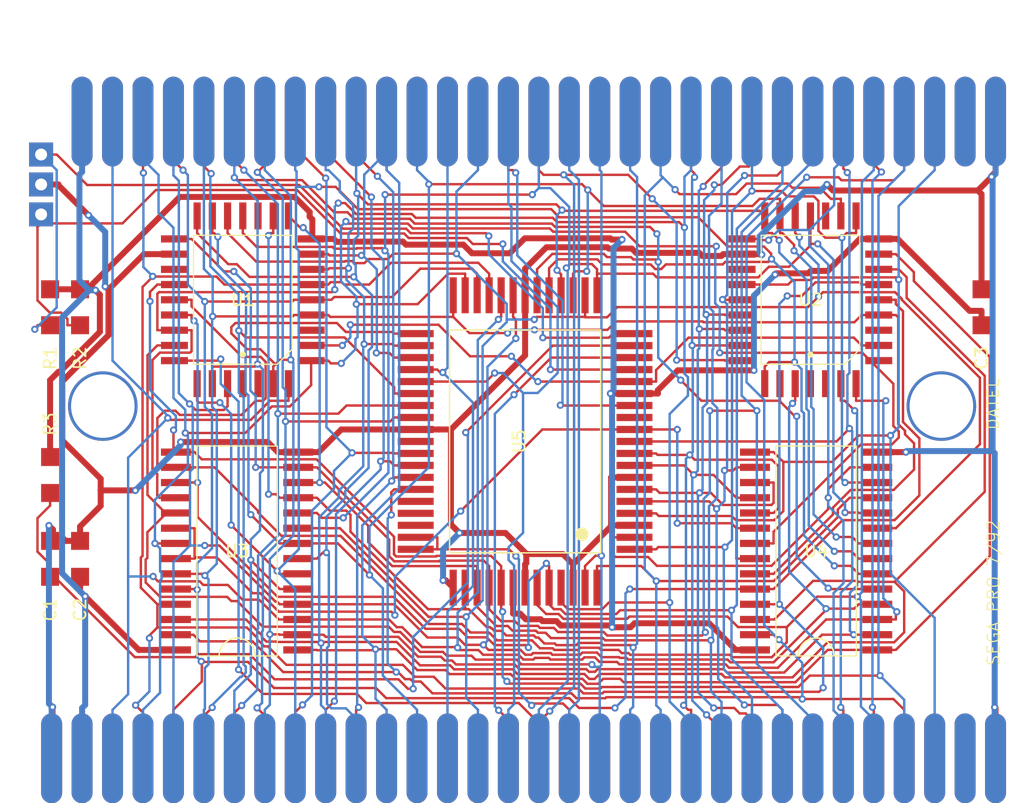
<source format=kicad_pcb>
(kicad_pcb (version 20240108) (generator "pcbnew") (generator_version "8.0")
  (layers (0 "F.Cu" signal) (31 "B.Cu" signal) (34 "B.Paste" user) (35 "F.Paste" user) (36 "B.SilkS" user "B.Silkscreen") (37 "F.SilkS" user "F.Silkscreen") (38 "B.Mask" user) (39 "F.Mask" user) (44 "Edge.Cuts" user))
  (net 0 "")
  (net 1 "/D3")
  (net 2 "/A20")
  (net 3 "/A17")
  (net 4 "/A3")
  (net 5 "/A6")
  (net 6 "/A16")
  (net 8 "/A2")
  (net 10 "/A15")
  (net 12 "/A14")
  (net 13 "/{slash}CAS0.Game")
  (net 14 "/A5")
  (net 15 "/D4")
  (net 19 "/D7")
  (net 20 "/A10")
  (net 22 "/D5")
  (net 23 "/D6")
  (net 25 "/D9")
  (net 26 "/A7")
  (net 27 "/{slash}UWR")
  (net 28 "/A12")
  (net 29 "/D10")
  (net 32 "/{slash}CE_0")
  (net 33 "/D12")
  (net 34 "/A1")
  (net 35 "/D8")
  (net 36 "/D13")
  (net 37 "/A11")
  (net 38 "/GND")
  (net 39 "/D2")
  (net 40 "/A4")
  (net 41 "/A19")
  (net 42 "/A8")
  (net 43 "/A9")
  (net 44 "/D0")
  (net 45 "/VCC")
  (net 46 "/A23")
  (net 49 "/A13")
  (net 50 "/D1")
  (net 52 "/{slash}VRES")
  (net 53 "/D11")
  (net 54 "/A18")
  (net 55 "/D14")
  (net 56 "/A21")
  (net 58 "/D15")
  (net 59 "/Pin_A18")
  (net 60 "/{slash}LWR")
  (net 61 "/A22")
  (net 62 "/Switch.1")
  (net 63 "/Switch.3")
  (net 64 "/Pwr.Good")
  (net 70 "/{slash}CAS0.Sys")
  (net 71 "/{slash}AS.Sys")
  (net 80 "/SRAM.EN")
  (net 82 "/EEPROM.OE")
  (footprint "Sega Pro:Lower Edge Connector" (layer "F.Cu") (at 143.02 117.399)
    (property "Reference" "J2" (hide yes))
    (property "Value" "System Edge Connector" (hide yes))
  )
  (footprint "Sega Pro:Switch" (layer "F.Cu") (at 101.5 69.5 90)
    (property "Reference" "SW1" (hide yes))
    (property "Value" "SW_SPDT" (hide yes))
  )
  (footprint "Sega Pro:Resistor" (layer "F.Cu") (at 104.75 79.75 90)
    (property "Reference" "R2")
    (property "Value" "472")
  )
  (footprint "Sega Pro:Resistor" (layer "F.Cu") (at 102.25 93.75 90)
    (property "Reference" "R3")
    (property "Value" "472")
  )
  (footprint "Sega Pro:HY62256ALJ" (layer "F.Cu") (at 117.85 100.095)
    (property "Reference" "U3")
    (property "Value" "HY62256ALJ-10")
  )
  (footprint "Sega Pro:HY62256ALJ" (layer "F.Cu") (at 166.15 100.095)
    (property "Reference" "U4")
    (property "Value" "HY62256ALJ-10")
  )
  (footprint "Sega Pro:Upper Edge Connector" (layer "F.Cu") (at 143.02 64.25)
    (property "Reference" "J1" (hide yes))
    (property "Value" "Game Cartridge Connector" (hide yes))
  )
  (footprint "Sega Pro:Capacitor" (layer "F.Cu") (at 179.95 79.75 90)
    (property "Reference" "C3")
    (property "Value" "100 nF")
  )
  (footprint "Sega Pro:LZ95F45" (layer "F.Cu") (at 141.875 90.95 90)
    (property "Reference" "U5")
    (property "Value" "LZ95F45")
  )
  (footprint "Sega Pro:27C256" (layer "F.Cu") (at 118.325 79.125)
    (property "Reference" "U1")
    (property "Value" "27C256" (hide yes))
  )
  (footprint "Sega Pro:Capacitor" (layer "F.Cu") (at 102.25 100.75 90)
    (property "Reference" "C1")
    (property "Value" "100 nF")
  )
  (footprint "Sega Pro:Through Holes" (layer "F.Cu") (at 141.625 88)
    (property "Reference" "Holes" (hide yes))
    (property "Value" "Through Holes")
  )
  (footprint "Sega Pro:27C256" (layer "F.Cu") (at 165.675 79.125)
    (property "Reference" "U2")
    (property "Value" "27C256" (hide yes))
  )
  (footprint "Sega Pro:Capacitor" (layer "F.Cu") (at 104.75 100.75 90)
    (property "Reference" "C2")
    (property "Value" "100 nF")
  )
  (footprint "Sega Pro:Resistor" (layer "F.Cu") (at 102.25 79.75 90)
    (property "Reference" "R1")
    (property "Value" "472")
  )
  (gr_rect (start 100 60) (end 183.5 121.15) (stroke (width 0.002)) (fill none) (layer "Edge.Cuts"))
  (gr_text "DATEL" (at 181.492 90.069 90) (layer "F.SilkS") (effects (font (size 1 1) (thickness 0.1)) (justify left bottom)))
  (gr_text "SEGA PRO 7/92" (at 181.54 109.762 90) (layer "F.SilkS") (effects (font (size 1 1) (thickness 0.1)) (justify left bottom)))
  (segment (start 112.5424 91.6324) (end 112.5424 90.0075) (width 0.2) (layer "F.Cu") (net 1))
  (segment (start 124.4806 92.4417) (end 114.9034 92.4417) (width 0.2) (layer "F.Cu") (net 1))
  (segment (start 112.75 91.84) (end 112.5424 91.6324) (width 0.2) (layer "F.Cu") (net 1))
  (segment (start 164.6628 111.4456) (end 164.1982 111.4456) (width 0.2) (layer "F.Cu") (net 1))
  (segment (start 139.875 103.15) (end 139.875 101.3483) (width 0.2) (layer "F.Cu") (net 1))
  (segment (start 114.9034 92.4417) (end 114.3017 91.84) (width 0.2) (layer "F.Cu") (net 1))
  (segment (start 110.5808 79.2494) (end 110.5808 78.4725) (width 0.2) (layer "F.Cu") (net 1))
  (segment (start 139.0223 100.4956) (end 134.4968 100.4956) (width 0.2) (layer "F.Cu") (net 1))
  (segment (start 139.875 104.9517) (end 139.9995 105.0762) (width 0.2) (layer "F.Cu") (net 1))
  (segment (start 146.9004 111.5773) (end 146.4865 111.1634) (width 0.2) (layer "F.Cu") (net 1))
  (segment (start 112.5424 90.0075) (end 112.5497 90.0002) (width 0.2) (layer "F.Cu") (net 1))
  (segment (start 148.283215 111.4481) (end 148.154015 111.5773) (width 0.2) (layer "F.Cu") (net 1))
  (segment (start 112.9901 91.84) (end 114.3017 91.84) (width 0.2) (layer "F.Cu") (net 1))
  (segment (start 112.625 77.855) (end 111.1983 77.855) (width 0.2) (layer "F.Cu") (net 1))
  (segment (start 131.125 100.5517) (end 130.9385 100.3652) (width 0.2) (layer "F.Cu") (net 1))
  (segment (start 171.4803 110.494) (end 165.6144 110.494) (width 0.2) (layer "F.Cu") (net 1))
  (segment (start 134.4968 100.4956) (end 134.4407 100.5517) (width 0.2) (layer "F.Cu") (net 1))
  (segment (start 130.9385 98.8996) (end 124.4806 92.4417) (width 0.2) (layer "F.Cu") (net 1))
  (segment (start 139.875 104.0508) (end 139.875 103.15) (width 0.2) (layer "F.Cu") (net 1))
  (segment (start 134.4407 100.5517) (end 131.125 100.5517) (width 0.2) (layer "F.Cu") (net 1))
  (segment (start 130.9385 100.3652) (end 130.9385 98.8996) (width 0.2) (layer "F.Cu") (net 1))
  (segment (start 164.1982 111.4456) (end 164.1974 111.4464) (width 0.2) (layer "F.Cu") (net 1))
  (segment (start 139.875 104.0508) (end 139.875 104.9517) (width 0.2) (layer "F.Cu") (net 1))
  (segment (start 164.1974 111.4464) (end 149.3607 111.4464) (width 0.2) (layer "F.Cu") (net 1))
  (segment (start 140.5477 111.1634) (end 140.3563 110.972) (width 0.2) (layer "F.Cu") (net 1))
  (segment (start 148.154015 111.5773) (end 146.9004 111.5773) (width 0.2) (layer "F.Cu") (net 1))
  (segment (start 149.3607 111.4464) (end 149.359 111.4481) (width 0.2) (layer "F.Cu") (net 1))
  (segment (start 139.875 101.3483) (end 139.0223 100.4956) (width 0.2) (layer "F.Cu") (net 1))
  (segment (start 146.4865 111.1634) (end 140.5477 111.1634) (width 0.2) (layer "F.Cu") (net 1))
  (segment (start 112.75 91.84) (end 112.9901 91.84) (width 0.2) (layer "F.Cu") (net 1))
  (segment (start 139.9995 105.0762) (end 139.9995 105.1612) (width 0.2) (layer "F.Cu") (net 1))
  (segment (start 149.359 111.4481) (end 148.283215 111.4481) (width 0.2) (layer "F.Cu") (net 1))
  (segment (start 165.6144 110.494) (end 164.6628 111.4456) (width 0.2) (layer "F.Cu") (net 1))
  (segment (start 110.5808 78.4725) (end 111.1983 77.855) (width 0.2) (layer "F.Cu") (net 1))
  (via (at 139.9995 105.1612) (size 0.6) (drill 0.3) (layers "F.Cu" "B.Cu") (net 1))
  (via (at 112.5497 90.0002) (size 0.6) (drill 0.3) (layers "F.Cu" "B.Cu") (net 1))
  (via (at 110.5808 79.2494) (size 0.6) (drill 0.3) (layers "F.Cu" "B.Cu") (net 1))
  (via (at 171.4803 110.494) (size 0.6) (drill 0.3) (layers "F.Cu" "B.Cu") (net 1))
  (via (at 140.3563 110.972) (size 0.6) (drill 0.3) (layers "F.Cu" "B.Cu") (net 1))
  (segment (start 112.7423 88.8122) (end 110.5808 86.6507) (width 0.2) (layer "B.Cu") (net 1))
  (segment (start 139.9995 110.6152) (end 140.3563 110.972) (width 0.2) (layer "B.Cu") (net 1))
  (segment (start 173.5 117.399) (end 173.5 112.5137) (width 0.2) (layer "B.Cu") (net 1))
  (segment (start 171.3528 110.3665) (end 171.4803 110.494) (width 0.2) (layer "B.Cu") (net 1))
  (segment (start 112.5497 90.0002) (end 112.7423 89.8076) (width 0.2) (layer "B.Cu") (net 1))
  (segment (start 139.9995 105.1612) (end 139.9995 110.6152) (width 0.2) (layer "B.Cu") (net 1))
  (segment (start 173.5 112.5137) (end 171.4803 110.494) (width 0.2) (layer "B.Cu") (net 1))
  (segment (start 171.3528 70.4489) (end 171.3528 110.3665) (width 0.2) (layer "B.Cu") (net 1))
  (segment (start 112.7423 89.8076) (end 112.7423 88.8122) (width 0.2) (layer "B.Cu") (net 1))
  (segment (start 110.5808 86.6507) (end 110.5808 79.2494) (width 0.2) (layer "B.Cu") (net 1))
  (segment (start 173.5 64.25) (end 173.5 68.3017) (width 0.2) (layer "B.Cu") (net 1))
  (segment (start 173.5 68.3017) (end 171.3528 70.4489) (width 0.2) (layer "B.Cu") (net 1))
  (segment (start 120.16 113.8338) (end 120.16 117.399) (width 0.2) (layer "F.Cu") (net 2))
  (segment (start 130.9483 88.95) (end 130.6182 89.2801) (width 0.2) (layer "F.Cu") (net 2))
  (segment (start 132.75 88.95) (end 130.9483 88.95) (width 0.2) (layer "F.Cu") (net 2))
  (segment (start 120.16 67.8682) (end 119.5425 68.4857) (width 0.2) (layer "F.Cu") (net 2))
  (segment (start 119.5144 113.1882) (end 120.16 113.8338) (width 0.2) (layer "F.Cu") (net 2))
  (segment (start 130.6182 89.2801) (end 121.8885 89.2801) (width 0.2) (layer "F.Cu") (net 2))
  (segment (start 120.16 64.25) (end 120.16 67.8682) (width 0.2) (layer "F.Cu") (net 2))
  (via (at 119.5425 68.4857) (size 0.6) (drill 0.3) (layers "F.Cu" "B.Cu") (net 2))
  (via (at 119.5144 113.1882) (size 0.6) (drill 0.3) (layers "F.Cu" "B.Cu") (net 2))
  (via (at 121.8885 89.2801) (size 0.6) (drill 0.3) (layers "F.Cu" "B.Cu") (net 2))
  (segment (start 121.8885 98.7679) (end 120.0002 100.6562) (width 0.2) (layer "B.Cu") (net 2))
  (segment (start 119.932 106.8015) (end 119.932 112.7706) (width 0.2) (layer "B.Cu") (net 2))
  (segment (start 121.8885 89.2801) (end 121.8885 86.6588) (width 0.2) (layer "B.Cu") (net 2))
  (segment (start 120.0002 100.6562) (end 120.0002 106.7333) (width 0.2) (layer "B.Cu") (net 2))
  (segment (start 119.932 112.7706) (end 119.5144 113.1882) (width 0.2) (layer "B.Cu") (net 2))
  (segment (start 121.8885 89.2801) (end 121.8885 98.7679) (width 0.2) (layer "B.Cu") (net 2))
  (segment (start 121.655 86.4253) (end 121.655 70.5982) (width 0.2) (layer "B.Cu") (net 2))
  (segment (start 121.8885 86.6588) (end 121.655 86.4253) (width 0.2) (layer "B.Cu") (net 2))
  (segment (start 121.655 70.5982) (end 119.5425 68.4857) (width 0.2) (layer "B.Cu") (net 2))
  (segment (start 120.0002 106.7333) (end 119.932 106.8015) (width 0.2) (layer "B.Cu") (net 2))
  (segment (start 139.3382 85.2372) (end 138.6254 85.95) (width 0.2) (layer "F.Cu") (net 3))
  (segment (start 138.6254 85.95) (end 132.75 85.95) (width 0.2) (layer "F.Cu") (net 3))
  (via (at 139.3382 85.2372) (size 0.6) (drill 0.3) (layers "F.Cu" "B.Cu") (net 3))
  (segment (start 140.48 71.1277) (end 140.48 68.3017) (width 0.2) (layer "B.Cu") (net 3))
  (segment (start 141.7045 98.5732) (end 140.4969 99.7808) (width 0.2) (layer "B.Cu") (net 3))
  (segment (start 140.4969 100.8467) (end 140.9581 101.3079) (width 0.2) (layer "B.Cu") (net 3))
  (segment (start 141.7045 86.9018) (end 140.0399 85.2372) (width 0.2) (layer "B.Cu") (net 3))
  (segment (start 140.48 64.25) (end 140.48 68.3017) (width 0.2) (layer "B.Cu") (net 3))
  (segment (start 140.9581 112.8692) (end 140.48 113.3473) (width 0.2) (layer "B.Cu") (net 3))
  (segment (start 144.5909 85.239) (end 144.5909 79.7502) (width 0.2) (layer "B.Cu") (net 3))
  (segment (start 140.9581 101.3079) (end 140.9581 112.8692) (width 0.2) (layer "B.Cu") (net 3))
  (segment (start 140.48 117.399) (end 140.48 113.3473) (width 0.2) (layer "B.Cu") (net 3))
  (segment (start 140.7354 75.8947) (end 140.7354 71.3831) (width 0.2) (layer "B.Cu") (net 3))
  (segment (start 142.9281 86.9018) (end 144.5909 85.239) (width 0.2) (layer "B.Cu") (net 3))
  (segment (start 140.0399 85.2372) (end 139.3382 85.2372) (width 0.2) (layer "B.Cu") (net 3))
  (segment (start 141.7045 86.9018) (end 141.7045 98.5732) (width 0.2) (layer "B.Cu") (net 3))
  (segment (start 141.7045 86.9018) (end 142.9281 86.9018) (width 0.2) (layer "B.Cu") (net 3))
  (segment (start 144.5909 79.7502) (end 140.7354 75.8947) (width 0.2) (layer "B.Cu") (net 3))
  (segment (start 140.4969 99.7808) (end 140.4969 100.8467) (width 0.2) (layer "B.Cu") (net 3))
  (segment (start 140.7354 71.3831) (end 140.48 71.1277) (width 0.2) (layer "B.Cu") (net 3))
  (segment (start 169.1647 98.9264) (end 169.6983 99.46) (width 0.2) (layer "F.Cu") (net 4))
  (segment (start 163.135 72.125) (end 163.135 73.5517) (width 0.2) (layer "F.Cu") (net 4))
  (segment (start 167.8279 98.9264) (end 169.1647 98.9264) (width 0.2) (layer "F.Cu") (net 4))
  (segment (start 145.875 76.9483) (end 146.0756 76.7477) (width 0.2) (layer "F.Cu") (net 4))
  (segment (start 160.8436 71.2947) (end 161.44 70.6983) (width 0.2) (layer "F.Cu") (net 4))
  (segment (start 148.4371 71.2947) (end 160.8436 71.2947) (width 0.2) (layer "F.Cu") (net 4))
  (segment (start 147.0991 69.9567) (end 148.4371 71.2947) (width 0.2) (layer "F.Cu") (net 4))
  (segment (start 171.25 99.46) (end 169.6983 99.46) (width 0.2) (layer "F.Cu") (net 4))
  (segment (start 115.9213 73.5517) (end 116.2415 73.8719) (width 0.2) (layer "F.Cu") (net 4))
  (segment (start 163.135 72.125) (end 163.135 70.6983) (width 0.2) (layer "F.Cu") (net 4))
  (segment (start 128.895 102.0979) (end 126.2571 99.46) (width 0.2) (layer "F.Cu") (net 4))
  (segment (start 164.3097 74.5337) (end 164.3097 75.0294) (width 0.2) (layer "F.Cu") (net 4))
  (segment (start 115.785 72.125) (end 115.785 73.5517) (width 0.2) (layer "F.Cu") (net 4))
  (segment (start 145.875 78.75) (end 145.875 76.9483) (width 0.2) (layer "F.Cu") (net 4))
  (segment (start 146.6206 69.4782) (end 133.8466 69.4782) (width 0.2) (layer "F.Cu") (net 4))
  (segment (start 122.95 99.46) (end 121.3983 99.46) (width 0.2) (layer "F.Cu") (net 4))
  (segment (start 115.785 73.5517) (end 115.9213 73.5517) (width 0.2) (layer "F.Cu") (net 4))
  (segment (start 126.2571 99.46) (end 122.95 99.46) (width 0.2) (layer "F.Cu") (net 4))
  (segment (start 146.0756 76.7477) (end 147.0144 76.7477) (width 0.2) (layer "F.Cu") (net 4))
  (segment (start 163.135 73.5517) (end 163.3277 73.5517) (width 0.2) (layer "F.Cu") (net 4))
  (segment (start 163.3277 73.5517) (end 164.3097 74.5337) (width 0.2) (layer "F.Cu") (net 4))
  (segment (start 161.44 70.6983) (end 163.135 70.6983) (width 0.2) (layer "F.Cu") (net 4))
  (segment (start 121.3983 99.46) (end 118.9968 97.0585) (width 0.2) (layer "F.Cu") (net 4))
  (segment (start 147.0991 69.9567) (end 146.6206 69.4782) (width 0.2) (layer "F.Cu") (net 4))
  (via (at 133.8466 69.4782) (size 0.6) (drill 0.3) (layers "F.Cu" "B.Cu") (net 4))
  (via (at 116.2415 73.8719) (size 0.6) (drill 0.3) (layers "F.Cu" "B.Cu") (net 4))
  (via (at 118.9968 97.0585) (size 0.6) (drill 0.3) (layers "F.Cu" "B.Cu") (net 4))
  (via (at 147.0144 76.7477) (size 0.6) (drill 0.3) (layers "F.Cu" "B.Cu") (net 4))
  (via (at 147.0991 69.9567) (size 0.6) (drill 0.3) (layers "F.Cu" "B.Cu") (net 4))
  (via (at 164.3097 75.0294) (size 0.6) (drill 0.3) (layers "F.Cu" "B.Cu") (net 4))
  (via (at 128.895 102.0979) (size 0.6) (drill 0.3) (layers "F.Cu" "B.Cu") (net 4))
  (via (at 167.8279 98.9264) (size 0.6) (drill 0.3) (layers "F.Cu" "B.Cu") (net 4))
  (segment (start 118.5553 86.8705) (end 118.5553 81.9884) (width 0.2) (layer "B.Cu") (net 4))
  (segment (start 118.7967 87.1119) (end 118.5553 86.8705) (width 0.2) (layer "B.Cu") (net 4))
  (segment (start 147.0991 69.9567) (end 147.0991 76.663) (width 0.2) (layer "B.Cu") (net 4))
  (segment (start 165.746 76.4657) (end 164.3097 75.0294) (width 0.2) (layer "B.Cu") (net 4))
  (segment (start 118.595 78.6279) (end 116.2415 76.2744) (width 0.2) (layer "B.Cu") (net 4))
  (segment (start 130.009 103.2119) (end 130.009 110.4963) (width 0.2) (layer "B.Cu") (net 4))
  (segment (start 130.009 110.4963) (end 132.86 113.3473) (width 0.2) (layer "B.Cu") (net 4))
  (segment (start 133.8466 69.2883) (end 133.8466 69.4782) (width 0.2) (layer "B.Cu") (net 4))
  (segment (start 165.9401 88.259) (end 165.746 88.0649) (width 0.2) (layer "B.Cu") (net 4))
  (segment (start 165.746 88.0649) (end 165.746 76.4657) (width 0.2) (layer "B.Cu") (net 4))
  (segment (start 132.86 117.399) (end 132.86 113.3473) (width 0.2) (layer "B.Cu") (net 4))
  (segment (start 133.8466 93.0902) (end 128.895 98.0418) (width 0.2) (layer "B.Cu") (net 4))
  (segment (start 118.595 81.9487) (end 118.595 78.6279) (width 0.2) (layer "B.Cu") (net 4))
  (segment (start 128.895 102.0979) (end 130.009 103.2119) (width 0.2) (layer "B.Cu") (net 4))
  (segment (start 118.7967 96.8584) (end 118.7967 87.1119) (width 0.2) (layer "B.Cu") (net 4))
  (segment (start 132.86 64.25) (end 132.86 68.3017) (width 0.2) (layer "B.Cu") (net 4))
  (segment (start 118.9968 97.0585) (end 118.7967 96.8584) (width 0.2) (layer "B.Cu") (net 4))
  (segment (start 118.5553 81.9884) (end 118.595 81.9487) (width 0.2) (layer "B.Cu") (net 4))
  (segment (start 167.8279 98.9264) (end 165.9401 97.0386) (width 0.2) (layer "B.Cu") (net 4))
  (segment (start 128.895 98.0418) (end 128.895 102.0979) (width 0.2) (layer "B.Cu") (net 4))
  (segment (start 133.8466 69.4782) (end 133.8466 93.0902) (width 0.2) (layer "B.Cu") (net 4))
  (segment (start 165.9401 97.0386) (end 165.9401 88.259) (width 0.2) (layer "B.Cu") (net 4))
  (segment (start 132.86 68.3017) (end 133.8466 69.2883) (width 0.2) (layer "B.Cu") (net 4))
  (segment (start 147.0991 76.663) (end 147.0144 76.7477) (width 0.2) (layer "B.Cu") (net 4))
  (segment (start 116.2415 76.2744) (end 116.2415 73.8719) (width 0.2) (layer "B.Cu") (net 4))
  (segment (start 117.62 68.9245) (end 117.8304 69.1349) (width 0.2) (layer "F.Cu") (net 5))
  (segment (start 121.3983 103.27) (end 118.9968 100.8685) (width 0.2) (layer "F.Cu") (net 5))
  (segment (start 125.948 71.82) (end 127.059 71.82) (width 0.2) (layer "F.Cu") (net 5))
  (segment (start 142.875 76.5678) (end 142.875 78.75) (width 0.2) (layer "F.Cu") (net 5))
  (segment (start 156.5756 87.5517) (end 163.135 87.5517) (width 0.2) (layer "F.Cu") (net 5))
  (segment (start 150.712 75.5652) (end 148.7104 75.5652) (width 0.2) (layer "F.Cu") (net 5))
  (segment (start 152.78 75.759) (end 150.9058 75.759) (width 0.2) (layer "F.Cu") (net 5))
  (segment (start 148.4373 75.2921) (end 144.1507 75.2921) (width 0.2) (layer "F.Cu") (net 5))
  (segment (start 152.2933 73.0412) (end 152.8706 73.6185) (width 0.2) (layer "F.Cu") (net 5))
  (segment (start 154.8554 85.8315) (end 156.5756 87.5517) (width 0.2) (layer "F.Cu") (net 5))
  (segment (start 148.7104 75.5652) (end 148.4373 75.2921) (width 0.2) (layer "F.Cu") (net 5))
  (segment (start 127.6033 72.3643) (end 132.2627 72.3643) (width 0.2) (layer "F.Cu") (net 5))
  (segment (start 132.6644 72.766) (end 144.099 72.766) (width 0.2) (layer "F.Cu") (net 5))
  (segment (start 167.2333 103.27) (end 169.6983 103.27) (width 0.2) (layer "F.Cu") (net 5))
  (segment (start 150.9058 75.759) (end 150.712 75.5652) (width 0.2) (layer "F.Cu") (net 5))
  (segment (start 115.785 86.125) (end 115.785 84.6983) (width 0.2) (layer "F.Cu") (net 5))
  (segment (start 127.059 71.82) (end 127.6033 72.3643) (width 0.2) (layer "F.Cu") (net 5))
  (segment (start 144.3742 73.0412) (end 152.2933 73.0412) (width 0.2) (layer "F.Cu") (net 5))
  (segment (start 123.2629 69.1349) (end 125.948 71.82) (width 0.2) (layer "F.Cu") (net 5))
  (segment (start 122.95 103.27) (end 121.3983 103.27) (width 0.2) (layer "F.Cu") (net 5))
  (segment (start 118.9968 100.8685) (end 118.9968 100.8383) (width 0.2) (layer "F.Cu") (net 5))
  (segment (start 167.1581 103.1948) (end 167.2333 103.27) (width 0.2) (layer "F.Cu") (net 5))
  (segment (start 132.2627 72.3643) (end 132.6644 72.766) (width 0.2) (layer "F.Cu") (net 5))
  (segment (start 117.8304 69.1349) (end 123.2629 69.1349) (width 0.2) (layer "F.Cu") (net 5))
  (segment (start 115.785 84.6983) (end 119.3486 84.6983) (width 0.2) (layer "F.Cu") (net 5))
  (segment (start 152.9801 75.9591) (end 152.78 75.759) (width 0.2) (layer "F.Cu") (net 5))
  (segment (start 164.3767 88.8473) (end 164.5284 88.8473) (width 0.2) (layer "F.Cu") (net 5))
  (segment (start 163.135 86.125) (end 163.135 87.5517) (width 0.2) (layer "F.Cu") (net 5))
  (segment (start 163.135 87.5517) (end 163.135 87.6056) (width 0.2) (layer "F.Cu") (net 5))
  (segment (start 171.25 103.27) (end 169.6983 103.27) (width 0.2) (layer "F.Cu") (net 5))
  (segment (start 119.3486 84.6983) (end 119.5589 84.488) (width 0.2) (layer "F.Cu") (net 5))
  (segment (start 163.135 87.6056) (end 164.3767 88.8473) (width 0.2) (layer "F.Cu") (net 5))
  (segment (start 144.099 72.766) (end 144.3742 73.0412) (width 0.2) (layer "F.Cu") (net 5))
  (segment (start 144.1507 75.2921) (end 142.875 76.5678) (width 0.2) (layer "F.Cu") (net 5))
  (via (at 154.8554 85.8315) (size 0.6) (drill 0.3) (layers "F.Cu" "B.Cu") (net 5))
  (via (at 152.8706 73.6185) (size 0.6) (drill 0.3) (layers "F.Cu" "B.Cu") (net 5))
  (via (at 117.62 68.9245) (size 0.6) (drill 0.3) (layers "F.Cu" "B.Cu") (net 5))
  (via (at 152.9801 75.9591) (size 0.6) (drill 0.3) (layers "F.Cu" "B.Cu") (net 5))
  (via (at 167.1581 103.1948) (size 0.6) (drill 0.3) (layers "F.Cu" "B.Cu") (net 5))
  (via (at 164.5284 88.8473) (size 0.6) (drill 0.3) (layers "F.Cu" "B.Cu") (net 5))
  (via (at 119.5589 84.488) (size 0.6) (drill 0.3) (layers "F.Cu" "B.Cu") (net 5))
  (via (at 118.9968 100.8383) (size 0.6) (drill 0.3) (layers "F.Cu" "B.Cu") (net 5))
  (segment (start 164.5284 100.5651) (end 164.5284 88.8473) (width 0.2) (layer "B.Cu") (net 5))
  (segment (start 118.9968 99.134) (end 119.7589 98.3719) (width 0.2) (layer "B.Cu") (net 5))
  (segment (start 167.1581 103.1948) (end 164.5284 100.5651) (width 0.2) (layer "B.Cu") (net 5))
  (segment (start 118.9968 100.8383) (end 118.9968 99.134) (width 0.2) (layer "B.Cu") (net 5))
  (segment (start 120.0002 93.3592) (end 120.0002 84.9293) (width 0.2) (layer "B.Cu") (net 5))
  (segment (start 119.5589 70.8634) (end 119.5589 84.488) (width 0.2) (layer "B.Cu") (net 5))
  (segment (start 117.62 117.399) (end 117.62 113.3473) (width 0.2) (layer "B.Cu") (net 5))
  (segment (start 154.8554 85.8315) (end 152.9801 83.9562) (width 0.2) (layer "B.Cu") (net 5))
  (segment (start 152.9801 73.728) (end 152.8706 73.6185) (width 0.2) (layer "B.Cu") (net 5))
  (segment (start 152.9801 75.9591) (end 152.9801 73.728) (width 0.2) (layer "B.Cu") (net 5))
  (segment (start 117.62 111.7637) (end 118.9968 110.3869) (width 0.2) (layer "B.Cu") (net 5))
  (segment (start 117.62 68.9245) (end 119.5589 70.8634) (width 0.2) (layer "B.Cu") (net 5))
  (segment (start 152.9801 83.9562) (end 152.9801 75.9591) (width 0.2) (layer "B.Cu") (net 5))
  (segment (start 117.62 64.25) (end 117.62 68.9245) (width 0.2) (layer "B.Cu") (net 5))
  (segment (start 117.62 113.3473) (end 117.62 111.7637) (width 0.2) (layer "B.Cu") (net 5))
  (segment (start 119.7589 98.3719) (end 119.7589 93.6005) (width 0.2) (layer "B.Cu") (net 5))
  (segment (start 120.0002 84.9293) (end 119.5589 84.488) (width 0.2) (layer "B.Cu") (net 5))
  (segment (start 118.9968 110.3869) (end 118.9968 100.8383) (width 0.2) (layer "B.Cu") (net 5))
  (segment (start 119.7589 93.6005) (end 120.0002 93.3592) (width 0.2) (layer "B.Cu") (net 5))
  (segment (start 132.75 84.95) (end 134.5517 84.95) (width 0.2) (layer "F.Cu") (net 6))
  (segment (start 134.7928 85.1911) (end 135.0108 85.1911) (width 0.2) (layer "F.Cu") (net 6))
  (segment (start 134.5517 84.95) (end 134.7928 85.1911) (width 0.2) (layer "F.Cu") (net 6))
  (via (at 135.0108 85.1911) (size 0.6) (drill 0.3) (layers "F.Cu" "B.Cu") (net 6))
  (segment (start 135.4 64.25) (end 135.4 68.3017) (width 0.2) (layer "B.Cu") (net 6))
  (segment (start 137.5255 103.0263) (end 135.4 105.1518) (width 0.2) (layer "B.Cu") (net 6))
  (segment (start 135.4 105.1518) (end 135.4 113.3473) (width 0.2) (layer "B.Cu") (net 6))
  (segment (start 135.4 84.8019) (end 135.4 68.3017) (width 0.2) (layer "B.Cu") (net 6))
  (segment (start 135.0108 85.1911) (end 137.5255 87.7058) (width 0.2) (layer "B.Cu") (net 6))
  (segment (start 135.4 117.399) (end 135.4 113.3473) (width 0.2) (layer "B.Cu") (net 6))
  (segment (start 137.5255 87.7058) (end 137.5255 103.0263) (width 0.2) (layer "B.Cu") (net 6))
  (segment (start 135.0108 85.1911) (end 135.4 84.8019) (width 0.2) (layer "B.Cu") (net 6))
  (segment (start 126.4267 98.19) (end 122.95 98.19) (width 0.2) (layer "F.Cu") (net 8))
  (segment (start 173.3007 79.0535) (end 173.3007 79.1263) (width 0.2) (layer "F.Cu") (net 8))
  (segment (start 164.7517 73.8984) (end 164.7517 73.8991) (width 0.2) (layer "F.Cu") (net 8))
  (segment (start 142.8582 80.5517) (end 142.6399 80.77) (width 0.2) (layer "F.Cu") (net 8))
  (segment (start 117.055 72.125) (end 117.055 73.5517) (width 0.2) (layer "F.Cu") (net 8))
  (segment (start 165.477 79.7356) (end 149.5665 79.7356) (width 0.2) (layer "F.Cu") (net 8))
  (segment (start 146.9119 80.5871) (end 146.875 80.5502) (width 0.2) (layer "F.Cu") (net 8))
  (segment (start 166.7206 78.492) (end 172.7392 78.492) (width 0.2) (layer "F.Cu") (net 8))
  (segment (start 164.405 72.125) (end 164.405 73.5517) (width 0.2) (layer "F.Cu") (net 8))
  (segment (start 133.8231 105.5864) (end 126.4267 98.19) (width 0.2) (layer "F.Cu") (net 8))
  (segment (start 128.4688 76.066) (end 127.6128 76.066) (width 0.2) (layer "F.Cu") (net 8))
  (segment (start 136.1504 75.2746) (end 130.8813 75.2746) (width 0.2) (layer "F.Cu") (net 8))
  (segment (start 146.875 80.5517) (end 142.8582 80.5517) (width 0.2) (layer "F.Cu") (net 8))
  (segment (start 179.8137 85.6393) (end 179.8137 91.178) (width 0.2) (layer "F.Cu") (net 8))
  (segment (start 149.5665 79.7356) (end 148.715 80.5871) (width 0.2) (layer "F.Cu") (net 8))
  (segment (start 146.875 80.5502) (end 146.875 80.5517) (width 0.2) (layer "F.Cu") (net 8))
  (segment (start 130.8813 75.2746) (end 130.4349 75.721) (width 0.2) (layer "F.Cu") (net 8))
  (segment (start 127.6128 76.066) (end 127.437 75.8902) (width 0.2) (layer "F.Cu") (net 8))
  (segment (start 126.8913 75.8902) (end 126.8428 75.9387) (width 0.2) (layer "F.Cu") (net 8))
  (segment (start 128.8138 75.721) (end 128.4688 76.066) (width 0.2) (layer "F.Cu") (net 8))
  (segment (start 127.437 75.8902) (end 126.8913 75.8902) (width 0.2) (layer "F.Cu") (net 8))
  (segment (start 148.715 80.5871) (end 146.9119 80.5871) (width 0.2) (layer "F.Cu") (net 8))
  (segment (start 164.405 73.5517) (end 164.7517 73.8984) (width 0.2) (layer "F.Cu") (net 8))
  (segment (start 119.442 75.9387) (end 117.055 73.5517) (width 0.2) (layer "F.Cu") (net 8))
  (segment (start 171.25 98.19) (end 172.8017 98.19) (width 0.2) (layer "F.Cu") (net 8))
  (segment (start 173.3007 79.1263) (end 179.8137 85.6393) (width 0.2) (layer "F.Cu") (net 8))
  (segment (start 166.354 78.8586) (end 165.477 79.7356) (width 0.2) (layer "F.Cu") (net 8))
  (segment (start 166.354 78.8586) (end 166.7206 78.492) (width 0.2) (layer "F.Cu") (net 8))
  (segment (start 130.4349 75.721) (end 128.8138 75.721) (width 0.2) (layer "F.Cu") (net 8))
  (segment (start 172.7392 78.492) (end 173.3007 79.0535) (width 0.2) (layer "F.Cu") (net 8))
  (segment (start 136.9611 105.5864) (end 133.8231 105.5864) (width 0.2) (layer "F.Cu") (net 8))
  (segment (start 179.8137 91.178) (end 172.8017 98.19) (width 0.2) (layer "F.Cu") (net 8))
  (segment (start 146.875 80.4508) (end 146.875 80.5502) (width 0.2) (layer "F.Cu") (net 8))
  (segment (start 126.8428 75.9387) (end 119.442 75.9387) (width 0.2) (layer "F.Cu") (net 8))
  (segment (start 146.875 78.75) (end 146.875 80.4508) (width 0.2) (layer "F.Cu") (net 8))
  (via (at 136.9611 105.5864) (size 0.6) (drill 0.3) (layers "F.Cu" "B.Cu") (net 8))
  (via (at 164.7517 73.8991) (size 0.6) (drill 0.3) (layers "F.Cu" "B.Cu") (net 8))
  (via (at 142.6399 80.77) (size 0.6) (drill 0.3) (layers "F.Cu" "B.Cu") (net 8))
  (via (at 136.1504 75.2746) (size 0.6) (drill 0.3) (layers "F.Cu" "B.Cu") (net 8))
  (via (at 166.354 78.8586) (size 0.6) (drill 0.3) (layers "F.Cu" "B.Cu") (net 8))
  (segment (start 136.9611 112.3684) (end 136.9611 105.5864) (width 0.2) (layer "B.Cu") (net 8))
  (segment (start 137.94 117.399) (end 137.94 113.3473) (width 0.2) (layer "B.Cu") (net 8))
  (segment (start 136.1504 70.0913) (end 136.1504 75.2746) (width 0.2) (layer "B.Cu") (net 8))
  (segment (start 166.354 78.8586) (end 166.354 76.2014) (width 0.2) (layer "B.Cu") (net 8))
  (segment (start 166.354 76.2014) (end 164.7517 74.5991) (width 0.2) (layer "B.Cu") (net 8))
  (segment (start 138.3289 82.9924) (end 138.3289 104.2186) (width 0.2) (layer "B.Cu") (net 8))
  (segment (start 140.3399 79.4641) (end 140.3399 80.77) (width 0.2) (layer "B.Cu") (net 8))
  (segment (start 138.3289 104.2186) (end 136.9611 105.5864) (width 0.2) (layer "B.Cu") (net 8))
  (segment (start 140.3399 80.77) (end 140.3399 80.9814) (width 0.2) (layer "B.Cu") (net 8))
  (segment (start 137.94 68.3017) (end 136.1504 70.0913) (width 0.2) (layer "B.Cu") (net 8))
  (segment (start 140.3399 80.9814) (end 138.3289 82.9924) (width 0.2) (layer "B.Cu") (net 8))
  (segment (start 164.7517 74.5991) (end 164.7517 73.8991) (width 0.2) (layer "B.Cu") (net 8))
  (segment (start 137.94 64.25) (end 137.94 68.3017) (width 0.2) (layer "B.Cu") (net 8))
  (segment (start 142.6399 80.77) (end 140.3399 80.77) (width 0.2) (layer "B.Cu") (net 8))
  (segment (start 136.1504 75.2746) (end 140.3399 79.4641) (width 0.2) (layer "B.Cu") (net 8))
  (segment (start 137.94 113.3473) (end 136.9611 112.3684) (width 0.2) (layer "B.Cu") (net 8))
  (segment (start 148.3907 110.7603) (end 147.9754 111.1756) (width 0.2) (layer "F.Cu") (net 10))
  (segment (start 163.4568 111.0447) (end 150.09 111.0447) (width 0.2) (layer "F.Cu") (net 10))
  (segment (start 132.8814 110.0378) (end 131.1378 108.2942) (width 0.2) (layer "F.Cu") (net 10))
  (segment (start 132.75 83.95) (end 130.9483 83.95) (width 0.2) (layer "F.Cu") (net 10))
  (segment (start 180.6366 83.8918) (end 174.3041 77.5593) (width 0.2) (layer "F.Cu") (net 10))
  (segment (start 129.3132 108.3765) (end 129.3955 108.2942) (width 0.2) (layer "F.Cu") (net 10))
  (segment (start 124.5017 108.35) (end 124.5282 108.3765) (width 0.2) (layer "F.Cu") (net 10))
  (segment (start 150.09 111.0447) (end 149.8056 110.7603) (width 0.2) (layer "F.Cu") (net 10))
  (segment (start 174.3041 76.8174) (end 172.8017 75.315) (width 0.2) (layer "F.Cu") (net 10))
  (segment (start 171.375 75.315) (end 172.8017 75.315) (width 0.2) (layer "F.Cu") (net 10))
  (segment (start 147.0667 111.1756) (end 146.6528 110.7617) (width 0.2) (layer "F.Cu") (net 10))
  (segment (start 174.3041 77.5593) (end 174.3041 76.8174) (width 0.2) (layer "F.Cu") (net 10))
  (segment (start 125.4517 75.315) (end 125.5595 75.4228) (width 0.2) (layer "F.Cu") (net 10))
  (segment (start 163.4576 111.0439) (end 163.4568 111.0447) (width 0.2) (layer "F.Cu") (net 10))
  (segment (start 131.1378 108.2942) (end 129.3955 108.2942) (width 0.2) (layer "F.Cu") (net 10))
  (segment (start 172.8017 108.35) (end 180.6366 100.5151) (width 0.2) (layer "F.Cu") (net 10))
  (segment (start 135.2453 110.0378) (end 132.8814 110.0378) (width 0.2) (layer "F.Cu") (net 10))
  (segment (start 149.8056 110.7603) (end 148.3907 110.7603) (width 0.2) (layer "F.Cu") (net 10))
  (segment (start 140.6769 110.3718) (end 140.607 110.3718) (width 0.2) (layer "F.Cu") (net 10))
  (segment (start 140.607 110.3718) (end 140.6055 110.3703) (width 0.2) (layer "F.Cu") (net 10))
  (segment (start 141.0668 110.7617) (end 140.6769 110.3718) (width 0.2) (layer "F.Cu") (net 10))
  (segment (start 167.1194 108.35) (end 164.4255 111.0439) (width 0.2) (layer "F.Cu") (net 10))
  (segment (start 140.6055 110.3703) (end 135.5778 110.3703) (width 0.2) (layer "F.Cu") (net 10))
  (segment (start 164.4255 111.0439) (end 163.4576 111.0439) (width 0.2) (layer "F.Cu") (net 10))
  (segment (start 125.5595 75.4228) (end 128.2213 75.4228) (width 0.2) (layer "F.Cu") (net 10))
  (segment (start 124.5282 108.3765) (end 129.3132 108.3765) (width 0.2) (layer "F.Cu") (net 10))
  (segment (start 147.9754 111.1756) (end 147.0667 111.1756) (width 0.2) (layer "F.Cu") (net 10))
  (segment (start 171.25 108.35) (end 172.8017 108.35) (width 0.2) (layer "F.Cu") (net 10))
  (segment (start 124.025 75.315) (end 125.4517 75.315) (width 0.2) (layer "F.Cu") (net 10))
  (segment (start 122.95 108.35) (end 124.5017 108.35) (width 0.2) (layer "F.Cu") (net 10))
  (segment (start 146.6528 110.7617) (end 141.0668 110.7617) (width 0.2) (layer "F.Cu") (net 10))
  (segment (start 130.557 83.5587) (end 129.4688 83.5587) (width 0.2) (layer "F.Cu") (net 10))
  (segment (start 135.5778 110.3703) (end 135.2453 110.0378) (width 0.2) (layer "F.Cu") (net 10))
  (segment (start 130.9483 83.95) (end 130.557 83.5587) (width 0.2) (layer "F.Cu") (net 10))
  (segment (start 171.25 108.35) (end 167.1194 108.35) (width 0.2) (layer "F.Cu") (net 10))
  (segment (start 180.6366 100.5151) (end 180.6366 83.8918) (width 0.2) (layer "F.Cu") (net 10))
  (via (at 129.3955 108.2942) (size 0.6) (drill 0.3) (layers "F.Cu" "B.Cu") (net 10))
  (via (at 128.2213 75.4228) (size 0.6) (drill 0.3) (layers "F.Cu" "B.Cu") (net 10))
  (via (at 129.4688 83.5587) (size 0.6) (drill 0.3) (layers "F.Cu" "B.Cu") (net 10))
  (segment (start 128.4517 75.3116) (end 128.3405 75.4228) (width 0.2) (layer "B.Cu") (net 10))
  (segment (start 130.32 66.8137) (end 128.4517 68.682) (width 0.2) (layer "B.Cu") (net 10))
  (segment (start 129.5052 83.5223) (end 129.5052 76.5875) (width 0.2) (layer "B.Cu") (net 10))
  (segment (start 128.4517 68.682) (end 128.4517 75.3116) (width 0.2) (layer "B.Cu") (net 10))
  (segment (start 130.32 68.3017) (end 131.3724 69.3541) (width 0.2) (layer "B.Cu") (net 10))
  (segment (start 128.2917 107.1904) (end 129.3955 108.2942) (width 0.2) (layer "B.Cu") (net 10))
  (segment (start 130.32 117.399) (end 130.32 113.3473) (width 0.2) (layer "B.Cu") (net 10))
  (segment (start 129.4688 83.5587) (end 129.5052 83.5223) (width 0.2) (layer "B.Cu") (net 10))
  (segment (start 130.32 68.3017) (end 130.32 66.8137) (width 0.2) (layer "B.Cu") (net 10))
  (segment (start 130.32 64.25) (end 130.32 68.3017) (width 0.2) (layer "B.Cu") (net 10))
  (segment (start 129.3955 112.4228) (end 130.32 113.3473) (width 0.2) (layer "B.Cu") (net 10))
  (segment (start 131.3724 94.8827) (end 128.2917 97.9634) (width 0.2) (layer "B.Cu") (net 10))
  (segment (start 128.3405 75.4228) (end 128.2213 75.4228) (width 0.2) (layer "B.Cu") (net 10))
  (segment (start 129.3955 108.2942) (end 129.3955 112.4228) (width 0.2) (layer "B.Cu") (net 10))
  (segment (start 129.5052 76.5875) (end 128.3405 75.4228) (width 0.2) (layer "B.Cu") (net 10))
  (segment (start 128.2917 97.9634) (end 128.2917 107.1904) (width 0.2) (layer "B.Cu") (net 10))
  (segment (start 131.3724 69.3541) (end 131.3724 94.8827) (width 0.2) (layer "B.Cu") (net 10))
  (segment (start 162.6768 105.81) (end 165.9 102.5868) (width 0.2) (layer "F.Cu") (net 12))
  (segment (start 140.7733 109.9701) (end 140.7718 109.9686) (width 0.2) (layer "F.Cu") (net 12))
  (segment (start 127.1404 76.4919) (end 125.5448 76.4919) (width 0.2) (layer "F.Cu") (net 12))
  (segment (start 149.9719 110.3586) (end 148.0849 110.3586) (width 0.2) (layer "F.Cu") (net 12))
  (segment (start 141.2316 110.3585) (end 140.8432 109.9701) (width 0.2) (layer "F.Cu") (net 12))
  (segment (start 173.4966 106.8813) (end 172.6629 107.715) (width 0.2) (layer "F.Cu") (net 12))
  (segment (start 131.1545 107.6863) (end 124.8502 107.6863) (width 0.2) (layer "F.Cu") (net 12))
  (segment (start 121.1578 107.6863) (end 124.8502 107.6863) (width 0.2) (layer "F.Cu") (net 12))
  (segment (start 124.8502 107.6863) (end 124.8502 107.7748) (width 0.2) (layer "F.Cu") (net 12))
  (segment (start 124.025 76.585) (end 125.4517 76.585) (width 0.2) (layer "F.Cu") (net 12))
  (segment (start 140.7718 109.9686) (end 135.9457 109.9686) (width 0.2) (layer "F.Cu") (net 12))
  (segment (start 173.4966 103.4677) (end 173.4966 106.8813) (width 0.2) (layer "F.Cu") (net 12))
  (segment (start 130.8234 82.8251) (end 128.4467 82.8251) (width 0.2) (layer "F.Cu") (net 12))
  (segment (start 165.9 102.5868) (end 169.581 102.5868) (width 0.2) (layer "F.Cu") (net 12))
  (segment (start 169.581 102.5868) (end 169.6616 102.6674) (width 0.2) (layer "F.Cu") (net 12))
  (segment (start 163.2905 110.643) (end 158.5526 110.643) (width 0.2) (layer "F.Cu") (net 12))
  (segment (start 130.9483 82.95) (end 130.8234 82.8251) (width 0.2) (layer "F.Cu") (net 12))
  (segment (start 172.6963 102.6674) (end 173.4966 103.4677) (width 0.2) (layer "F.Cu") (net 12))
  (segment (start 141.3571 110.3585) (end 141.2316 110.3585) (width 0.2) (layer "F.Cu") (net 12))
  (segment (start 121.1238 107.6523) (end 121.1578 107.6863) (width 0.2) (layer "F.Cu") (net 12))
  (segment (start 118.5891 105.81) (end 119.932 107.1529) (width 0.2) (layer "F.Cu") (net 12))
  (segment (start 158.2696 110.36) (end 149.9733 110.36) (width 0.2) (layer "F.Cu") (net 12))
  (segment (start 120.2846 107.6523) (end 121.1238 107.6523) (width 0.2) (layer "F.Cu") (net 12))
  (segment (start 173.7024 78.9599) (end 180.2154 85.4729) (width 0.2) (layer "F.Cu") (net 12))
  (segment (start 169.6616 102.6674) (end 172.6963 102.6674) (width 0.2) (layer "F.Cu") (net 12))
  (segment (start 167.1086 107.715) (end 164.1814 110.6422) (width 0.2) (layer "F.Cu") (net 12))
  (segment (start 163.2913 110.6422) (end 163.2905 110.643) (width 0.2) (layer "F.Cu") (net 12))
  (segment (start 125.5448 76.4919) (end 125.4517 76.585) (width 0.2) (layer "F.Cu") (net 12))
  (segment (start 148.0849 110.3586) (end 147.6696 110.7739) (width 0.2) (layer "F.Cu") (net 12))
  (segment (start 149.9733 110.36) (end 149.9719 110.3586) (width 0.2) (layer "F.Cu") (net 12))
  (segment (start 119.932 107.2997) (end 120.2846 107.6523) (width 0.2) (layer "F.Cu") (net 12))
  (segment (start 132.75 82.95) (end 130.9483 82.95) (width 0.2) (layer "F.Cu") (net 12))
  (segment (start 164.1814 110.6422) (end 163.2913 110.6422) (width 0.2) (layer "F.Cu") (net 12))
  (segment (start 147.6696 110.7739) (end 147.233 110.7739) (width 0.2) (layer "F.Cu") (net 12))
  (segment (start 112.75 105.81) (end 118.5891 105.81) (width 0.2) (layer "F.Cu") (net 12))
  (segment (start 140.8432 109.9701) (end 140.7733 109.9701) (width 0.2) (layer "F.Cu") (net 12))
  (segment (start 141.3586 110.36) (end 141.3571 110.3585) (width 0.2) (layer "F.Cu") (net 12))
  (segment (start 119.932 107.1529) (end 119.932 107.2997) (width 0.2) (layer "F.Cu") (net 12))
  (segment (start 173.047 76.585) (end 173.7024 77.2404) (width 0.2) (layer "F.Cu") (net 12))
  (segment (start 135.6132 109.6361) (end 133.1043 109.6361) (width 0.2) (layer "F.Cu") (net 12))
  (segment (start 133.1043 109.6361) (end 131.1545 107.6863) (width 0.2) (layer "F.Cu") (net 12))
  (segment (start 180.2154 85.4729) (end 180.2154 95.1483) (width 0.2) (layer "F.Cu") (net 12))
  (segment (start 147.233 110.7739) (end 146.8191 110.36) (width 0.2) (layer "F.Cu") (net 12))
  (segment (start 171.375 76.585) (end 173.047 76.585) (width 0.2) (layer "F.Cu") (net 12))
  (segment (start 158.5526 110.643) (end 158.2696 110.36) (width 0.2) (layer "F.Cu") (net 12))
  (segment (start 161.05 105.81) (end 162.6768 105.81) (width 0.2) (layer "F.Cu") (net 12))
  (segment (start 135.9457 109.9686) (end 135.6132 109.6361) (width 0.2) (layer "F.Cu") (net 12))
  (segment (start 180.2154 95.1483) (end 172.6963 102.6674) (width 0.2) (layer "F.Cu") (net 12))
  (segment (start 173.7024 77.2404) (end 173.7024 78.9599) (width 0.2) (layer "F.Cu") (net 12))
  (segment (start 172.6629 107.715) (end 167.1086 107.715) (width 0.2) (layer "F.Cu") (net 12))
  (segment (start 146.8191 110.36) (end 141.3586 110.36) (width 0.2) (layer "F.Cu") (net 12))
  (via (at 124.8502 107.7748) (size 0.6) (drill 0.3) (layers "F.Cu" "B.Cu") (net 12))
  (via (at 127.1404 76.4919) (size 0.6) (drill 0.3) (layers "F.Cu" "B.Cu") (net 12))
  (via (at 128.4467 82.8251) (size 0.6) (drill 0.3) (layers "F.Cu" "B.Cu") (net 12))
  (segment (start 128.4467 78.9328) (end 128.4467 82.8251) (width 0.2) (layer "B.Cu") (net 12))
  (segment (start 124.7 107.6246) (end 124.7 97.2718) (width 0.2) (layer "B.Cu") (net 12))
  (segment (start 124.8502 107.7748) (end 124.7 107.6246) (width 0.2) (layer "B.Cu") (net 12))
  (segment (start 127.5279 71.2257) (end 126.4122 70.11) (width 0.2) (layer "B.Cu") (net 12))
  (segment (start 126.3315 95.0592) (end 128.372 93.0187) (width 0.2) (layer "B.Cu") (net 12))
  (segment (start 126.4122 70.11) (end 126.4122 69.236) (width 0.2) (layer "B.Cu") (net 12))
  (segment (start 127.1404 76.4919) (end 127.1404 73.5751) (width 0.2) (layer "B.Cu") (net 12))
  (segment (start 124.8502 107.7748) (end 124.8502 112.9575) (width 0.2) (layer "B.Cu") (net 12))
  (segment (start 125.4779 68.3017) (end 125.24 68.3017) (width 0.2) (layer "B.Cu") (net 12))
  (segment (start 127.1404 73.5751) (end 127.5279 73.1876) (width 0.2) (layer "B.Cu") (net 12))
  (segment (start 128.372 93.0187) (end 128.372 82.8998) (width 0.2) (layer "B.Cu") (net 12))
  (segment (start 126.9726 77.4587) (end 128.4467 78.9328) (width 0.2) (layer "B.Cu") (net 12))
  (segment (start 126.3315 95.6403) (end 126.3315 95.0592) (width 0.2) (layer "B.Cu") (net 12))
  (segment (start 126.9726 76.6597) (end 126.9726 77.4587) (width 0.2) (layer "B.Cu") (net 12))
  (segment (start 125.24 117.399) (end 125.24 113.3473) (width 0.2) (layer "B.Cu") (net 12))
  (segment (start 124.8502 112.9575) (end 125.24 113.3473) (width 0.2) (layer "B.Cu") (net 12))
  (segment (start 125.24 64.25) (end 125.24 68.3017) (width 0.2) (layer "B.Cu") (net 12))
  (segment (start 124.7 97.2718) (end 126.3315 95.6403) (width 0.2) (layer "B.Cu") (net 12))
  (segment (start 128.372 82.8998) (end 128.4467 82.8251) (width 0.2) (layer "B.Cu") (net 12))
  (segment (start 127.1404 76.4919) (end 126.9726 76.6597) (width 0.2) (layer "B.Cu") (net 12))
  (segment (start 126.4122 69.236) (end 125.4779 68.3017) (width 0.2) (layer "B.Cu") (net 12))
  (segment (start 127.5279 73.1876) (end 127.5279 71.2257) (width 0.2) (layer "B.Cu") (net 12))
  (segment (start 140.8682 68.3017) (end 141.0896 68.5231) (width 0.2) (layer "F.Cu") (net 13))
  (segment (start 149.1983 87.95) (end 144.8399 87.95) (width 0.2) (layer "F.Cu") (net 13))
  (segment (start 151 87.95) (end 149.1983 87.95) (width 0.2) (layer "F.Cu") (net 13))
  (segment (start 140.48 68.3017) (end 140.8682 68.3017) (width 0.2) (layer "F.Cu") (net 13))
  (segment (start 144.8399 87.95) (end 144.8145 87.9246) (width 0.2) (layer "F.Cu") (net 13))
  (segment (start 140.48 64.25) (end 140.48 68.3017) (width 0.2) (layer "F.Cu") (net 13))
  (via (at 144.8145 87.9246) (size 0.6) (drill 0.3) (layers "F.Cu" "B.Cu") (net 13))
  (via (at 141.0896 68.5231) (size 0.6) (drill 0.3) (layers "F.Cu" "B.Cu") (net 13))
  (segment (start 141.2196 75.4182) (end 144.9926 79.1912) (width 0.2) (layer "B.Cu") (net 13))
  (segment (start 141.2196 68.6531) (end 141.2196 75.4182) (width 0.2) (layer "B.Cu") (net 13))
  (segment (start 144.9926 79.1912) (end 144.9926 87.7465) (width 0.2) (layer "B.Cu") (net 13))
  (segment (start 144.9926 87.7465) (end 144.8145 87.9246) (width 0.2) (layer "B.Cu") (net 13))
  (segment (start 141.0896 68.5231) (end 141.2196 68.6531) (width 0.2) (layer "B.Cu") (net 13))
  (segment (start 147.8937 75.7477) (end 144.605871 75.7477) (width 0.2) (layer "F.Cu") (net 14))
  (segment (start 152.3424 76.1722) (end 148.3182 76.1722) (width 0.2) (layer "F.Cu") (net 14))
  (segment (start 161.7984 74.6751) (end 162.3965 75.2732) (width 0.2) (layer "F.Cu") (net 14))
  (segment (start 153.6178 76.1722) (end 153.6178 76.1723) (width 0.2) (layer "F.Cu") (net 14))
  (segment (start 148.3182 76.1722) (end 147.8937 75.7477) (width 0.2) (layer "F.Cu") (net 14))
  (segment (start 158.7534 74.6751) (end 161.7984 74.6751) (width 0.2) (layer "F.Cu") (net 14))
  (segment (start 116.4113 87.7101) (end 114.6734 87.7101) (width 0.2) (layer "F.Cu") (net 14))
  (segment (start 121.1856 101.7873) (end 121.1856 101.7619) (width 0.2) (layer "F.Cu") (net 14))
  (segment (start 126.0743 69.699) (end 127.9362 71.5609) (width 0.2) (layer "F.Cu") (net 14))
  (segment (start 153.2293 76.5608) (end 152.731 76.5608) (width 0.2) (layer "F.Cu") (net 14))
  (segment (start 114.515 86.125) (end 114.515 87.5517) (width 0.2) (layer "F.Cu") (net 14))
  (segment (start 158.5681 75.9639) (end 158.3598 76.1722) (width 0.2) (layer "F.Cu") (net 14))
  (segment (start 144.3542 71.8852) (end 144.7068 72.2378) (width 0.2) (layer "F.Cu") (net 14))
  (segment (start 121.3983 102) (end 121.1856 101.7873) (width 0.2) (layer "F.Cu") (net 14))
  (segment (start 167.672 101.3317) (end 169.03 101.3317) (width 0.2) (layer "F.Cu") (net 14))
  (segment (start 144.3542 71.8617) (end 144.3542 71.8852) (width 0.2) (layer "F.Cu") (net 14))
  (segment (start 144.0534 71.5609) (end 144.3542 71.8617) (width 0.2) (layer "F.Cu") (net 14))
  (segment (start 171.25 102) (end 169.6983 102) (width 0.2) (layer "F.Cu") (net 14))
  (segment (start 164.3498 84.3234) (end 162.2399 84.3234) (width 0.2) (layer "F.Cu") (net 14))
  (segment (start 114.6734 87.7101) (end 114.515 87.5517) (width 0.2) (layer "F.Cu") (net 14))
  (segment (start 162.3965 75.7227) (end 162.4293 75.7227) (width 0.2) (layer "F.Cu") (net 14))
  (segment (start 124.6778 69.699) (end 126.0743 69.699) (width 0.2) (layer "F.Cu") (net 14))
  (segment (start 153.6178 76.1723) (end 153.2293 76.5608) (width 0.2) (layer "F.Cu") (net 14))
  (segment (start 144.7068 72.2378) (end 156.3161 72.2378) (width 0.2) (layer "F.Cu") (net 14))
  (segment (start 162.2399 84.3234) (end 161.865 84.6983) (width 0.2) (layer "F.Cu") (net 14))
  (segment (start 122.95 102) (end 121.3983 102) (width 0.2) (layer "F.Cu") (net 14))
  (segment (start 169.03 101.3317) (end 169.6983 102) (width 0.2) (layer "F.Cu") (net 14))
  (segment (start 152.731 76.5608) (end 152.3424 76.1722) (width 0.2) (layer "F.Cu") (net 14))
  (segment (start 162.3965 75.7227) (end 162.1553 75.9639) (width 0.2) (layer "F.Cu") (net 14))
  (segment (start 143.875 76.478571) (end 143.875 78.75) (width 0.2) (layer "F.Cu") (net 14))
  (segment (start 162.1553 75.9639) (end 158.5681 75.9639) (width 0.2) (layer "F.Cu") (net 14))
  (segment (start 121.1856 101.7619) (end 117.3574 97.9337) (width 0.2) (layer "F.Cu") (net 14))
  (segment (start 161.865 86.125) (end 161.865 84.6983) (width 0.2) (layer "F.Cu") (net 14))
  (segment (start 158.3598 76.1722) (end 153.6178 76.1722) (width 0.2) (layer "F.Cu") (net 14))
  (segment (start 127.9362 71.5609) (end 144.0534 71.5609) (width 0.2) (layer "F.Cu") (net 14))
  (segment (start 162.3965 75.2732) (end 162.3965 75.7227) (width 0.2) (layer "F.Cu") (net 14))
  (segment (start 156.3161 72.2378) (end 158.7534 74.6751) (width 0.2) (layer "F.Cu") (net 14))
  (segment (start 144.605871 75.7477) (end 143.875 76.478571) (width 0.2) (layer "F.Cu") (net 14))
  (via (at 124.6778 69.699) (size 0.6) (drill 0.3) (layers "F.Cu" "B.Cu") (net 14))
  (via (at 164.3498 84.3234) (size 0.6) (drill 0.3) (layers "F.Cu" "B.Cu") (net 14))
  (via (at 167.672 101.3317) (size 0.6) (drill 0.3) (layers "F.Cu" "B.Cu") (net 14))
  (via (at 162.4293 75.7227) (size 0.6) (drill 0.3) (layers "F.Cu" "B.Cu") (net 14))
  (via (at 117.3574 97.9337) (size 0.6) (drill 0.3) (layers "F.Cu" "B.Cu") (net 14))
  (via (at 121.1856 101.7619) (size 0.6) (drill 0.3) (layers "F.Cu" "B.Cu") (net 14))
  (via (at 116.4113 87.7101) (size 0.6) (drill 0.3) (layers "F.Cu" "B.Cu") (net 14))
  (segment (start 165.1367 88.5916) (end 164.9333 88.3882) (width 0.2) (layer "B.Cu") (net 14))
  (segment (start 122.812 69.699) (end 122.7615 69.7495) (width 0.2) (layer "B.Cu") (net 14))
  (segment (start 122.812 69.699) (end 124.6778 69.699) (width 0.2) (layer "B.Cu") (net 14))
  (segment (start 122.7 117.399) (end 122.7 113.3473) (width 0.2) (layer "B.Cu") (net 14))
  (segment (start 122.812 68.4137) (end 122.7 68.3017) (width 0.2) (layer "B.Cu") (net 14))
  (segment (start 167.672 101.3317) (end 165.1367 98.7964) (width 0.2) (layer "B.Cu") (net 14))
  (segment (start 164.9333 88.3882) (end 164.9333 84.9069) (width 0.2) (layer "B.Cu") (net 14))
  (segment (start 122.7615 69.7495) (end 122.7615 74.7875) (width 0.2) (layer "B.Cu") (net 14))
  (segment (start 164.9333 84.9069) (end 164.3498 84.3234) (width 0.2) (layer "B.Cu") (net 14))
  (segment (start 117.3574 88.6562) (end 117.3574 97.9337) (width 0.2) (layer "B.Cu") (net 14))
  (segment (start 122.7 64.25) (end 122.7 68.3017) (width 0.2) (layer "B.Cu") (net 14))
  (segment (start 122.9951 99.9524) (end 121.1856 101.7619) (width 0.2) (layer "B.Cu") (net 14))
  (segment (start 122.9951 75.0211) (end 122.9951 99.9524) (width 0.2) (layer "B.Cu") (net 14))
  (segment (start 165.1367 98.7964) (end 165.1367 88.5916) (width 0.2) (layer "B.Cu") (net 14))
  (segment (start 122.7615 74.7875) (end 122.9951 75.0211) (width 0.2) (layer "B.Cu") (net 14))
  (segment (start 122.7 103.2763) (end 121.1856 101.7619) (width 0.2) (layer "B.Cu") (net 14))
  (segment (start 116.4113 87.7101) (end 117.3574 88.6562) (width 0.2) (layer "B.Cu") (net 14))
  (segment (start 164.3498 77.6432) (end 162.4293 75.7227) (width 0.2) (layer "B.Cu") (net 14))
  (segment (start 122.812 69.699) (end 122.812 68.4137) (width 0.2) (layer "B.Cu") (net 14))
  (segment (start 122.7 113.3473) (end 122.7 103.2763) (width 0.2) (layer "B.Cu") (net 14))
  (segment (start 164.3498 84.3234) (end 164.3498 77.6432) (width 0.2) (layer "B.Cu") (net 14))
  (segment (start 136.609 106.188) (end 133.836 106.188) (width 0.2) (layer "F.Cu") (net 15))
  (segment (start 166.2437 103.9051) (end 163.7038 106.445) (width 0.2) (layer "F.Cu") (net 15))
  (segment (start 120.23 87.3459) (end 120.23 84.3082) (width 0.2) (layer "F.Cu") (net 15))
  (segment (start 142.4002 107.5497) (end 142.3987 107.5482) (width 0.2) (layer "F.Cu") (net 15))
  (segment (start 112.75 93.11) (end 111.423 93.11) (width 0.2) (layer "F.Cu") (net 15))
  (segment (start 142.875 103.15) (end 142.875 104.5976) (width 0.2) (layer "F.Cu") (net 15))
  (segment (start 159.1559 108.9581) (end 158.951 108.7532) (width 0.2) (layer "F.Cu") (net 15))
  (segment (start 111.1983 92.8853) (end 111.1983 88.9997) (width 0.2) (layer "F.Cu") (net 15))
  (segment (start 119.5985 96.7488) (end 115.9597 93.11) (width 0.2) (layer "F.Cu") (net 15))
  (segment (start 142.3987 107.5482) (end 139.5221 107.5482) (width 0.2) (layer "F.Cu") (net 15))
  (segment (start 114.0517 79.674) (end 114.0517 79.125) (width 0.2) (layer "F.Cu") (net 15))
  (segment (start 163.7038 106.445) (end 163.7038 107.7085) (width 0.2) (layer "F.Cu") (net 15))
  (segment (start 143.1089 108.2151) (end 142.4435 107.5497) (width 0.2) (layer "F.Cu") (net 15))
  (segment (start 142.4435 107.5497) (end 142.4002 107.5497) (width 0.2) (layer "F.Cu") (net 15))
  (segment (start 150.3807 105.7551) (end 150.5699 105.5659) (width 0.2) (layer "F.Cu") (net 15))
  (segment (start 133.836 106.188) (end 126.4745 98.8265) (width 0.2) (layer "F.Cu") (net 15))
  (segment (start 162.4542 108.9581) (end 159.1559 108.9581) (width 0.2) (layer "F.Cu") (net 15))
  (segment (start 150.6385 108.7532) (end 150.4997 108.6144) (width 0.2) (layer "F.Cu") (net 15))
  (segment (start 113.0565 88.7325) (end 118.2174 88.7325) (width 0.2) (layer "F.Cu") (net 15))
  (segment (start 149.9367 108.6144) (end 149.6739 108.3516) (width 0.2) (layer "F.Cu") (net 15))
  (segment (start 145.0721 105.7536) (end 145.1159 105.7536) (width 0.2) (layer "F.Cu") (net 15))
  (segment (start 118.2174 88.7325) (end 119.3952 87.5547) (width 0.2) (layer "F.Cu") (net 15))
  (segment (start 146.4881 108.1681) (end 146.3047 108.3515) (width 0.2) (layer "F.Cu") (net 15))
  (segment (start 169.6011 103.9051) (end 166.2437 103.9051) (width 0.2) (layer "F.Cu") (net 15))
  (segment (start 115.9597 93.11) (end 114.3017 93.11) (width 0.2) (layer "F.Cu") (net 15))
  (segment (start 145.1174 105.7551) (end 150.3807 105.7551) (width 0.2) (layer "F.Cu") (net 15))
  (segment (start 158.7569 105.5659) (end 159.636 106.445) (width 0.2) (layer "F.Cu") (net 15))
  (segment (start 113.4484 93.11) (end 112.75 93.11) (width 0.2) (layer "F.Cu") (net 15))
  (segment (start 137.3194 106.8984) (end 136.609 106.188) (width 0.2) (layer "F.Cu") (net 15))
  (segment (start 126.4745 98.8265) (end 121.5461 98.8265) (width 0.2) (layer "F.Cu") (net 15))
  (segment (start 119.8081 83.8863) (end 118.264 83.8863) (width 0.2) (layer "F.Cu") (net 15))
  (segment (start 145.1159 105.7536) (end 145.1174 105.7551) (width 0.2) (layer "F.Cu") (net 15))
  (segment (start 111.423 93.11) (end 111.1983 92.8853) (width 0.2) (layer "F.Cu") (net 15))
  (segment (start 138.8956 106.9582) (end 138.8358 106.8984) (width 0.2) (layer "F.Cu") (net 15))
  (segment (start 150.5699 105.5659) (end 158.7569 105.5659) (width 0.2) (layer "F.Cu") (net 15))
  (segment (start 138.9321 106.9582) (end 138.8956 106.9582) (width 0.2) (layer "F.Cu") (net 15))
  (segment (start 138.8358 106.8984) (end 137.3194 106.8984) (width 0.2) (layer "F.Cu") (net 15))
  (segment (start 118.264 83.8863) (end 114.0517 79.674) (width 0.2) (layer "F.Cu") (net 15))
  (segment (start 144.6719 105.3534) (end 145.0721 105.7536) (width 0.2) (layer "F.Cu") (net 15))
  (segment (start 148.0332 108.1681) (end 146.4881 108.1681) (width 0.2) (layer "F.Cu") (net 15))
  (segment (start 139.5221 107.5482) (end 138.9321 106.9582) (width 0.2) (layer "F.Cu") (net 15))
  (segment (start 119.5985 96.8789) (end 119.5985 96.7488) (width 0.2) (layer "F.Cu") (net 15))
  (segment (start 142.875 104.5976) (end 143.6308 105.3534) (width 0.2) (layer "F.Cu") (net 15))
  (segment (start 146.3047 108.3515) (end 144.3172 108.3515) (width 0.2) (layer "F.Cu") (net 15))
  (segment (start 112.7093 88.3853) (end 113.0565 88.7325) (width 0.2) (layer "F.Cu") (net 15))
  (segment (start 144.3172 108.3515) (end 144.1808 108.2151) (width 0.2) (layer "F.Cu") (net 15))
  (segment (start 111.1983 88.9997) (end 111.8127 88.3853) (width 0.2) (layer "F.Cu") (net 15))
  (segment (start 121.5461 98.8265) (end 119.5985 96.8789) (width 0.2) (layer "F.Cu") (net 15))
  (segment (start 148.2167 108.3516) (end 148.0332 108.1681) (width 0.2) (layer "F.Cu") (net 15))
  (segment (start 159.636 106.445) (end 163.7038 106.445) (width 0.2) (layer "F.Cu") (net 15))
  (segment (start 149.6739 108.3516) (end 148.2167 108.3516) (width 0.2) (layer "F.Cu") (net 15))
  (segment (start 114.0517 79.125) (end 112.625 79.125) (width 0.2) (layer "F.Cu") (net 15))
  (segment (start 111.8127 88.3853) (end 112.7093 88.3853) (width 0.2) (layer "F.Cu") (net 15))
  (segment (start 143.6308 105.3534) (end 144.6719 105.3534) (width 0.2) (layer "F.Cu") (net 15))
  (segment (start 120.23 84.3082) (end 119.8081 83.8863) (width 0.2) (layer "F.Cu") (net 15))
  (segment (start 158.951 108.7532) (end 150.6385 108.7532) (width 0.2) (layer "F.Cu") (net 15))
  (segment (start 150.4997 108.6144) (end 149.9367 108.6144) (width 0.2) (layer "F.Cu") (net 15))
  (segment (start 144.1808 108.2151) (end 143.1089 108.2151) (width 0.2) (layer "F.Cu") (net 15))
  (segment (start 119.3952 87.5547) (end 120.0212 87.5547) (width 0.2) (layer "F.Cu") (net 15))
  (segment (start 163.7038 107.7085) (end 162.4542 108.9581) (width 0.2) (layer "F.Cu") (net 15))
  (segment (start 120.0212 87.5547) (end 120.23 87.3459) (width 0.2) (layer "F.Cu") (net 15))
  (segment (start 113.4484 93.11) (end 114.3017 93.11) (width 0.2) (layer "F.Cu") (net 15))
  (via (at 169.6011 103.9051) (size 0.6) (drill 0.3) (layers "F.Cu" "B.Cu") (net 15))
  (segment (start 169.9687 103.5375) (end 169.9687 69.293) (width 0.2) (layer "B.Cu") (net 15))
  (segment (start 169.8864 104.1904) (end 169.6011 103.9051) (width 0.2) (layer "B.Cu") (net 15))
  (segment (start 170.96 64.25) (end 170.96 68.3017) (width 0.2) (layer "B.Cu") (net 15))
  (segment (start 169.9687 69.293) (end 170.96 68.3017) (width 0.2) (layer "B.Cu") (net 15))
  (segment (start 170.96 114.152) (end 169.8864 113.0784) (width 0.2) (layer "B.Cu") (net 15))
  (segment (start 169.6011 103.9051) (end 169.9687 103.5375) (width 0.2) (layer "B.Cu") (net 15))
  (segment (start 170.96 117.399) (end 170.96 114.152) (width 0.2) (layer "B.Cu") (net 15))
  (segment (start 169.8864 113.0784) (end 169.8864 104.1904) (width 0.2) (layer "B.Cu") (net 15))
  (segment (start 146.875 101.3483) (end 147.7372 100.4861) (width 0.2) (layer "F.Cu") (net 19))
  (segment (start 110.2222 102.7189) (end 111.4235 103.9202) (width 0.2) (layer "F.Cu") (net 19))
  (segment (start 137.729 109.1608) (end 141.172 109.1608) (width 0.2) (layer "F.Cu") (net 19))
  (segment (start 130.5018 106.4117) (end 130.9439 106.8538) (width 0.2) (layer "F.Cu") (net 19))
  (segment (start 147.4348 109.5566) (end 147.4514 109.5732) (width 0.2) (layer "F.Cu") (net 19))
  (segment (start 141.5642 109.5551) (end 143.8147 109.5551) (width 0.2) (layer "F.Cu") (net 19))
  (segment (start 141.172 109.1608) (end 141.3661 109.3549) (width 0.2) (layer "F.Cu") (net 19))
  (segment (start 112.75 96.92) (end 111.9742 96.92) (width 0.2) (layer "F.Cu") (net 19))
  (segment (start 111.9742 96.92) (end 111.9274 96.9668) (width 0.2) (layer "F.Cu") (net 19))
  (segment (start 111.9274 96.9668) (end 110.3762 95.4156) (width 0.2) (layer "F.Cu") (net 19))
  (segment (start 130.9439 106.8538) (end 131.458 106.8538) (width 0.2) (layer "F.Cu") (net 19))
  (segment (start 110.3762 95.4156) (end 110.3762 83.7571) (width 0.2) (layer "F.Cu") (net 19))
  (segment (start 143.8147 109.5551) (end 143.8162 109.5566) (width 0.2) (layer "F.Cu") (net 19))
  (segment (start 111.4235 103.9202) (end 117.0164 103.9202) (width 0.2) (layer "F.Cu") (net 19))
  (segment (start 141.3661 109.3549) (end 141.3661 109.357) (width 0.2) (layer "F.Cu") (net 19))
  (segment (start 141.3661 109.357) (end 141.5642 109.5551) (width 0.2) (layer "F.Cu") (net 19))
  (segment (start 110.2222 100.8097) (end 110.2222 102.7189) (width 0.2) (layer "F.Cu") (net 19))
  (segment (start 133.1205 108.5163) (end 135.0188 108.5163) (width 0.2) (layer "F.Cu") (net 19))
  (segment (start 117.8518 104.2733) (end 119.9902 106.4117) (width 0.2) (layer "F.Cu") (net 19))
  (segment (start 143.8162 109.5566) (end 147.4348 109.5566) (width 0.2) (layer "F.Cu") (net 19))
  (segment (start 110.3649 100.667) (end 110.2222 100.8097) (width 0.2) (layer "F.Cu") (net 19))
  (segment (start 110.3649 98.5293) (end 110.3649 100.667) (width 0.2) (layer "F.Cu") (net 19))
  (segment (start 147.7372 100.4861) (end 148.2417 100.4861) (width 0.2) (layer "F.Cu") (net 19))
  (segment (start 117.0164 103.9202) (end 117.3695 104.2733) (width 0.2) (layer "F.Cu") (net 19))
  (segment (start 131.458 106.8538) (end 133.1205 108.5163) (width 0.2) (layer "F.Cu") (net 19))
  (segment (start 146.875 103.15) (end 146.875 101.3483) (width 0.2) (layer "F.Cu") (net 19))
  (segment (start 112.625 82.935) (end 111.1983 82.935) (width 0.2) (layer "F.Cu") (net 19))
  (segment (start 137.4009 108.8327) (end 137.729 109.1608) (width 0.2) (layer "F.Cu") (net 19))
  (segment (start 110.3762 83.7571) (end 111.1983 82.935) (width 0.2) (layer "F.Cu") (net 19))
  (segment (start 119.9902 106.4117) (end 130.5018 106.4117) (width 0.2) (layer "F.Cu") (net 19))
  (segment (start 117.3695 104.2733) (end 117.8518 104.2733) (width 0.2) (layer "F.Cu") (net 19))
  (segment (start 135.3352 108.8327) (end 137.4009 108.8327) (width 0.2) (layer "F.Cu") (net 19))
  (segment (start 111.9274 96.9668) (end 110.3649 98.5293) (width 0.2) (layer "F.Cu") (net 19))
  (segment (start 135.0188 108.5163) (end 135.3352 108.8327) (width 0.2) (layer "F.Cu") (net 19))
  (via (at 148.2417 100.4861) (size 0.6) (drill 0.3) (layers "F.Cu" "B.Cu") (net 19))
  (via (at 147.4514 109.5732) (size 0.6) (drill 0.3) (layers "F.Cu" "B.Cu") (net 19))
  (segment (start 148.2417 109.6182) (end 148.1 109.7599) (width 0.2) (layer "B.Cu") (net 19))
  (segment (start 148.2417 100.4861) (end 148.2417 109.6182) (width 0.2) (layer "B.Cu") (net 19))
  (segment (start 147.6381 109.7599) (end 147.4514 109.5732) (width 0.2) (layer "B.Cu") (net 19))
  (segment (start 148.1 109.7599) (end 147.6381 109.7599) (width 0.2) (layer "B.Cu") (net 19))
  (segment (start 148.1 117.399) (end 148.1 113.3473) (width 0.2) (layer "B.Cu") (net 19))
  (segment (start 148.1 68.3017) (end 148.2417 68.4434) (width 0.2) (layer "B.Cu") (net 19))
  (segment (start 148.2417 68.4434) (end 148.2417 100.4861) (width 0.2) (layer "B.Cu") (net 19))
  (segment (start 148.1 109.7599) (end 148.1 113.3473) (width 0.2) (layer "B.Cu") (net 19))
  (segment (start 148.1 64.25) (end 148.1 68.3017) (width 0.2) (layer "B.Cu") (net 19))
  (segment (start 146.3732 113.1954) (end 149.37 113.1954) (width 0.2) (layer "F.Cu") (net 20))
  (segment (start 173.3983 80.0768) (end 173.3983 89.3262) (width 0.2) (layer "F.Cu") (net 20))
  (segment (start 112.54 67.5026) (end 113.3391 68.3017) (width 0.2) (layer "F.Cu") (net 20))
  (segment (start 114.9075 109.354) (end 114.9075 110.9798) (width 0.2) (layer "F.Cu") (net 20))
  (segment (start 130.7788 78.8917) (end 133.1414 76.5291) (width 0.2) (layer "F.Cu") (net 20))
  (segment (start 129.4423 111.5322) (end 130.2888 112.3787) (width 0.2) (layer "F.Cu") (net 20))
  (segment (start 124.025 79.125) (end 122.5983 79.125) (width 0.2) (layer "F.Cu") (net 20))
  (segment (start 114.8616 109.3081) (end 114.9075 109.354) (width 0.2) (layer "F.Cu") (net 20))
  (segment (start 114.4734 103.27) (end 114.5219 103.3185) (width 0.2) (layer "F.Cu") (net 20))
  (segment (start 118.7546 109.354) (end 120.9328 111.5322) (width 0.2) (layer "F.Cu") (net 20))
  (segment (start 174.7634 95.4545) (end 172.6962 97.5217) (width 0.2) (layer "F.Cu") (net 20))
  (segment (start 174.7634 90.6913) (end 174.7634 95.4545) (width 0.2) (layer "F.Cu") (net 20))
  (segment (start 137.4558 76.5291) (end 137.875 76.9483) (width 0.2) (layer "F.Cu") (net 20))
  (segment (start 172.8017 79.125) (end 172.8017 79.4802) (width 0.2) (layer "F.Cu") (net 20))
  (segment (start 172.6962 97.5217) (end 168.35 97.5217) (width 0.2) (layer "F.Cu") (net 20))
  (segment (start 112.54 117.399) (end 112.54 113.3473) (width 0.2) (layer "F.Cu") (net 20))
  (segment (start 122.4527 79.2706) (end 115.1536 79.2706) (width 0.2) (layer "F.Cu") (net 20))
  (segment (start 161.05 103.27) (end 150.6127 103.27) (width 0.2) (layer "F.Cu") (net 20))
  (segment (start 122.5983 79.125) (end 122.4527 79.2706) (width 0.2) (layer "F.Cu") (net 20))
  (segment (start 173.3983 89.3262) (end 174.7634 90.6913) (width 0.2) (layer "F.Cu") (net 20))
  (segment (start 130.2888 112.3787) (end 145.5565 112.3787) (width 0.2) (layer "F.Cu") (net 20))
  (segment (start 125.3509 79.125) (end 125.7183 79.125) (width 0.2) (layer "F.Cu") (net 20))
  (segment (start 171.375 79.125) (end 172.8017 79.125) (width 0.2) (layer "F.Cu") (net 20))
  (segment (start 125.7183 79.125) (end 125.9516 78.8917) (width 0.2) (layer "F.Cu") (net 20))
  (segment (start 161.05 103.27) (end 162.6017 103.27) (width 0.2) (layer "F.Cu") (net 20))
  (segment (start 133.1414 76.5291) (end 137.4558 76.5291) (width 0.2) (layer "F.Cu") (net 20))
  (segment (start 125.9516 78.8917) (end 130.7788 78.8917) (width 0.2) (layer "F.Cu") (net 20))
  (segment (start 114.9075 110.9798) (end 112.54 113.3473) (width 0.2) (layer "F.Cu") (net 20))
  (segment (start 114.9075 109.354) (end 118.7546 109.354) (width 0.2) (layer "F.Cu") (net 20))
  (segment (start 168.35 97.5217) (end 162.6017 103.27) (width 0.2) (layer "F.Cu") (net 20))
  (segment (start 112.75 103.27) (end 114.3017 103.27) (width 0.2) (layer "F.Cu") (net 20))
  (segment (start 145.5565 112.3787) (end 146.3732 113.1954) (width 0.2) (layer "F.Cu") (net 20))
  (segment (start 172.8017 79.4802) (end 173.3983 80.0768) (width 0.2) (layer "F.Cu") (net 20))
  (segment (start 114.3017 103.27) (end 114.4734 103.27) (width 0.2) (layer "F.Cu") (net 20))
  (segment (start 137.875 78.75) (end 137.875 76.9483) (width 0.2) (layer "F.Cu") (net 20))
  (segment (start 112.54 64.25) (end 112.54 67.5026) (width 0.2) (layer "F.Cu") (net 20))
  (segment (start 120.9328 111.5322) (end 129.4423 111.5322) (width 0.2) (layer "F.Cu") (net 20))
  (segment (start 124.025 79.125) (end 125.3509 79.125) (width 0.2) (layer "F.Cu") (net 20))
  (via (at 114.8616 109.3081) (size 0.6) (drill 0.3) (layers "F.Cu" "B.Cu") (net 20))
  (via (at 113.3391 68.3017) (size 0.6) (drill 0.3) (layers "F.Cu" "B.Cu") (net 20))
  (via (at 149.37 113.1954) (size 0.6) (drill 0.3) (layers "F.Cu" "B.Cu") (net 20))
  (via (at 114.5219 103.3185) (size 0.6) (drill 0.3) (layers "F.Cu" "B.Cu") (net 20))
  (via (at 150.6127 103.27) (size 0.6) (drill 0.3) (layers "F.Cu" "B.Cu") (net 20))
  (via (at 115.1536 79.2706) (size 0.6) (drill 0.3) (layers "F.Cu" "B.Cu") (net 20))
  (segment (start 113.7433 77.8603) (end 115.1536 79.2706) (width 0.2) (layer "B.Cu") (net 20))
  (segment (start 115.1536 88.0597) (end 115.1536 79.2706) (width 0.2) (layer "B.Cu") (net 20))
  (segment (start 114.5219 108.9684) (end 114.8616 109.3081) (width 0.2) (layer "B.Cu") (net 20))
  (segment (start 149.37 113.1954) (end 150.2502 112.3152) (width 0.2) (layer "B.Cu") (net 20))
  (segment (start 114.5219 103.3185) (end 114.5219 101.1178) (width 0.2) (layer "B.Cu") (net 20))
  (segment (start 114.5219 103.3185) (end 114.5219 108.9684) (width 0.2) (layer "B.Cu") (net 20))
  (segment (start 113.3391 68.3017) (end 113.7433 68.7059) (width 0.2) (layer "B.Cu") (net 20))
  (segment (start 150.2502 103.6325) (end 150.6127 103.27) (width 0.2) (layer "B.Cu") (net 20))
  (segment (start 150.2502 112.3152) (end 150.2502 103.6325) (width 0.2) (layer "B.Cu") (net 20))
  (segment (start 113.7433 68.7059) (end 113.7433 77.8603) (width 0.2) (layer "B.Cu") (net 20))
  (segment (start 114.5219 101.1178) (end 115.7544 99.8853) (width 0.2) (layer "B.Cu") (net 20))
  (segment (start 115.7544 88.6605) (end 115.1536 88.0597) (width 0.2) (layer "B.Cu") (net 20))
  (segment (start 115.7544 99.8853) (end 115.7544 88.6605) (width 0.2) (layer "B.Cu") (net 20))
  (segment (start 121.2177 103.9156) (end 114.5534 97.2513) (width 0.2) (layer "F.Cu") (net 22))
  (segment (start 114.2583 80.8814) (end 114.0517 80.6748) (width 0.2) (layer "F.Cu") (net 22))
  (segment (start 143.875 103.15) (end 143.875 101.3483) (width 0.2) (layer "F.Cu") (net 22))
  (segment (start 114.5534 97.2513) (end 114.5534 94.38) (width 0.2) (layer "F.Cu") (net 22))
  (segment (start 145.2822 105.3519) (end 145.2837 105.3534) (width 0.2) (layer "F.Cu") (net 22))
  (segment (start 144.275 104.95) (end 144.8365 104.95) (width 0.2) (layer "F.Cu") (net 22))
  (segment (start 145.2837 105.3534) (end 149.4863 105.3534) (width 0.2) (layer "F.Cu") (net 22))
  (segment (start 114.5534 94.38) (end 114.2009 94.38) (width 0.2) (layer "F.Cu") (net 22))
  (segment (start 137.0755 107.3001) (end 136.3651 106.5897) (width 0.2) (layer "F.Cu") (net 22))
  (segment (start 136.3651 106.5897) (end 133.5739 106.5897) (width 0.2) (layer "F.Cu") (net 22))
  (segment (start 149.4863 105.3534) (end 149.8017 105.038) (width 0.2) (layer "F.Cu") (net 22))
  (segment (start 149.8017 105.038) (end 159.0913 105.038) (width 0.2) (layer "F.Cu") (net 22))
  (segment (start 141.951 107.9514) (end 139.3208 107.9514) (width 0.2) (layer "F.Cu") (net 22))
  (segment (start 144.8365 104.95) (end 145.2384 105.3519) (width 0.2) (layer "F.Cu") (net 22))
  (segment (start 114.0517 80.6748) (end 114.0517 80.395) (width 0.2) (layer "F.Cu") (net 22))
  (segment (start 112.75 94.38) (end 114.2009 94.38) (width 0.2) (layer "F.Cu") (net 22))
  (segment (start 143.875 103.15) (end 143.875 104.55) (width 0.2) (layer "F.Cu") (net 22))
  (segment (start 139.3208 107.9514) (end 138.6695 107.3001) (width 0.2) (layer "F.Cu") (net 22))
  (segment (start 138.6695 107.3001) (end 137.0755 107.3001) (width 0.2) (layer "F.Cu") (net 22))
  (segment (start 143.875 104.55) (end 144.275 104.95) (width 0.2) (layer "F.Cu") (net 22))
  (segment (start 130.8998 103.9156) (end 121.2177 103.9156) (width 0.2) (layer "F.Cu") (net 22))
  (segment (start 145.2384 105.3519) (end 145.2822 105.3519) (width 0.2) (layer "F.Cu") (net 22))
  (segment (start 112.625 80.395) (end 114.0517 80.395) (width 0.2) (layer "F.Cu") (net 22))
  (segment (start 133.5739 106.5897) (end 130.8998 103.9156) (width 0.2) (layer "F.Cu") (net 22))
  (segment (start 143.875 101.3483) (end 143.6514 101.1247) (width 0.2) (layer "F.Cu") (net 22))
  (segment (start 142.1495 108.1499) (end 141.951 107.9514) (width 0.2) (layer "F.Cu") (net 22))
  (via (at 143.6514 101.1247) (size 0.6) (drill 0.3) (layers "F.Cu" "B.Cu") (net 22))
  (via (at 114.2583 80.8814) (size 0.6) (drill 0.3) (layers "F.Cu" "B.Cu") (net 22))
  (via (at 114.5534 94.38) (size 0.6) (drill 0.3) (layers "F.Cu" "B.Cu") (net 22))
  (via (at 159.0913 105.038) (size 0.6) (drill 0.3) (layers "F.Cu" "B.Cu") (net 22))
  (via (at 142.1495 108.1499) (size 0.6) (drill 0.3) (layers "F.Cu" "B.Cu") (net 22))
  (segment (start 142.1495 102.6266) (end 142.1495 108.1499) (width 0.2) (layer "B.Cu") (net 22))
  (segment (start 143.6514 101.1247) (end 142.1495 102.6266) (width 0.2) (layer "B.Cu") (net 22))
  (segment (start 159.0913 105.038) (end 159.5367 104.5926) (width 0.2) (layer "B.Cu") (net 22))
  (segment (start 163.34 64.25) (end 163.34 68.3017) (width 0.2) (layer "B.Cu") (net 22))
  (segment (start 163.34 113.3473) (end 159.0913 109.0986) (width 0.2) (layer "B.Cu") (net 22))
  (segment (start 159.0913 109.0986) (end 159.0913 105.038) (width 0.2) (layer "B.Cu") (net 22))
  (segment (start 114.2583 80.8814) (end 114.5534 81.1765) (width 0.2) (layer "B.Cu") (net 22))
  (segment (start 159.5367 104.5926) (end 159.5367 73.1975) (width 0.2) (layer "B.Cu") (net 22))
  (segment (start 159.5367 73.1975) (end 163.34 69.3942) (width 0.2) (layer "B.Cu") (net 22))
  (segment (start 114.5534 81.1765) (end 114.5534 94.38) (width 0.2) (layer "B.Cu") (net 22))
  (segment (start 163.34 69.3942) (end 163.34 68.3017) (width 0.2) (layer "B.Cu") (net 22))
  (segment (start 163.34 117.399) (end 163.34 113.3473) (width 0.2) (layer "B.Cu") (net 22))
  (segment (start 112.4053 81.665) (end 111.1983 81.665) (width 0.2) (layer "F.Cu") (net 23))
  (segment (start 112.4053 81.665) (end 112.625 81.665) (width 0.2) (layer "F.Cu") (net 23))
  (segment (start 144.5405 72.6395) (end 154.7169 72.6395) (width 0.2) (layer "F.Cu") (net 23))
  (segment (start 132.4291 71.9626) (end 132.7484 72.2819) (width 0.2) (layer "F.Cu") (net 23))
  (segment (start 144.875 103.15) (end 144.875 104.3767) (width 0.2) (layer "F.Cu") (net 23))
  (segment (start 114.0517 81.665) (end 112.625 81.665) (width 0.2) (layer "F.Cu") (net 23))
  (segment (start 111.1983 78.6214) (end 111.3282 78.4915) (width 0.2) (layer "F.Cu") (net 23))
  (segment (start 111.1892 93.669) (end 110.7906 93.2704) (width 0.2) (layer "F.Cu") (net 23))
  (segment (start 111.4066 83.5367) (end 113.9353 83.5367) (width 0.2) (layer "F.Cu") (net 23))
  (segment (start 144.1829 72.2819) (end 144.5405 72.6395) (width 0.2) (layer "F.Cu") (net 23))
  (segment (start 114.0517 83.4203) (end 114.0517 81.665) (width 0.2) (layer "F.Cu") (net 23))
  (segment (start 144.875 104.3767) (end 145.45 104.9517) (width 0.2) (layer "F.Cu") (net 23))
  (segment (start 126.8599 71.0528) (end 127.7697 71.9626) (width 0.2) (layer "F.Cu") (net 23))
  (segment (start 110.7906 93.2704) (end 110.7906 84.1527) (width 0.2) (layer "F.Cu") (net 23))
  (segment (start 111.366 95.65) (end 111.1893 95.4733) (width 0.2) (layer "F.Cu") (net 23))
  (segment (start 111.3282 78.4915) (end 125.781 78.4915) (width 0.2) (layer "F.Cu") (net 23))
  (segment (start 132.7484 72.2819) (end 144.1829 72.2819) (width 0.2) (layer "F.Cu") (net 23))
  (segment (start 111.1893 93.669) (end 111.1892 93.669) (width 0.2) (layer "F.Cu") (net 23))
  (segment (start 148.8591 104.3926) (end 153.9326 104.3926) (width 0.2) (layer "F.Cu") (net 23))
  (segment (start 110.7906 84.1527) (end 111.4066 83.5367) (width 0.2) (layer "F.Cu") (net 23))
  (segment (start 125.781 78.4915) (end 125.9986 78.2739) (width 0.2) (layer "F.Cu") (net 23))
  (segment (start 113.9353 83.5367) (end 114.0517 83.4203) (width 0.2) (layer "F.Cu") (net 23))
  (segment (start 148.3 104.9517) (end 148.8591 104.3926) (width 0.2) (layer "F.Cu") (net 23))
  (segment (start 145.45 104.9517) (end 148.3 104.9517) (width 0.2) (layer "F.Cu") (net 23))
  (segment (start 126.2918 71.0528) (end 126.8599 71.0528) (width 0.2) (layer "F.Cu") (net 23))
  (segment (start 127.7697 71.9626) (end 132.4291 71.9626) (width 0.2) (layer "F.Cu") (net 23))
  (segment (start 111.1983 81.665) (end 111.1983 78.6214) (width 0.2) (layer "F.Cu") (net 23))
  (segment (start 112.75 95.65) (end 111.366 95.65) (width 0.2) (layer "F.Cu") (net 23))
  (segment (start 154.7169 72.6395) (end 155.1667 73.0893) (width 0.2) (layer "F.Cu") (net 23))
  (segment (start 111.1893 95.4733) (end 111.1893 93.669) (width 0.2) (layer "F.Cu") (net 23))
  (via (at 125.9986 78.2739) (size 0.6) (drill 0.3) (layers "F.Cu" "B.Cu") (net 23))
  (via (at 155.1667 73.0893) (size 0.6) (drill 0.3) (layers "F.Cu" "B.Cu") (net 23))
  (via (at 126.2918 71.0528) (size 0.6) (drill 0.3) (layers "F.Cu" "B.Cu") (net 23))
  (via (at 153.9326 104.3926) (size 0.6) (drill 0.3) (layers "F.Cu" "B.Cu") (net 23))
  (segment (start 153.9326 112.6606) (end 153.9326 104.3926) (width 0.2) (layer "B.Cu") (net 23))
  (segment (start 125.9986 71.346) (end 125.9986 78.2739) (width 0.2) (layer "B.Cu") (net 23))
  (segment (start 153.9326 88.6532) (end 155.4571 87.1287) (width 0.2) (layer "B.Cu") (net 23))
  (segment (start 155.4571 85.5823) (end 155.1667 85.2919) (width 0.2) (layer "B.Cu") (net 23))
  (segment (start 155.1667 68.855) (end 155.72 68.3017) (width 0.2) (layer "B.Cu") (net 23))
  (segment (start 155.72 114.448) (end 153.9326 112.6606) (width 0.2) (layer "B.Cu") (net 23))
  (segment (start 155.4571 87.1287) (end 155.4571 85.5823) (width 0.2) (layer "B.Cu") (net 23))
  (segment (start 126.2918 71.0528) (end 125.9986 71.346) (width 0.2) (layer "B.Cu") (net 23))
  (segment (start 155.72 64.25) (end 155.72 68.3017) (width 0.2) (layer "B.Cu") (net 23))
  (segment (start 153.9326 104.3926) (end 153.9326 88.6532) (width 0.2) (layer "B.Cu") (net 23))
  (segment (start 155.1667 73.0893) (end 155.1667 68.855) (width 0.2) (layer "B.Cu") (net 23))
  (segment (start 155.1667 85.2919) (end 155.1667 73.0893) (width 0.2) (layer "B.Cu") (net 23))
  (segment (start 155.72 117.399) (end 155.72 114.448) (width 0.2) (layer "B.Cu") (net 23))
  (segment (start 152.983 99.7687) (end 152.8017 99.95) (width 0.2) (layer "F.Cu") (net 25))
  (segment (start 169.485 72.125) (end 169.485 73.5517) (width 0.2) (layer "F.Cu") (net 25))
  (segment (start 169.6983 94.38) (end 168.562 94.38) (width 0.2) (layer "F.Cu") (net 25))
  (segment (start 165.9644 70.4958) (end 166.3433 70.8747) (width 0.2) (layer "F.Cu") (net 25))
  (segment (start 151 99.95) (end 152.8017 99.95) (width 0.2) (layer "F.Cu") (net 25))
  (segment (start 169.485 73.5517) (end 168.6965 73.5517) (width 0.2) (layer "F.Cu") (net 25))
  (segment (start 166.9126 73.9443) (end 168.3039 73.9443) (width 0.2) (layer "F.Cu") (net 25))
  (segment (start 166.3433 73.375) (end 166.9126 73.9443) (width 0.2) (layer "F.Cu") (net 25))
  (segment (start 171.25 94.38) (end 169.6983 94.38) (width 0.2) (layer "F.Cu") (net 25))
  (segment (start 160.8 70.0445) (end 163.2659 70.0445) (width 0.2) (layer "F.Cu") (net 25))
  (segment (start 168.6965 73.5517) (end 168.3039 73.9443) (width 0.2) (layer "F.Cu") (net 25))
  (segment (start 163.2659 70.0445) (end 163.7172 70.4958) (width 0.2) (layer "F.Cu") (net 25))
  (segment (start 163.7172 70.4958) (end 165.9644 70.4958) (width 0.2) (layer "F.Cu") (net 25))
  (segment (start 166.3433 70.8747) (end 166.3433 73.375) (width 0.2) (layer "F.Cu") (net 25))
  (segment (start 158.5454 99.7687) (end 152.983 99.7687) (width 0.2) (layer "F.Cu") (net 25))
  (via (at 168.3039 73.9443) (size 0.6) (drill 0.3) (layers "F.Cu" "B.Cu") (net 25))
  (via (at 168.562 94.38) (size 0.6) (drill 0.3) (layers "F.Cu" "B.Cu") (net 25))
  (via (at 158.5454 99.7687) (size 0.6) (drill 0.3) (layers "F.Cu" "B.Cu") (net 25))
  (via (at 160.8 70.0445) (size 0.6) (drill 0.3) (layers "F.Cu" "B.Cu") (net 25))
  (segment (start 158.4508 99.8633) (end 158.5454 99.7687) (width 0.2) (layer "B.Cu") (net 25))
  (segment (start 158.4508 109.9665) (end 158.4508 99.8633) (width 0.2) (layer "B.Cu") (net 25))
  (segment (start 168.3039 94.1219) (end 168.562 94.38) (width 0.2) (layer "B.Cu") (net 25))
  (segment (start 168.3039 73.9443) (end 168.3039 94.1219) (width 0.2) (layer "B.Cu") (net 25))
  (segment (start 159.135 99.1791) (end 159.135 71.7095) (width 0.2) (layer "B.Cu") (net 25))
  (segment (start 160.8 113.3473) (end 160.8 112.3157) (width 0.2) (layer "B.Cu") (net 25))
  (segment (start 160.8 117.399) (end 160.8 113.3473) (width 0.2) (layer "B.Cu") (net 25))
  (segment (start 160.8 68.3017) (end 160.8 70.0445) (width 0.2) (layer "B.Cu") (net 25))
  (segment (start 158.5454 99.7687) (end 159.135 99.1791) (width 0.2) (layer "B.Cu") (net 25))
  (segment (start 160.8 112.3157) (end 158.4508 109.9665) (width 0.2) (layer "B.Cu") (net 25))
  (segment (start 159.135 71.7095) (end 160.8 70.0445) (width 0.2) (layer "B.Cu") (net 25))
  (segment (start 160.8 64.25) (end 160.8 68.3017) (width 0.2) (layer "B.Cu") (net 25))
  (segment (start 117.055 88.0099) (end 116.7397 88.3252) (width 0.2) (layer "F.Cu") (net 26))
  (segment (start 118.5948 101.8607) (end 120.8512 104.1171) (width 0.2) (layer "F.Cu") (net 26))
  (segment (start 114.3974 88.3252) (end 113.8877 87.8155) (width 0.2) (layer "F.Cu") (net 26))
  (segment (start 141.2039 108.3531) (end 141.2056 108.3514) (width 0.2) (layer "F.Cu") (net 26))
  (segment (start 162.6084 109.3834) (end 166.9744 105.0174) (width 0.2) (layer "F.Cu") (net 26))
  (segment (start 164.405 87.5517) (end 164.1843 87.7724) (width 0.2) (layer "F.Cu") (net 26))
  (segment (start 150.3342 109.0169) (end 150.4722 109.1549) (width 0.2) (layer "F.Cu") (net 26))
  (segment (start 141.8989 108.7517) (end 142.4001 108.7517) (width 0.2) (layer "F.Cu") (net 26))
  (segment (start 140.875 78.75) (end 140.875 80.5517) (width 0.2) (layer "F.Cu") (net 26))
  (segment (start 120.8512 104.1193) (end 121.0492 104.3173) (width 0.2) (layer "F.Cu") (net 26))
  (segment (start 171.25 104.54) (end 169.6983 104.54) (width 0.2) (layer "F.Cu") (net 26))
  (segment (start 146.471 108.7532) (end 146.6544 108.5698) (width 0.2) (layer "F.Cu") (net 26))
  (segment (start 142.535 108.6168) (end 144.0145 108.6168) (width 0.2) (layer "F.Cu") (net 26))
  (segment (start 164.405 86.125) (end 164.405 87.5517) (width 0.2) (layer "F.Cu") (net 26))
  (segment (start 149.7078 108.9535) (end 149.7712 109.0169) (width 0.2) (layer "F.Cu") (net 26))
  (segment (start 146.6544 108.5698) (end 147.8669 108.5698) (width 0.2) (layer "F.Cu") (net 26))
  (segment (start 121.0492 104.3173) (end 121.1756 104.3173) (width 0.2) (layer "F.Cu") (net 26))
  (segment (start 149.7712 109.0169) (end 150.3342 109.0169) (width 0.2) (layer "F.Cu") (net 26))
  (segment (start 169.3324 104.9059) (end 166.9744 104.9059) (width 0.2) (layer "F.Cu") (net 26))
  (segment (start 141.1036 80.7803) (end 140.875 80.5517) (width 0.2) (layer "F.Cu") (net 26))
  (segment (start 142.4001 108.7517) (end 142.535 108.6168) (width 0.2) (layer "F.Cu") (net 26))
  (segment (start 141.4986 108.3514) (end 141.8989 108.7517) (width 0.2) (layer "F.Cu") (net 26))
  (segment (start 138.4002 107.9256) (end 138.8277 108.3531) (width 0.2) (layer "F.Cu") (net 26))
  (segment (start 122.95 104.54) (end 121.3983 104.54) (width 0.2) (layer "F.Cu") (net 26))
  (segment (start 147.8669 108.5698) (end 148.2506 108.9535) (width 0.2) (layer "F.Cu") (net 26))
  (segment (start 121.1756 104.3173) (end 121.3983 104.54) (width 0.2) (layer "F.Cu") (net 26))
  (segment (start 120.8512 104.1171) (end 120.8512 104.1193) (width 0.2) (layer "F.Cu") (net 26))
  (segment (start 136.8585 107.9256) (end 138.4002 107.9256) (width 0.2) (layer "F.Cu") (net 26))
  (segment (start 166.9744 105.0174) (end 166.9744 104.9059) (width 0.2) (layer "F.Cu") (net 26))
  (segment (start 116.7397 88.3252) (end 114.3974 88.3252) (width 0.2) (layer "F.Cu") (net 26))
  (segment (start 118.5927 101.8607) (end 118.5948 101.8607) (width 0.2) (layer "F.Cu") (net 26))
  (segment (start 116.3681 99.6361) (end 118.5927 101.8607) (width 0.2) (layer "F.Cu") (net 26))
  (segment (start 130.9562 104.54) (end 133.7331 107.3169) (width 0.2) (layer "F.Cu") (net 26))
  (segment (start 136.2498 107.3169) (end 136.8585 107.9256) (width 0.2) (layer "F.Cu") (net 26))
  (segment (start 169.6983 104.54) (end 169.3324 104.9059) (width 0.2) (layer "F.Cu") (net 26))
  (segment (start 148.2506 108.9535) (end 149.7078 108.9535) (width 0.2) (layer "F.Cu") (net 26))
  (segment (start 144.0145 108.6168) (end 144.1509 108.7532) (width 0.2) (layer "F.Cu") (net 26))
  (segment (start 158.7685 109.1549) (end 158.997 109.3834) (width 0.2) (layer "F.Cu") (net 26))
  (segment (start 141.1036 82.354) (end 141.1036 80.7803) (width 0.2) (layer "F.Cu") (net 26))
  (segment (start 141.2056 108.3514) (end 141.4986 108.3514) (width 0.2) (layer "F.Cu") (net 26))
  (segment (start 133.7331 107.3169) (end 136.2498 107.3169) (width 0.2) (layer "F.Cu") (net 26))
  (segment (start 138.8277 108.3531) (end 141.2039 108.3531) (width 0.2) (layer "F.Cu") (net 26))
  (segment (start 158.997 109.3834) (end 162.6084 109.3834) (width 0.2) (layer "F.Cu") (net 26))
  (segment (start 144.1509 108.7532) (end 146.471 108.7532) (width 0.2) (layer "F.Cu") (net 26))
  (segment (start 117.055 86.125) (end 117.055 87.5517) (width 0.2) (layer "F.Cu") (net 26))
  (segment (start 117.055 87.5517) (end 117.055 88.0099) (width 0.2) (layer "F.Cu") (net 26))
  (segment (start 150.4722 109.1549) (end 158.7685 109.1549) (width 0.2) (layer "F.Cu") (net 26))
  (segment (start 115.1527 99.6361) (end 116.3681 99.6361) (width 0.2) (layer "F.Cu") (net 26))
  (segment (start 122.95 104.54) (end 130.9562 104.54) (width 0.2) (layer "F.Cu") (net 26))
  (via (at 141.1036 82.354) (size 0.6) (drill 0.3) (layers "F.Cu" "B.Cu") (net 26))
  (via (at 115.1527 99.6361) (size 0.6) (drill 0.3) (layers "F.Cu" "B.Cu") (net 26))
  (via (at 166.9744 104.9059) (size 0.6) (drill 0.3) (layers "F.Cu" "B.Cu") (net 26))
  (via (at 138.4002 107.9256) (size 0.6) (drill 0.3) (layers "F.Cu" "B.Cu") (net 26))
  (via (at 164.1843 87.7724) (size 0.6) (drill 0.3) (layers "F.Cu" "B.Cu") (net 26))
  (via (at 113.8877 87.8155) (size 0.6) (drill 0.3) (layers "F.Cu" "B.Cu") (net 26))
  (segment (start 113.8877 87.8155) (end 112.9906 86.9184) (width 0.2) (layer "B.Cu") (net 26))
  (segment (start 113.9221 93.463) (end 114.1476 93.2375) (width 0.2) (layer "B.Cu") (net 26))
  (segment (start 163.8961 88.0606) (end 164.1843 87.7724) (width 0.2) (layer "B.Cu") (net 26))
  (segment (start 166.9744 104.9059) (end 163.8961 101.8276) (width 0.2) (layer "B.Cu") (net 26))
  (segment (start 113.9221 99.6361) (end 112.54 101.0182) (width 0.2) (layer "B.Cu") (net 26))
  (segment (start 112.54 68.7419) (end 112.54 68.3017) (width 0.2) (layer "B.Cu") (net 26))
  (segment (start 112.54 64.25) (end 112.54 68.3017) (width 0.2) (layer "B.Cu") (net 26))
  (segment (start 112.54 101.0182) (end 112.54 117.399) (width 0.2) (layer "B.Cu") (net 26))
  (segment (start 138.7336 107.5922) (end 138.4002 107.9256) (width 0.2) (layer "B.Cu") (net 26))
  (segment (start 114.1476 88.0754) (end 113.8877 87.8155) (width 0.2) (layer "B.Cu") (net 26))
  (segment (start 138.7336 84.724) (end 138.7336 107.5922) (width 0.2) (layer "B.Cu") (net 26))
  (segment (start 115.1527 99.6361) (end 113.9221 99.6361) (width 0.2) (layer "B.Cu") (net 26))
  (segment (start 163.8961 101.8276) (end 163.8961 88.0606) (width 0.2) (layer "B.Cu") (net 26))
  (segment (start 114.1476 93.2375) (end 114.1476 88.0754) (width 0.2) (layer "B.Cu") (net 26))
  (segment (start 141.1036 82.354) (end 138.7336 84.724) (width 0.2) (layer "B.Cu") (net 26))
  (segment (start 112.9906 86.9184) (end 112.9906 69.1925) (width 0.2) (layer "B.Cu") (net 26))
  (segment (start 112.9906 69.1925) (end 112.54 68.7419) (width 0.2) (layer "B.Cu") (net 26))
  (segment (start 113.9221 99.6361) (end 113.9221 93.463) (width 0.2) (layer "B.Cu") (net 26))
  (segment (start 134.1495 111.9755) (end 133.1644 110.9904) (width 0.2) (layer "F.Cu") (net 27))
  (segment (start 148.6554 112.2968) (end 148.57 112.3822) (width 0.2) (layer "F.Cu") (net 27))
  (segment (start 163.0547 107.4926) (end 163.0143 107.4926) (width 0.2) (layer "F.Cu") (net 27))
  (segment (start 130.7124 95.1859) (end 130.7124 97.0796) (width 0.2) (layer "F.Cu") (net 27))
  (segment (start 132.75 94.95) (end 130.9483 94.95) (width 0.2) (layer "F.Cu") (net 27))
  (segment (start 112.75 107.08) (end 114.2009 107.08) (width 0.2) (layer "F.Cu") (net 27))
  (segment (start 145.7434 111.9755) (end 134.1495 111.9755) (width 0.2) (layer "F.Cu") (net 27))
  (segment (start 119.1312 107.6349) (end 121.6962 110.1999) (width 0.2) (layer "F.Cu") (net 27))
  (segment (start 114.7558 107.6349) (end 119.1312 107.6349) (width 0.2) (layer "F.Cu") (net 27))
  (segment (start 114.2009 107.08) (end 114.7558 107.6349) (width 0.2) (layer "F.Cu") (net 27))
  (segment (start 173.5 64.25) (end 173.5 68.3017) (width 0.2) (layer "F.Cu") (net 27))
  (segment (start 168.2701 69.1495) (end 168.0198 68.8992) (width 0.2) (layer "F.Cu") (net 27))
  (segment (start 148.57 112.3822) (end 146.1501 112.3822) (width 0.2) (layer "F.Cu") (net 27))
  (segment (start 173.5 117.399) (end 173.5 113.3473) (width 0.2) (layer "F.Cu") (net 27))
  (segment (start 172.6018 112.4491) (end 164.998 112.4491) (width 0.2) (layer "F.Cu") (net 27))
  (segment (start 146.1501 112.3822) (end 145.7434 111.9755) (width 0.2) (layer "F.Cu") (net 27))
  (segment (start 133.1644 110.9904) (end 132.5035 110.9904) (width 0.2) (layer "F.Cu") (net 27))
  (segment (start 132.303 110.7899) (end 131.8613 110.7899) (width 0.2) (layer "F.Cu") (net 27))
  (segment (start 173.5 113.3473) (end 172.6018 112.4491) (width 0.2) (layer "F.Cu") (net 27))
  (segment (start 172.6522 69.1495) (end 168.2701 69.1495) (width 0.2) (layer "F.Cu") (net 27))
  (segment (start 173.5 68.3017) (end 172.6522 69.1495) (width 0.2) (layer "F.Cu") (net 27))
  (segment (start 131.2713 110.1999) (end 131.1237 110.1999) (width 0.2) (layer "F.Cu") (net 27))
  (segment (start 164.8457 112.2968) (end 148.6554 112.2968) (width 0.2) (layer "F.Cu") (net 27))
  (segment (start 131.8613 110.7899) (end 131.2713 110.1999) (width 0.2) (layer "F.Cu") (net 27))
  (segment (start 168.0198 68.8992) (end 165.3662 68.8992) (width 0.2) (layer "F.Cu") (net 27))
  (segment (start 121.6962 110.1999) (end 131.1237 110.1999) (width 0.2) (layer "F.Cu") (net 27))
  (segment (start 161.05 107.08) (end 162.6017 107.08) (width 0.2) (layer "F.Cu") (net 27))
  (segment (start 130.9483 94.95) (end 130.7124 95.1859) (width 0.2) (layer "F.Cu") (net 27))
  (segment (start 163.0143 107.4926) (end 162.6017 107.08) (width 0.2) (layer "F.Cu") (net 27))
  (segment (start 132.5035 110.9904) (end 132.303 110.7899) (width 0.2) (layer "F.Cu") (net 27))
  (segment (start 164.998 112.4491) (end 164.8457 112.2968) (width 0.2) (layer "F.Cu") (net 27))
  (via (at 163.0547 107.4926) (size 0.6) (drill 0.3) (layers "F.Cu" "B.Cu") (net 27))
  (via (at 130.7124 97.0796) (size 0.6) (drill 0.3) (layers "F.Cu" "B.Cu") (net 27))
  (via (at 165.3662 68.8992) (size 0.6) (drill 0.3) (layers "F.Cu" "B.Cu") (net 27))
  (via (at 131.1237 110.1999) (size 0.6) (drill 0.3) (layers "F.Cu" "B.Cu") (net 27))
  (via (at 164.998 112.4491) (size 0.6) (drill 0.3) (layers "F.Cu" "B.Cu") (net 27))
  (segment (start 130.4107 109.4869) (end 131.1237 110.1999) (width 0.2) (layer "B.Cu") (net 27))
  (segment (start 164.998 109.4359) (end 164.998 112.4491) (width 0.2) (layer "B.Cu") (net 27))
  (segment (start 160.3501 73.9153) (end 165.3662 68.8992) (width 0.2) (layer "B.Cu") (net 27))
  (segment (start 161.8207 106.2586) (end 161.8207 87.4827) (width 0.2) (layer "B.Cu") (net 27))
  (segment (start 130.7124 97.0796) (end 130.4107 97.3813) (width 0.2) (layer "B.Cu") (net 27))
  (segment (start 163.0547 107.4926) (end 161.8207 106.2586) (width 0.2) (layer "B.Cu") (net 27))
  (segment (start 163.0547 107.4926) (end 164.998 109.4359) (width 0.2) (layer "B.Cu") (net 27))
  (segment (start 130.4107 97.3813) (end 130.4107 109.4869) (width 0.2) (layer "B.Cu") (net 27))
  (segment (start 161.8207 87.4827) (end 160.3501 86.0121) (width 0.2) (layer "B.Cu") (net 27))
  (segment (start 160.3501 86.0121) (end 160.3501 73.9153) (width 0.2) (layer "B.Cu") (net 27))
  (segment (start 172.0884 80.395) (end 172.8017 80.395) (width 0.2) (layer "F.Cu") (net 28))
  (segment (start 173.5663 90.3523) (end 174.3213 91.1073) (width 0.2) (layer "F.Cu") (net 28))
  (segment (start 169.0273 94.9994) (end 167.557 96.4697) (width 0.2) (layer "F.Cu") (net 28))
  (segment (start 114.3017 102) (end 115.0205 102) (width 0.2) (layer "F.Cu") (net 28))
  (segment (start 140.4139 81.9065) (end 137.2298 81.9065) (width 0.2) (layer "F.Cu") (net 28))
  (segment (start 172.8017 80.395) (end 172.9966 80.5899) (width 0.2) (layer "F.Cu") (net 28))
  (segment (start 137.2298 81.9065) (end 135.875 80.5517) (width 0.2) (layer "F.Cu") (net 28))
  (segment (start 149.4485 80.9294) (end 156.6851 80.9294) (width 0.2) (layer "F.Cu") (net 28))
  (segment (start 125.6084 80.5517) (end 135.875 80.5517) (width 0.2) (layer "F.Cu") (net 28))
  (segment (start 171.375 80.395) (end 169.9483 80.395) (width 0.2) (layer "F.Cu") (net 28))
  (segment (start 174.3213 93.2969) (end 172.6188 94.9994) (width 0.2) (layer "F.Cu") (net 28))
  (segment (start 167.557 96.4697) (end 167.557 97.0447) (width 0.2) (layer "F.Cu") (net 28))
  (segment (start 172.9966 89.4925) (end 173.5663 90.0622) (width 0.2) (layer "F.Cu") (net 28))
  (segment (start 148.7441 81.6338) (end 149.4485 80.9294) (width 0.2) (layer "F.Cu") (net 28))
  (segment (start 173.5663 90.0622) (end 173.5663 90.3523) (width 0.2) (layer "F.Cu") (net 28))
  (segment (start 174.3213 91.1073) (end 174.3213 93.2969) (width 0.2) (layer "F.Cu") (net 28))
  (segment (start 135.875 78.75) (end 135.875 80.5517) (width 0.2) (layer "F.Cu") (net 28))
  (segment (start 115.0205 102) (end 115.1632 102.1427) (width 0.2) (layer "F.Cu") (net 28))
  (segment (start 122.5983 80.395) (end 122.4823 80.511) (width 0.2) (layer "F.Cu") (net 28))
  (segment (start 172.9966 80.5899) (end 172.9966 89.4925) (width 0.2) (layer "F.Cu") (net 28))
  (segment (start 122.4823 80.511) (end 115.8128 80.511) (width 0.2) (layer "F.Cu") (net 28))
  (segment (start 172.0884 80.395) (end 171.375 80.395) (width 0.2) (layer "F.Cu") (net 28))
  (segment (start 167.557 97.0447) (end 162.6017 102) (width 0.2) (layer "F.Cu") (net 28))
  (segment (start 125.4517 80.395) (end 125.6084 80.5517) (width 0.2) (layer "F.Cu") (net 28))
  (segment (start 112.75 102) (end 114.3017 102) (width 0.2) (layer "F.Cu") (net 28))
  (segment (start 156.6851 80.9294) (end 156.7576 81.0019) (width 0.2) (layer "F.Cu") (net 28))
  (segment (start 156.7576 81.0019) (end 169.3414 81.0019) (width 0.2) (layer "F.Cu") (net 28))
  (segment (start 124.025 80.395) (end 125.4517 80.395) (width 0.2) (layer "F.Cu") (net 28))
  (segment (start 142.6572 81.6338) (end 148.7441 81.6338) (width 0.2) (layer "F.Cu") (net 28))
  (segment (start 124.025 80.395) (end 122.5983 80.395) (width 0.2) (layer "F.Cu") (net 28))
  (segment (start 172.6188 94.9994) (end 169.0273 94.9994) (width 0.2) (layer "F.Cu") (net 28))
  (segment (start 169.3414 81.0019) (end 169.9483 80.395) (width 0.2) (layer "F.Cu") (net 28))
  (segment (start 161.05 102) (end 162.6017 102) (width 0.2) (layer "F.Cu") (net 28))
  (via (at 140.4139 81.9065) (size 0.6) (drill 0.3) (layers "F.Cu" "B.Cu") (net 28))
  (via (at 115.1632 102.1427) (size 0.6) (drill 0.3) (layers "F.Cu" "B.Cu") (net 28))
  (via (at 115.8128 80.511) (size 0.6) (drill 0.3) (layers "F.Cu" "B.Cu") (net 28))
  (via (at 142.6572 81.6338) (size 0.6) (drill 0.3) (layers "F.Cu" "B.Cu") (net 28))
  (segment (start 115.08 113.3473) (end 115.1632 113.2641) (width 0.2) (layer "B.Cu") (net 28))
  (segment (start 115.4633 102.4428) (end 115.1632 102.1427) (width 0.2) (layer "B.Cu") (net 28))
  (segment (start 115.1632 113.2641) (end 115.1632 109.8574) (width 0.2) (layer "B.Cu") (net 28))
  (segment (start 115.08 117.399) (end 115.08 113.3473) (width 0.2) (layer "B.Cu") (net 28))
  (segment (start 116.1561 88.455) (end 115.7675 88.0664) (width 0.2) (layer "B.Cu") (net 28))
  (segment (start 116.1561 101.1498) (end 116.1561 88.455) (width 0.2) (layer "B.Cu") (net 28))
  (segment (start 115.08 76.5485) (end 115.8128 77.2813) (width 0.2) (layer "B.Cu") (net 28))
  (segment (start 115.08 68.3017) (end 115.08 76.5485) (width 0.2) (layer "B.Cu") (net 28))
  (segment (start 115.8128 77.2813) (end 115.8128 80.511) (width 0.2) (layer "B.Cu") (net 28))
  (segment (start 142.6572 81.6338) (end 140.6866 81.6338) (width 0.2) (layer "B.Cu") (net 28))
  (segment (start 115.1632 109.8574) (end 115.4633 109.5573) (width 0.2) (layer "B.Cu") (net 28))
  (segment (start 115.7675 80.5563) (end 115.8128 80.511) (width 0.2) (layer "B.Cu") (net 28))
  (segment (start 140.6866 81.6338) (end 140.4139 81.9065) (width 0.2) (layer "B.Cu") (net 28))
  (segment (start 115.4633 109.5573) (end 115.4633 102.4428) (width 0.2) (layer "B.Cu") (net 28))
  (segment (start 115.1632 102.1427) (end 116.1561 101.1498) (width 0.2) (layer "B.Cu") (net 28))
  (segment (start 115.08 64.25) (end 115.08 68.3017) (width 0.2) (layer "B.Cu") (net 28))
  (segment (start 115.7675 88.0664) (end 115.7675 80.5563) (width 0.2) (layer "B.Cu") (net 28))
  (segment (start 152.1303 100.5939) (end 149.4126 100.5939) (width 0.2) (layer "F.Cu") (net 29))
  (segment (start 162.425 101.3317) (end 152.8681 101.3317) (width 0.2) (layer "F.Cu") (net 29))
  (segment (start 171.25 93.11) (end 168.9796 93.11) (width 0.2) (layer "F.Cu") (net 29))
  (segment (start 162.1862 74.1484) (end 161.5051 74.1484) (width 0.2) (layer "F.Cu") (net 29))
  (segment (start 167.1646 95.6473) (end 167.1553 95.6566) (width 0.2) (layer "F.Cu") (net 29))
  (segment (start 161.5051 74.1484) (end 161.4017 74.045) (width 0.2) (layer "F.Cu") (net 29))
  (segment (start 168.9796 93.11) (end 167.1646 94.925) (width 0.2) (layer "F.Cu") (net 29))
  (segment (start 152.8681 101.3317) (end 152.1303 100.5939) (width 0.2) (layer "F.Cu") (net 29))
  (segment (start 167.1553 96.6014) (end 162.425 101.3317) (width 0.2) (layer "F.Cu") (net 29))
  (segment (start 167.1646 94.925) (end 167.1646 95.6473) (width 0.2) (layer "F.Cu") (net 29))
  (segment (start 167.1553 95.6566) (end 167.1553 96.6014) (width 0.2) (layer "F.Cu") (net 29))
  (segment (start 149.4126 100.5939) (end 149.1983 100.3796) (width 0.2) (layer "F.Cu") (net 29))
  (segment (start 159.975 74.045) (end 161.4017 74.045) (width 0.2) (layer "F.Cu") (net 29))
  (segment (start 151 98.95) (end 149.1983 98.95) (width 0.2) (layer "F.Cu") (net 29))
  (segment (start 149.1983 100.3796) (end 149.1983 98.95) (width 0.2) (layer "F.Cu") (net 29))
  (via (at 167.1646 95.6473) (size 0.6) (drill 0.3) (layers "F.Cu" "B.Cu") (net 29))
  (via (at 162.1862 74.1484) (size 0.6) (drill 0.3) (layers "F.Cu" "B.Cu") (net 29))
  (segment (start 165.582 73.2973) (end 163.0373 73.2973) (width 0.2) (layer "B.Cu") (net 29))
  (segment (start 163.0373 73.2973) (end 162.1862 74.1484) (width 0.2) (layer "B.Cu") (net 29))
  (segment (start 168.42 64.25) (end 168.42 67.3983) (width 0.2) (layer "B.Cu") (net 29))
  (segment (start 167.6564 71.2229) (end 167.6564 68.1619) (width 0.2) (layer "B.Cu") (net 29))
  (segment (start 167.1646 76.1878) (end 165.582 74.6052) (width 0.2) (layer "B.Cu") (net 29))
  (segment (start 167.6085 103.6045) (end 168.4296 102.7834) (width 0.2) (layer "B.Cu") (net 29))
  (segment (start 168.4296 102.7834) (end 168.4296 97.6009) (width 0.2) (layer "B.Cu") (net 29))
  (segment (start 165.582 74.6052) (end 165.582 73.2973) (width 0.2) (layer "B.Cu") (net 29))
  (segment (start 167.6085 113.4055) (end 167.6085 103.6045) (width 0.2) (layer "B.Cu") (net 29))
  (segment (start 165.582 73.2973) (end 167.6564 71.2229) (width 0.2) (layer "B.Cu") (net 29))
  (segment (start 167.1646 95.6473) (end 167.1646 76.1878) (width 0.2) (layer "B.Cu") (net 29))
  (segment (start 167.1646 96.3359) (end 167.1646 95.6473) (width 0.2) (layer "B.Cu") (net 29))
  (segment (start 168.42 117.399) (end 168.42 114.217) (width 0.2) (layer "B.Cu") (net 29))
  (segment (start 167.6564 68.1619) (end 168.42 67.3983) (width 0.2) (layer "B.Cu") (net 29))
  (segment (start 168.42 114.217) (end 167.6085 113.4055) (width 0.2) (layer "B.Cu") (net 29))
  (segment (start 168.4296 97.6009) (end 167.1646 96.3359) (width 0.2) (layer "B.Cu") (net 29))
  (segment (start 143.02 64.25) (end 143.02 68.3017) (width 0.2) (layer "F.Cu") (net 32))
  (segment (start 141.3452 112.7852) (end 142.8721 114.3121) (width 0.2) (layer "F.Cu") (net 32))
  (segment (start 159.975 84.205) (end 158.5483 84.205) (width 0.2) (layer "F.Cu") (net 32))
  (segment (start 117.9722 109.9926) (end 120.0028 112.0232) (width 0.2) (layer "F.Cu") (net 32))
  (segment (start 112.625 84.205) (end 116.3513 84.205) (width 0.2) (layer "F.Cu") (net 32))
  (segment (start 143.0755 114.3121) (end 143.02 114.3121) (width 0.2) (layer "F.Cu") (net 32))
  (segment (start 145.0982 68.6955) (end 150.4794 68.6955) (width 0.2) (layer "F.Cu") (net 32))
  (segment (start 127.8601 112.0232) (end 128.6221 112.7852) (width 0.2) (layer "F.Cu") (net 32))
  (segment (start 143.9298 113.4578) (end 143.0755 114.3121) (width 0.2) (layer "F.Cu") (net 32))
  (segment (start 128.6221 112.7852) (end 141.3452 112.7852) (width 0.2) (layer "F.Cu") (net 32))
  (segment (start 116.3513 84.205) (end 116.4866 84.0697) (width 0.2) (layer "F.Cu") (net 32))
  (segment (start 142.8721 114.3121) (end 143.02 114.3121) (width 0.2) (layer "F.Cu") (net 32))
  (segment (start 143.02 117.399) (end 143.02 114.8758) (width 0.2) (layer "F.Cu") (net 32))
  (segment (start 150.4794 68.6955) (end 152.4769 70.693) (width 0.2) (layer "F.Cu") (net 32))
  (segment (start 120.0028 112.0232) (end 127.8601 112.0232) (width 0.2) (layer "F.Cu") (net 32))
  (segment (start 143.02 68.3017) (end 143.4138 68.6955) (width 0.2) (layer "F.Cu") (net 32))
  (segment (start 143.02 114.3121) (end 143.02 114.8758) (width 0.2) (layer "F.Cu") (net 32))
  (segment (start 143.4138 68.6955) (end 145.0982 68.6955) (width 0.2) (layer "F.Cu") (net 32))
  (segment (start 158.5057 84.1624) (end 158.5483 84.205) (width 0.2) (layer "F.Cu") (net 32))
  (segment (start 154.5165 84.1624) (end 158.5057 84.1624) (width 0.2) (layer "F.Cu") (net 32))
  (via (at 154.5165 84.1624) (size 0.6) (drill 0.3) (layers "F.Cu" "B.Cu") (net 32))
  (via (at 152.4769 70.693) (size 0.6) (drill 0.3) (layers "F.Cu" "B.Cu") (net 32))
  (via (at 145.0982 68.6955) (size 0.6) (drill 0.3) (layers "F.Cu" "B.Cu") (net 32))
  (via (at 117.9722 109.9926) (size 0.6) (drill 0.3) (layers "F.Cu" "B.Cu") (net 32))
  (via (at 143.9298 113.4578) (size 0.6) (drill 0.3) (layers "F.Cu" "B.Cu") (net 32))
  (via (at 116.4866 84.0697) (size 0.6) (drill 0.3) (layers "F.Cu" "B.Cu") (net 32))
  (segment (start 154.5165 72.7326) (end 154.5165 84.1624) (width 0.2) (layer "B.Cu") (net 32))
  (segment (start 117.9722 109.9926) (end 117.9722 87.6236) (width 0.2) (layer "B.Cu") (net 32))
  (segment (start 116.4866 86.138) (end 116.4866 84.0697) (width 0.2) (layer "B.Cu") (net 32))
  (segment (start 145.9601 111.4275) (end 143.9298 113.4578) (width 0.2) (layer "B.Cu") (net 32))
  (segment (start 145.9601 69.5574) (end 145.9601 111.4275) (width 0.2) (layer "B.Cu") (net 32))
  (segment (start 145.0982 68.6955) (end 145.9601 69.5574) (width 0.2) (layer "B.Cu") (net 32))
  (segment (start 152.4769 70.693) (end 154.5165 72.7326) (width 0.2) (layer "B.Cu") (net 32))
  (segment (start 117.9722 87.6236) (end 116.4866 86.138) (width 0.2) (layer "B.Cu") (net 32))
  (segment (start 159.975 79.125) (end 158.5483 79.125) (width 0.2) (layer "F.Cu") (net 33))
  (segment (start 159.4983 93.11) (end 159.2397 93.3686) (width 0.2) (layer "F.Cu") (net 33))
  (segment (start 162.9383 112.9456) (end 163.34 113.3473) (width 0.2) (layer "F.Cu") (net 33))
  (segment (start 158.5303 79.107) (end 158.5483 79.125) (width 0.2) (layer "F.Cu") (net 33))
  (segment (start 163.34 64.25) (end 163.34 68.3017) (width 0.2) (layer "F.Cu") (net 33))
  (segment (start 162.8921 68.7496) (end 160.1841 68.7496) (width 0.2) (layer "F.Cu") (net 33))
  (segment (start 161.05 93.11) (end 159.4983 93.11) (width 0.2) (layer "F.Cu") (net 33))
  (segment (start 158.343 79.107) (end 158.5303 79.107) (width 0.2) (layer "F.Cu") (net 33))
  (segment (start 163.34 117.399) (end 163.34 113.3473) (width 0.2) (layer "F.Cu") (net 33))
  (segment (start 163.34 68.3017) (end 162.8921 68.7496) (width 0.2) (layer "F.Cu") (net 33))
  (segment (start 160.1642 112.9456) (end 162.9383 112.9456) (width 0.2) (layer "F.Cu") (net 33))
  (segment (start 157.849 96.5698) (end 157.2292 95.95) (width 0.2) (layer "F.Cu") (net 33))
  (segment (start 157.2292 95.95) (end 151 95.95) (width 0.2) (layer "F.Cu") (net 33))
  (segment (start 159.2397 93.3686) (end 158.5099 93.3686) (width 0.2) (layer "F.Cu") (net 33))
  (via (at 158.5099 93.3686) (size 0.6) (drill 0.3) (layers "F.Cu" "B.Cu") (net 33))
  (via (at 157.849 96.5698) (size 0.6) (drill 0.3) (layers "F.Cu" "B.Cu") (net 33))
  (via (at 160.1642 112.9456) (size 0.6) (drill 0.3) (layers "F.Cu" "B.Cu") (net 33))
  (via (at 160.1841 68.7496) (size 0.6) (drill 0.3) (layers "F.Cu" "B.Cu") (net 33))
  (via (at 158.343 79.107) (size 0.6) (drill 0.3) (layers "F.Cu" "B.Cu") (net 33))
  (segment (start 158.5099 95.9089) (end 157.849 96.5698) (width 0.2) (layer "B.Cu") (net 33))
  (segment (start 158.7333 78.7167) (end 158.7333 70.2004) (width 0.2) (layer "B.Cu") (net 33))
  (segment (start 160.1642 112.9456) (end 157.9781 110.7595) (width 0.2) (layer "B.Cu") (net 33))
  (segment (start 158.5099 93.3686) (end 158.5099 95.9089) (width 0.2) (layer "B.Cu") (net 33))
  (segment (start 157.9781 106.527) (end 157.849 106.3979) (width 0.2) (layer "B.Cu") (net 33))
  (segment (start 158.72 93.1585) (end 158.72 79.484) (width 0.2) (layer "B.Cu") (net 33))
  (segment (start 158.72 79.484) (end 158.343 79.107) (width 0.2) (layer "B.Cu") (net 33))
  (segment (start 157.9781 110.7595) (end 157.9781 106.527) (width 0.2) (layer "B.Cu") (net 33))
  (segment (start 157.849 106.3979) (end 157.849 96.5698) (width 0.2) (layer "B.Cu") (net 33))
  (segment (start 158.343 79.107) (end 158.7333 78.7167) (width 0.2) (layer "B.Cu") (net 33))
  (segment (start 158.7333 70.2004) (end 160.1841 68.7496) (width 0.2) (layer "B.Cu") (net 33))
  (segment (start 158.5099 93.3686) (end 158.72 93.1585) (width 0.2) (layer "B.Cu") (net 33))
  (segment (start 124.5017 96.92) (end 124.9061 97.3244) (width 0.2) (layer "F.Cu") (net 34))
  (segment (start 169.6983 96.92) (end 169.662 96.8837) (width 0.2) (layer "F.Cu") (net 34))
  (segment (start 124.9061 97.3244) (end 126.7069 97.3244) (width 0.2) (layer "F.Cu") (net 34))
  (segment (start 147.4517 76.1477) (end 147.875 76.571) (width 0.2) (layer "F.Cu") (net 34))
  (segment (start 130.1865 75.0324) (end 129.9752 74.8211) (width 0.2) (layer "F.Cu") (net 34))
  (segment (start 165.675 74.4562) (end 166.2853 74.4562) (width 0.2) (layer "F.Cu") (net 34))
  (segment (start 171.25 96.92) (end 169.6983 96.92) (width 0.2) (layer "F.Cu") (net 34))
  (segment (start 152.5505 76.9483) (end 147.875 76.9483) (width 0.2) (layer "F.Cu") (net 34))
  (segment (start 163.8967 76.3685) (end 162.2111 76.3685) (width 0.2) (layer "F.Cu") (net 34))
  (segment (start 127.8116 74.8625) (end 125.9528 74.8625) (width 0.2) (layer "F.Cu") (net 34))
  (segment (start 152.8554 77.2532) (end 152.5505 76.9483) (width 0.2) (layer "F.Cu") (net 34))
  (segment (start 118.325 72.125) (end 118.325 73.5517) (width 0.2) (layer "F.Cu") (net 34))
  (segment (start 165.675 73.5517) (end 165.675 74.4562) (width 0.2) (layer "F.Cu") (net 34))
  (segment (start 119.4814 74.7081) (end 118.325 73.5517) (width 0.2) (layer "F.Cu") (net 34))
  (segment (start 165.675 74.5902) (end 163.8967 76.3685) (width 0.2) (layer "F.Cu") (net 34))
  (segment (start 161.3264 77.2532) (end 152.8554 77.2532) (width 0.2) (layer "F.Cu") (net 34))
  (segment (start 127.853 74.8211) (end 127.8116 74.8625) (width 0.2) (layer "F.Cu") (net 34))
  (segment (start 165.675 72.125) (end 165.675 73.5517) (width 0.2) (layer "F.Cu") (net 34))
  (segment (start 125.7984 74.7081) (end 119.4814 74.7081) (width 0.2) (layer "F.Cu") (net 34))
  (segment (start 145.3168 76.4686) (end 145.6377 76.1477) (width 0.2) (layer "F.Cu") (net 34))
  (segment (start 122.95 96.92) (end 124.5017 96.92) (width 0.2) (layer "F.Cu") (net 34))
  (segment (start 147.875 76.571) (end 147.875 76.9483) (width 0.2) (layer "F.Cu") (net 34))
  (segment (start 169.662 96.8837) (end 168.5634 96.8837) (width 0.2) (layer "F.Cu") (net 34))
  (segment (start 145.6377 76.1477) (end 147.4517 76.1477) (width 0.2) (layer "F.Cu") (net 34))
  (segment (start 130.1931 70.347) (end 142.4749 70.347) (width 0.2) (layer "F.Cu") (net 34))
  (segment (start 162.2111 76.3685) (end 161.3264 77.2532) (width 0.2) (layer "F.Cu") (net 34))
  (segment (start 147.875 78.75) (end 147.875 76.9483) (width 0.2) (layer "F.Cu") (net 34))
  (segment (start 129.9752 74.8211) (end 127.853 74.8211) (width 0.2) (layer "F.Cu") (net 34))
  (segment (start 165.675 74.4562) (end 165.675 74.5902) (width 0.2) (layer "F.Cu") (net 34))
  (segment (start 125.9528 74.8625) (end 125.7984 74.7081) (width 0.2) (layer "F.Cu") (net 34))
  (via (at 166.2853 74.4562) (size 0.6) (drill 0.3) (layers "F.Cu" "B.Cu") (net 34))
  (via (at 130.1865 75.0324) (size 0.6) (drill 0.3) (layers "F.Cu" "B.Cu") (net 34))
  (via (at 168.5634 96.8837) (size 0.6) (drill 0.3) (layers "F.Cu" "B.Cu") (net 34))
  (via (at 142.4749 70.347) (size 0.6) (drill 0.3) (layers "F.Cu" "B.Cu") (net 34))
  (via (at 126.7069 97.3244) (size 0.6) (drill 0.3) (layers "F.Cu" "B.Cu") (net 34))
  (via (at 145.3168 76.4686) (size 0.6) (drill 0.3) (layers "F.Cu" "B.Cu") (net 34))
  (via (at 130.1931 70.347) (size 0.6) (drill 0.3) (layers "F.Cu" "B.Cu") (net 34))
  (segment (start 167.5929 95.1981) (end 168.5634 96.1686) (width 0.2) (layer "B.Cu") (net 34))
  (segment (start 143.02 69.8019) (end 143.9756 69.8019) (width 0.2) (layer "B.Cu") (net 34))
  (segment (start 130.1865 75.0324) (end 130.1931 75.0258) (width 0.2) (layer "B.Cu") (net 34))
  (segment (start 145.4248 76.5766) (end 145.4248 110.9425) (width 0.2) (layer "B.Cu") (net 34))
  (segment (start 143.02 69.8019) (end 142.4749 70.347) (width 0.2) (layer "B.Cu") (net 34))
  (segment (start 145.5584 76.227) (end 145.3168 76.4686) (width 0.2) (layer "B.Cu") (net 34))
  (segment (start 130.1865 75.0324) (end 130.4722 75.3181) (width 0.2) (layer "B.Cu") (net 34))
  (segment (start 166.2853 74.4562) (end 167.5929 75.7638) (width 0.2) (layer "B.Cu") (net 34))
  (segment (start 145.4248 110.9425) (end 143.02 113.3473) (width 0.2) (layer "B.Cu") (net 34))
  (segment (start 143.02 117.399) (end 143.02 113.3473) (width 0.2) (layer "B.Cu") (net 34))
  (segment (start 130.1931 75.0258) (end 130.1931 70.347) (width 0.2) (layer "B.Cu") (net 34))
  (segment (start 167.5929 75.7638) (end 167.5929 95.1981) (width 0.2) (layer "B.Cu") (net 34))
  (segment (start 130.4722 93.5591) (end 126.7069 97.3244) (width 0.2) (layer "B.Cu") (net 34))
  (segment (start 145.3168 76.4686) (end 145.4248 76.5766) (width 0.2) (layer "B.Cu") (net 34))
  (segment (start 145.5584 71.3847) (end 145.5584 76.227) (width 0.2) (layer "B.Cu") (net 34))
  (segment (start 143.02 64.25) (end 143.02 68.3017) (width 0.2) (layer "B.Cu") (net 34))
  (segment (start 143.02 68.3017) (end 143.02 69.8019) (width 0.2) (layer "B.Cu") (net 34))
  (segment (start 130.4722 75.3181) (end 130.4722 93.5591) (width 0.2) (layer "B.Cu") (net 34))
  (segment (start 143.9756 69.8019) (end 145.5584 71.3847) (width 0.2) (layer "B.Cu") (net 34))
  (segment (start 168.5634 96.1686) (end 168.5634 96.8837) (width 0.2) (layer "B.Cu") (net 34))
  (segment (start 162.6212 102.6028) (end 152.8202 102.6028) (width 0.2) (layer "F.Cu") (net 35))
  (segment (start 159.4715 70.311) (end 160.3595 69.423) (width 0.2) (layer "F.Cu") (net 35))
  (segment (start 168.9463 95.65) (end 168.3129 96.2834) (width 0.2) (layer "F.Cu") (net 35))
  (segment (start 168.3129 96.2834) (end 168.3113 96.2834) (width 0.2) (layer "F.Cu") (net 35))
  (segment (start 169.6983 95.65) (end 168.9463 95.65) (width 0.2) (layer "F.Cu") (net 35))
  (segment (start 163.8109 69.423) (end 164.1641 69.7762) (width 0.2) (layer "F.Cu") (net 35))
  (segment (start 171.25 95.65) (end 169.6983 95.65) (width 0.2) (layer "F.Cu") (net 35))
  (segment (start 151.5657 101.3483) (end 147.875 101.3483) (width 0.2) (layer "F.Cu") (net 35))
  (segment (start 147.875 103.15) (end 147.875 101.3483) (width 0.2) (layer "F.Cu") (net 35))
  (segment (start 152.817 102.5996) (end 151.5657 101.3483) (width 0.2) (layer "F.Cu") (net 35))
  (segment (start 164.1641 69.7762) (end 166.4598 69.7762) (width 0.2) (layer "F.Cu") (net 35))
  (segment (start 160.3595 69.423) (end 163.8109 69.423) (width 0.2) (layer "F.Cu") (net 35))
  (segment (start 166.4598 69.7762) (end 167.3819 70.6983) (width 0.2) (layer "F.Cu") (net 35))
  (segment (start 168.3113 96.2834) (end 167.9587 96.636) (width 0.2) (layer "F.Cu") (net 35))
  (segment (start 167.9587 97.2653) (end 162.6212 102.6028) (width 0.2) (layer "F.Cu") (net 35))
  (segment (start 154.7693 70.311) (end 159.4715 70.311) (width 0.2) (layer "F.Cu") (net 35))
  (segment (start 167.3819 70.6983) (end 168.215 70.6983) (width 0.2) (layer "F.Cu") (net 35))
  (segment (start 167.9587 96.636) (end 167.9587 97.2653) (width 0.2) (layer "F.Cu") (net 35))
  (segment (start 168.215 72.125) (end 168.215 70.6983) (width 0.2) (layer "F.Cu") (net 35))
  (segment (start 154.3871 69.9288) (end 154.7693 70.311) (width 0.2) (layer "F.Cu") (net 35))
  (segment (start 152.8202 102.6028) (end 152.817 102.5996) (width 0.2) (layer "F.Cu") (net 35))
  (via (at 154.3871 69.9288) (size 0.6) (drill 0.3) (layers "F.Cu" "B.Cu") (net 35))
  (via (at 152.817 102.5996) (size 0.6) (drill 0.3) (layers "F.Cu" "B.Cu") (net 35))
  (segment (start 153.18 68.3017) (end 153.18 68.7217) (width 0.2) (layer "B.Cu") (net 35))
  (segment (start 153.18 68.7217) (end 153.3686 68.9102) (width 0.2) (layer "B.Cu") (net 35))
  (segment (start 152.817 112.9843) (end 153.18 113.3473) (width 0.2) (layer "B.Cu") (net 35))
  (segment (start 151.8557 70.4231) (end 151.8557 101.6383) (width 0.2) (layer "B.Cu") (net 35))
  (segment (start 152.817 102.5996) (end 152.817 112.9843) (width 0.2) (layer "B.Cu") (net 35))
  (segment (start 151.8557 101.6383) (end 152.817 102.5996) (width 0.2) (layer "B.Cu") (net 35))
  (segment (start 153.18 117.399) (end 153.18 113.3473) (width 0.2) (layer "B.Cu") (net 35))
  (segment (start 153.3686 68.9102) (end 151.8557 70.4231) (width 0.2) (layer "B.Cu") (net 35))
  (segment (start 153.18 64.25) (end 153.18 68.3017) (width 0.2) (layer "B.Cu") (net 35))
  (segment (start 153.3686 68.9102) (end 154.3871 69.9288) (width 0.2) (layer "B.Cu") (net 35))
  (segment (start 159.778 113.6551) (end 159.3186 113.1957) (width 0.2) (layer "F.Cu") (net 36))
  (segment (start 156.4232 95.2397) (end 157.3698 95.2397) (width 0.2) (layer "F.Cu") (net 36))
  (segment (start 160.2763 113.6551) (end 159.778 113.6551) (width 0.2) (layer "F.Cu") (net 36))
  (segment (start 159.975 80.395) (end 158.5483 80.395) (width 0.2) (layer "F.Cu") (net 36))
  (segment (start 159.3186 113.1957) (end 157.6106 113.1957) (width 0.2) (layer "F.Cu") (net 36))
  (segment (start 158.5146 80.3613) (end 156.973 80.3613) (width 0.2) (layer "F.Cu") (net 36))
  (segment (start 160.537 68.003) (end 159.794 68.003) (width 0.2) (layer "F.Cu") (net 36))
  (segment (start 160.8 117.399) (end 160.8 114.1788) (width 0.2) (layer "F.Cu") (net 36))
  (segment (start 160.8 67.74) (end 160.537 68.003) (width 0.2) (layer "F.Cu") (net 36))
  (segment (start 156.4232 95.2397) (end 153.0914 95.2397) (width 0.2) (layer "F.Cu") (net 36))
  (segment (start 161.05 94.38) (end 162.6017 94.38) (width 0.2) (layer "F.Cu") (net 36))
  (segment (start 158.5483 80.395) (end 158.5146 80.3613) (width 0.2) (layer "F.Cu") (net 36))
  (segment (start 158.3818 96.2517) (end 162.425 96.2517) (width 0.2) (layer "F.Cu") (net 36))
  (segment (start 162.6017 96.075) (end 162.6017 94.38) (width 0.2) (layer "F.Cu") (net 36))
  (segment (start 160.8 114.1788) (end 160.2763 113.6551) (width 0.2) (layer "F.Cu") (net 36))
  (segment (start 153.0914 95.2397) (end 152.8017 94.95) (width 0.2) (layer "F.Cu") (net 36))
  (segment (start 162.425 96.2517) (end 162.6017 96.075) (width 0.2) (layer "F.Cu") (net 36))
  (segment (start 160.8 64.25) (end 160.8 67.74) (width 0.2) (layer "F.Cu") (net 36))
  (segment (start 159.794 68.003) (end 158.2651 69.5319) (width 0.2) (layer "F.Cu") (net 36))
  (segment (start 158.2651 69.5319) (end 157.6592 69.5319) (width 0.2) (layer "F.Cu") (net 36))
  (segment (start 151 94.95) (end 152.8017 94.95) (width 0.2) (layer "F.Cu") (net 36))
  (segment (start 157.3698 95.2397) (end 158.3818 96.2517) (width 0.2) (layer "F.Cu") (net 36))
  (via (at 156.4232 95.2397) (size 0.6) (drill 0.3) (layers "F.Cu" "B.Cu") (net 36))
  (via (at 157.6106 113.1957) (size 0.6) (drill 0.3) (layers "F.Cu" "B.Cu") (net 36))
  (via (at 157.6592 69.5319) (size 0.6) (drill 0.3) (layers "F.Cu" "B.Cu") (net 36))
  (via (at 156.973 80.3613) (size 0.6) (drill 0.3) (layers "F.Cu" "B.Cu") (net 36))
  (segment (start 156.4232 95.2397) (end 156.2923 95.3706) (width 0.2) (layer "B.Cu") (net 36))
  (segment (start 156.8068 70.8082) (end 156.8068 80.1951) (width 0.2) (layer "B.Cu") (net 36))
  (segment (start 156.6801 88.1321) (end 157.0557 87.7565) (width 0.2) (layer "B.Cu") (net 36))
  (segment (start 156.8068 80.1951) (end 156.973 80.3613) (width 0.2) (layer "B.Cu") (net 36))
  (segment (start 156.6801 94.9828) (end 156.6801 88.1321) (width 0.2) (layer "B.Cu") (net 36))
  (segment (start 157.6592 69.5319) (end 157.6592 69.9558) (width 0.2) (layer "B.Cu") (net 36))
  (segment (start 157.0557 80.444) (end 156.973 80.3613) (width 0.2) (layer "B.Cu") (net 36))
  (segment (start 156.2923 95.3706) (end 156.2923 111.8774) (width 0.2) (layer "B.Cu") (net 36))
  (segment (start 157.6592 69.9558) (end 156.8068 70.8082) (width 0.2) (layer "B.Cu") (net 36))
  (segment (start 156.2923 111.8774) (end 157.6106 113.1957) (width 0.2) (layer "B.Cu") (net 36))
  (segment (start 157.0557 87.7565) (end 157.0557 80.444) (width 0.2) (layer "B.Cu") (net 36))
  (segment (start 156.4232 95.2397) (end 156.6801 94.9828) (width 0.2) (layer "B.Cu") (net 36))
  (segment (start 126.9262 72.5874) (end 127.1048 72.766) (width 0.2) (layer "F.Cu") (net 37))
  (segment (start 172.5934 86.1367) (end 172.5934 89.6573) (width 0.2) (layer "F.Cu") (net 37))
  (segment (start 143.9327 73.1677) (end 144.2079 73.4429) (width 0.2) (layer "F.Cu") (net 37))
  (segment (start 132.0964 72.766) (end 132.4981 73.1677) (width 0.2) (layer "F.Cu") (net 37))
  (segment (start 170.6617 84.205) (end 172.5934 86.1367) (width 0.2) (layer "F.Cu") (net 37))
  (segment (start 162.6017 98.4889) (end 162.6017 99.46) (width 0.2) (layer "F.Cu") (net 37))
  (segment (start 132.9048 79.4935) (end 127.7984 79.4935) (width 0.2) (layer "F.Cu") (net 37))
  (segment (start 136.875 78.75) (end 136.875 76.9483) (width 0.2) (layer "F.Cu") (net 37))
  (segment (start 161.05 99.46) (end 162.6017 99.46) (width 0.2) (layer "F.Cu") (net 37))
  (segment (start 132.4981 73.1677) (end 143.9327 73.1677) (width 0.2) (layer "F.Cu") (net 37))
  (segment (start 170.0043 83.5476) (end 158.1053 83.5476) (width 0.2) (layer "F.Cu") (net 37))
  (segment (start 111.1983 99.46) (end 110.9975 99.46) (width 0.2) (layer "F.Cu") (net 37))
  (segment (start 136.875 76.9483) (end 135.45 76.9483) (width 0.2) (layer "F.Cu") (net 37))
  (segment (start 172.4636 91.2054) (end 169.8852 91.2054) (width 0.2) (layer "F.Cu") (net 37))
  (segment (start 125.4517 84.205) (end 125.6794 84.4327) (width 0.2) (layer "F.Cu") (net 37))
  (segment (start 171.375 84.205) (end 170.6617 84.205) (width 0.2) (layer "F.Cu") (net 37))
  (segment (start 172.5934 89.6573) (end 173.047 90.1109) (width 0.2) (layer "F.Cu") (net 37))
  (segment (start 151.4335 74.6556) (end 157.8199 74.6556) (width 0.2) (layer "F.Cu") (net 37))
  (segment (start 173.047 90.1109) (end 173.047 90.622) (width 0.2) (layer "F.Cu") (net 37))
  (segment (start 150.2208 73.4429) (end 151.4335 74.6556) (width 0.2) (layer "F.Cu") (net 37))
  (segment (start 127.1048 72.766) (end 132.0964 72.766) (width 0.2) (layer "F.Cu") (net 37))
  (segment (start 124.025 84.205) (end 125.4517 84.205) (width 0.2) (layer "F.Cu") (net 37))
  (segment (start 169.8852 91.2054) (end 162.6017 98.4889) (width 0.2) (layer "F.Cu") (net 37))
  (segment (start 112.75 99.46) (end 111.1983 99.46) (width 0.2) (layer "F.Cu") (net 37))
  (segment (start 124.025 86.2501) (end 122.2469 88.0282) (width 0.2) (layer "F.Cu") (net 37))
  (segment (start 135.45 76.9483) (end 132.9048 79.4935) (width 0.2) (layer "F.Cu") (net 37))
  (segment (start 118.5383 90.2436) (end 113.5283 90.2436) (width 0.2) (layer "F.Cu") (net 37))
  (segment (start 144.2079 73.4429) (end 150.2208 73.4429) (width 0.2) (layer "F.Cu") (net 37))
  (segment (start 125.6794 84.4327) (end 126.5406 84.4327) (width 0.2) (layer "F.Cu") (net 37))
  (segment (start 170.6617 84.205) (end 170.0043 83.5476) (width 0.2) (layer "F.Cu") (net 37))
  (segment (start 120.7537 88.0282) (end 118.5383 90.2436) (width 0.2) (layer "F.Cu") (net 37))
  (segment (start 122.2469 88.0282) (end 120.7537 88.0282) (width 0.2) (layer "F.Cu") (net 37))
  (segment (start 124.025 84.205) (end 124.025 86.2501) (width 0.2) (layer "F.Cu") (net 37))
  (segment (start 173.047 90.622) (end 172.4636 91.2054) (width 0.2) (layer "F.Cu") (net 37))
  (via (at 126.5406 84.4327) (size 0.6) (drill 0.3) (layers "F.Cu" "B.Cu") (net 37))
  (via (at 127.7984 79.4935) (size 0.6) (drill 0.3) (layers "F.Cu" "B.Cu") (net 37))
  (via (at 158.1053 83.5476) (size 0.6) (drill 0.3) (layers "F.Cu" "B.Cu") (net 37))
  (via (at 157.8199 74.6556) (size 0.6) (drill 0.3) (layers "F.Cu" "B.Cu") (net 37))
  (via (at 110.9975 99.46) (size 0.6) (drill 0.3) (layers "F.Cu" "B.Cu") (net 37))
  (via (at 126.9262 72.5874) (size 0.6) (drill 0.3) (layers "F.Cu" "B.Cu") (net 37))
  (via (at 113.5283 90.2436) (size 0.6) (drill 0.3) (layers "F.Cu" "B.Cu") (net 37))
  (segment (start 111.4256 102.5445) (end 111.551 102.4191) (width 0.2) (layer "B.Cu") (net 37))
  (segment (start 127.7984 79.4935) (end 127.8984 79.5935) (width 0.2) (layer "B.Cu") (net 37))
  (segment (start 112.54 73.1115) (end 111.2989 71.8704) (width 0.2) (layer "B.Cu") (net 37))
  (segment (start 127.7218 83.2515) (end 126.5406 84.4327) (width 0.2) (layer "B.Cu") (net 37))
  (segment (start 111.551 101.9207) (end 111.4256 101.7953) (width 0.2) (layer "B.Cu") (net 37))
  (segment (start 113.5283 88.3074) (end 112.54 87.3191) (width 0.2) (layer "B.Cu") (net 37))
  (segment (start 110 67.405) (end 110 64.25) (width 0.2) (layer "B.Cu") (net 37))
  (segment (start 127.8984 82.23) (end 127.7218 82.4066) (width 0.2) (layer "B.Cu") (net 37))
  (segment (start 111.4256 111.9217) (end 111.4256 102.5445) (width 0.2) (layer "B.Cu") (net 37))
  (segment (start 158.1053 83.5476) (end 158.1053 79.802) (width 0.2) (layer "B.Cu") (net 37))
  (segment (start 113.7459 90.4612) (end 113.5283 90.2436) (width 0.2) (layer "B.Cu") (net 37))
  (segment (start 113.7433 93.0738) (end 113.7433 91.2483) (width 0.2) (layer "B.Cu") (net 37))
  (segment (start 127.7218 82.4066) (end 127.7218 83.2515) (width 0.2) (layer "B.Cu") (net 37))
  (segment (start 111.551 102.4191) (end 111.551 101.9207) (width 0.2) (layer "B.Cu") (net 37))
  (segment (start 110.9975 99.46) (end 110.9975 95.8196) (width 0.2) (layer "B.Cu") (net 37))
  (segment (start 127.8984 79.5935) (end 127.8984 82.23) (width 0.2) (layer "B.Cu") (net 37))
  (segment (start 111.2989 71.8704) (end 111.2989 68.7039) (width 0.2) (layer "B.Cu") (net 37))
  (segment (start 110 113.3473) (end 111.4256 111.9217) (width 0.2) (layer "B.Cu") (net 37))
  (segment (start 157.7359 79.4326) (end 157.7359 74.7396) (width 0.2) (layer "B.Cu") (net 37))
  (segment (start 157.7359 74.7396) (end 157.8199 74.6556) (width 0.2) (layer "B.Cu") (net 37))
  (segment (start 127.7984 78.868) (end 126.5138 77.5834) (width 0.2) (layer "B.Cu") (net 37))
  (segment (start 110.9975 95.8196) (end 113.7433 93.0738) (width 0.2) (layer "B.Cu") (net 37))
  (segment (start 113.7459 91.2457) (end 113.7459 90.4612) (width 0.2) (layer "B.Cu") (net 37))
  (segment (start 110 117.399) (end 110 113.3473) (width 0.2) (layer "B.Cu") (net 37))
  (segment (start 113.5283 90.2436) (end 113.5283 88.3074) (width 0.2) (layer "B.Cu") (net 37))
  (segment (start 111.4256 101.7953) (end 111.4256 99.8881) (width 0.2) (layer "B.Cu") (net 37))
  (segment (start 127.7984 79.4935) (end 127.7984 78.868) (width 0.2) (layer "B.Cu") (net 37))
  (segment (start 111.2989 68.7039) (end 110 67.405) (width 0.2) (layer "B.Cu") (net 37))
  (segment (start 112.54 87.3191) (end 112.54 73.1115) (width 0.2) (layer "B.Cu") (net 37))
  (segment (start 111.4256 99.8881) (end 110.9975 99.46) (width 0.2) (layer "B.Cu") (net 37))
  (segment (start 158.1053 79.802) (end 157.7359 79.4326) (width 0.2) (layer "B.Cu") (net 37))
  (segment (start 126.5138 77.5834) (end 126.5138 72.9998) (width 0.2) (layer "B.Cu") (net 37))
  (segment (start 126.5138 72.9998) (end 126.9262 72.5874) (width 0.2) (layer "B.Cu") (net 37))
  (segment (start 113.7433 91.2483) (end 113.7459 91.2457) (width 0.2) (layer "B.Cu") (net 37))
  (segment (start 148.73895 74.7404) (end 148.84855 74.85) (width 0.5) (layer "F.Cu") (net 38))
  (segment (start 107.1202 82.0768) (end 103.2674 85.9296) (width 0.5) (layer "F.Cu") (net 38))
  (segment (start 123.6279 91.84) (end 124.6517 91.84) (width 0.5) (layer "F.Cu") (net 38))
  (segment (start 101.5 69.5) (end 102.9517 69.5) (width 0.5) (layer "F.Cu") (net 38))
  (segment (start 104.75 99.25) (end 103.5483 99.25) (width 0.5) (layer "F.Cu") (net 38))
  (segment (start 132.75 89.95) (end 134.7017 89.95) (width 0.5) (layer "F.Cu") (net 38))
  (segment (start 181.1037 113.1973) (end 181.0468 113.1404) (width 0.5) (layer "F.Cu") (net 38))
  (segment (start 161.577 75.315) (end 161.6154 75.3534) (width 0.5) (layer "F.Cu") (net 38))
  (segment (start 126.5417 89.95) (end 132.75 89.95) (width 0.5) (layer "F.Cu") (net 38))
  (segment (start 102.4911 98.3076) (end 102.1539 97.9704) (width 0.5) (layer "F.Cu") (net 38))
  (segment (start 120.4048 90.9965) (end 113.1442 90.9965) (width 0.5) (layer "F.Cu") (net 38))
  (segment (start 102.9517 69.5687) (end 105.4506 72.0676) (width 0.5) (layer "F.Cu") (net 38))
  (segment (start 145.027 100.3503) (end 145.875 101.1983) (width 0.5) (layer "F.Cu") (net 38))
  (segment (start 122.95 91.84) (end 121.2483 91.84) (width 0.5) (layer "F.Cu") (net 38))
  (segment (start 181.12 66.6771) (end 181.12 68.4517) (width 0.5) (layer "F.Cu") (net 38))
  (segment (start 181.12 117.399) (end 181.12 113.1973) (width 0.5) (layer "F.Cu") (net 38))
  (segment (start 156.6587 75.4677) (end 158.2456 75.4677) (width 0.5) (layer "F.Cu") (net 38))
  (segment (start 150.777 74.85) (end 151.1343 75.2073) (width 0.5) (layer "F.Cu") (net 38))
  (segment (start 151 97.95) (end 149.0483 97.95) (width 0.5) (layer "F.Cu") (net 38))
  (segment (start 103.2674 85.9296) (end 103.2674 90.8589) (width 0.5) (layer "F.Cu") (net 38))
  (segment (start 143.6583 74.7404) (end 148.73895 74.7404) (width 0.5) (layer "F.Cu") (net 38))
  (segment (start 148.84855 74.85) (end 150.777 74.85) (width 0.5) (layer "F.Cu") (net 38))
  (segment (start 171.25 91.84) (end 172.9517 91.84) (width 0.5) (layer "F.Cu") (net 38))
  (segment (start 104.75 99.25) (end 104.75 98.0483) (width 0.5) (layer "F.Cu") (net 38))
  (segment (start 102.4535 115.2246) (end 102.4535 113.1238) (width 0.5) (layer "F.Cu") (net 38))
  (segment (start 145.875 103.15) (end 145.875 101.1983) (width 0.5) (layer "F.Cu") (net 38))
  (segment (start 159.975 75.315) (end 161.577 75.315) (width 0.5) (layer "F.Cu") (net 38))
  (segment (start 110.0777 75.315) (end 112.625 75.315) (width 0.5) (layer "F.Cu") (net 38))
  (segment (start 141.9725 101.1008) (end 141.9725 100.3503) (width 0.5) (layer "F.Cu") (net 38))
  (segment (start 103.3072 99.0089) (end 103.5483 99.25) (width 0.5) (layer "F.Cu") (net 38))
  (segment (start 102.38 115.2981) (end 102.4535 115.2246) (width 0.5) (layer "F.Cu") (net 38))
  (segment (start 135.6885 89.95) (end 141.875 83.7635) (width 0.5) (layer "F.Cu") (net 38))
  (segment (start 179.95 77.0483) (end 179.95 70.3069) (width 0.5) (layer "F.Cu") (net 38))
  (segment (start 106.4713 95.0357) (end 106.4713 96.327) (width 0.5) (layer "F.Cu") (net 38))
  (segment (start 149.0483 97.95) (end 149.0483 98.025) (width 0.5) (layer "F.Cu") (net 38))
  (segment (start 179.6467 70.0036) (end 167.5573 70.0036) (width 0.5) (layer "F.Cu") (net 38))
  (segment (start 141.875 78.75) (end 141.875 76.5237) (width 0.5) (layer "F.Cu") (net 38))
  (segment (start 121.2483 91.84) (end 120.4048 90.9965) (width 0.5) (layer "F.Cu") (net 38))
  (segment (start 141.875 78.75) (end 141.875 80.7017) (width 0.5) (layer "F.Cu") (net 38))
  (segment (start 141.875 83.7635) (end 141.875 80.7017) (width 0.5) (layer "F.Cu") (net 38))
  (segment (start 158.2456 75.4677) (end 158.3983 75.315) (width 0.5) (layer "F.Cu") (net 38))
  (segment (start 102.38 117.399) (end 102.38 115.2981) (width 0.5) (layer "F.Cu") (net 38))
  (segment (start 135.0331 102.5438) (end 135.2688 102.5438) (width 0.5) (layer "F.Cu") (net 38))
  (segment (start 141.875 103.15) (end 141.875 101.1983) (width 0.5) (layer "F.Cu") (net 38))
  (segment (start 151 93.95) (end 149.0483 93.95) (width 0.5) (layer "F.Cu") (net 38))
  (segment (start 156.3983 75.2073) (end 156.6587 75.4677) (width 0.5) (layer "F.Cu") (net 38))
  (segment (start 179.95 78.25) (end 179.95 77.0483) (width 0.5) (layer "F.Cu") (net 38))
  (segment (start 136.3976 98.5896) (end 135.6885 97.8805) (width 0.5) (layer "F.Cu") (net 38))
  (segment (start 106.4713 94.0628) (end 106.4713 95.0357) (width 0.5) (layer "F.Cu") (net 38))
  (segment (start 109.3614 95.0357) (end 106.4713 95.0357) (width 0.5) (layer "F.Cu") (net 38))
  (segment (start 181.12 64.25) (end 181.12 66.3508) (width 0.5) (layer "F.Cu") (net 38))
  (segment (start 149.0483 98.025) (end 145.875 101.1983) (width 0.5) (layer "F.Cu") (net 38))
  (segment (start 141.875 101.1983) (end 141.9725 101.1008) (width 0.5) (layer "F.Cu") (net 38))
  (segment (start 141.9725 100.3503) (end 145.027 100.3503) (width 0.5) (layer "F.Cu") (net 38))
  (segment (start 167.5573 70.0036) (end 167.0547 69.501) (width 0.5) (layer "F.Cu") (net 38))
  (segment (start 141.875 76.5237) (end 143.6583 74.7404) (width 0.5) (layer "F.Cu") (net 38))
  (segment (start 102.9517 69.5) (end 102.9517 69.5687) (width 0.5) (layer "F.Cu") (net 38))
  (segment (start 102.4911 99.0089) (end 103.3072 99.0089) (width 0.5) (layer "F.Cu") (net 38))
  (segment (start 181.12 113.1973) (end 181.1037 113.1973) (width 0.5) (layer "F.Cu") (net 38))
  (segment (start 172.9517 91.84) (end 173.6377 91.84) (width 0.5) (layer "F.Cu") (net 38))
  (segment (start 134.7017 89.95) (end 135.6885 89.95) (width 0.5) (layer "F.Cu") (net 38))
  (segment (start 102.25 99.25) (end 102.4911 99.0089) (width 0.5) (layer "F.Cu") (net 38))
  (segment (start 106.4713 96.327) (end 104.75 98.0483) (width 0.5) (layer "F.Cu") (net 38))
  (segment (start 107.1202 78.2725) (end 106.8565 78.0088) (width 0.5) (layer "F.Cu") (net 38))
  (segment (start 106.8565 78.0088) (end 106.8458 78.0088) (width 0.5) (layer "F.Cu") (net 38))
  (segment (start 140.2375 98.5896) (end 136.3976 98.5896) (width 0.5) (layer "F.Cu") (net 38))
  (segment (start 149.0483 93.95) (end 149.0483 97.95) (width 0.5) (layer "F.Cu") (net 38))
  (segment (start 181.12 66.3508) (end 181.12 66.6771) (width 0.5) (layer "F.Cu") (net 38))
  (segment (start 103.2674 90.8589) (end 106.4713 94.0628) (width 0.5) (layer "F.Cu") (net 38))
  (segment (start 107.1202 78.2725) (end 110.0777 75.315) (width 0.5) (layer "F.Cu") (net 38))
  (segment (start 179.95 70.3069) (end 179.6467 70.0036) (width 0.5) (layer "F.Cu") (net 38))
  (segment (start 124.6517 91.84) (end 126.5417 89.95) (width 0.5) (layer "F.Cu") (net 38))
  (segment (start 107.1202 78.2725) (end 107.1202 82.0768) (width 0.5) (layer "F.Cu") (net 38))
  (segment (start 141.9725 100.3246) (end 140.2375 98.5896) (width 0.5) (layer "F.Cu") (net 38))
  (segment (start 135.2688 102.5438) (end 135.875 103.15) (width 0.5) (layer "F.Cu") (net 38))
  (segment (start 123.6279 91.84) (end 122.95 91.84) (width 0.5) (layer "F.Cu") (net 38))
  (segment (start 151.1343 75.2073) (end 156.3983 75.2073) (width 0.5) (layer "F.Cu") (net 38))
  (segment (start 180.7886 68.7831) (end 181.12 68.4517) (width 0.5) (layer "F.Cu") (net 38))
  (segment (start 158.3983 75.315) (end 159.975 75.315) (width 0.5) (layer "F.Cu") (net 38))
  (segment (start 180.7886 68.8617) (end 180.7886 68.7831) (width 0.5) (layer "F.Cu") (net 38))
  (segment (start 179.6467 70.0036) (end 180.7886 68.8617) (width 0.5) (layer "F.Cu") (net 38))
  (segment (start 135.6885 97.8805) (end 135.6885 89.95) (width 0.5) (layer "F.Cu") (net 38))
  (segment (start 102.4911 99.0089) (end 102.4911 98.3076) (width 0.5) (layer "F.Cu") (net 38))
  (segment (start 141.9725 100.3503) (end 141.9725 100.3246) (width 0.5) (layer "F.Cu") (net 38))
  (via (at 135.0331 102.5438) (size 0.6) (drill 0.3) (layers "F.Cu" "B.Cu") (net 38))
  (via (at 181.0468 113.1404) (size 0.6) (drill 0.3) (layers "F.Cu" "B.Cu") (net 38))
  (via (at 173.6377 91.84) (size 0.6) (drill 0.3) (layers "F.Cu" "B.Cu") (net 38))
  (via (at 106.8458 78.0088) (size 0.6) (drill 0.3) (layers "F.Cu" "B.Cu") (net 38))
  (via (at 102.4535 113.1238) (size 0.6) (drill 0.3) (layers "F.Cu" "B.Cu") (net 38))
  (via (at 167.0547 69.501) (size 0.6) (drill 0.3) (layers "F.Cu" "B.Cu") (net 38))
  (via (at 105.4506 72.0676) (size 0.6) (drill 0.3) (layers "F.Cu" "B.Cu") (net 38))
  (via (at 113.1442 90.9965) (size 0.6) (drill 0.3) (layers "F.Cu" "B.Cu") (net 38))
  (via (at 136.3976 98.5896) (size 0.6) (drill 0.3) (layers "F.Cu" "B.Cu") (net 38))
  (via (at 161.6154 75.3534) (size 0.6) (drill 0.3) (layers "F.Cu" "B.Cu") (net 38))
  (via (at 180.7886 68.8617) (size 0.6) (drill 0.3) (layers "F.Cu" "B.Cu") (net 38))
  (via (at 102.1539 97.9704) (size 0.6) (drill 0.3) (layers "F.Cu" "B.Cu") (net 38))
  (via (at 109.3614 95.0357) (size 0.6) (drill 0.3) (layers "F.Cu" "B.Cu") (net 38))
  (segment (start 102.38 117.399) (end 102.38 113.1973) (width 0.5) (layer "B.Cu") (net 38))
  (segment (start 181.0468 115.2249) (end 181.0468 113.1404) (width 0.5) (layer "B.Cu") (net 38))
  (segment (start 161.433 75.171) (end 161.433 73.8386) (width 0.5) (layer "B.Cu") (net 38))
  (segment (start 181.12 115.2981) (end 181.0468 115.2249) (width 0.5) (layer "B.Cu") (net 38))
  (segment (start 173.7253 91.7524) (end 173.6377 91.84) (width 0.5) (layer "B.Cu") (net 38))
  (segment (start 180.8715 68.8617) (end 180.7886 68.8617) (width 0.5) (layer "B.Cu") (net 38))
  (segment (start 106.8458 78.0088) (end 106.8458 73.4628) (width 0.5) (layer "B.Cu") (net 38))
  (segment (start 181.0468 113.1404) (end 181.0468 91.9277) (width 0.5) (layer "B.Cu") (net 38))
  (segment (start 181.12 68.6132) (end 180.8715 68.8617) (width 0.5) (layer "B.Cu") (net 38))
  (segment (start 181.12 68.4517) (end 181.12 68.6132) (width 0.5) (layer "B.Cu") (net 38))
  (segment (start 181.12 64.25) (end 181.12 68.4517) (width 0.5) (layer "B.Cu") (net 38))
  (segment (start 165.1997 70.0719) (end 166.4838 70.0719) (width 0.5) (layer "B.Cu") (net 38))
  (segment (start 106.8458 73.4628) (end 105.4506 72.0676) (width 0.5) (layer "B.Cu") (net 38))
  (segment (start 161.433 73.8386) (end 165.1997 70.0719) (width 0.5) (layer "B.Cu") (net 38))
  (segment (start 180.8715 91.7524) (end 173.7253 91.7524) (width 0.5) (layer "B.Cu") (net 38))
  (segment (start 109.3614 95.0357) (end 113.1442 91.2529) (width 0.5) (layer "B.Cu") (net 38))
  (segment (start 166.4838 70.0719) (end 167.0547 69.501) (width 0.5) (layer "B.Cu") (net 38))
  (segment (start 180.8715 68.8617) (end 180.8715 91.7524) (width 0.5) (layer "B.Cu") (net 38))
  (segment (start 102.38 113.1973) (end 102.4535 113.1238) (width 0.5) (layer "B.Cu") (net 38))
  (segment (start 102.1539 112.8242) (end 102.1539 97.9704) (width 0.5) (layer "B.Cu") (net 38))
  (segment (start 102.4535 113.1238) (end 102.1539 112.8242) (width 0.5) (layer "B.Cu") (net 38))
  (segment (start 135.0331 99.9541) (end 136.3976 98.5896) (width 0.5) (layer "B.Cu") (net 38))
  (segment (start 181.0468 91.9277) (end 180.8715 91.7524) (width 0.5) (layer "B.Cu") (net 38))
  (segment (start 161.6154 75.3534) (end 161.433 75.171) (width 0.5) (layer "B.Cu") (net 38))
  (segment (start 181.12 117.399) (end 181.12 115.2981) (width 0.5) (layer "B.Cu") (net 38))
  (segment (start 135.0331 102.5438) (end 135.0331 99.9541) (width 0.5) (layer "B.Cu") (net 38))
  (segment (start 113.1442 91.2529) (end 113.1442 90.9965) (width 0.5) (layer "B.Cu") (net 38))
  (segment (start 122.95 93.11) (end 121.3983 93.11) (width 0.2) (layer "F.Cu") (net 39))
  (segment (start 148.7156 107.1465) (end 156.6405 107.1465) (width 0.2) (layer "F.Cu") (net 39))
  (segment (start 138.875 103.15) (end 138.875 101.3483) (width 0.2) (layer "F.Cu") (net 39))
  (segment (start 116.7659 76.7592) (end 117.5776 76.7592) (width 0.2) (layer "F.Cu") (net 39))
  (segment (start 121.3983 93.11) (end 119.3985 93.11) (width 0.2) (layer "F.Cu") (net 39))
  (segment (start 138.875 103.15) (end 138.875 104.9517) (width 0.2) (layer "F.Cu") (net 39))
  (segment (start 144.2723 106.5142) (end 144.6166 106.8585) (width 0.2) (layer "F.Cu") (net 39))
  (segment (start 141.0251 105.9531) (end 141.4151 106.3431) (width 0.2) (layer "F.Cu") (net 39))
  (segment (start 138.875 101.3483) (end 138.424 100.8973) (width 0.2) (layer "F.Cu") (net 39))
  (segment (start 141.4151 106.3431) (end 142.8976 106.3431) (width 0.2) (layer "F.Cu") (net 39))
  (segment (start 138.424 100.8973) (end 134.763 100.8973) (width 0.2) (layer "F.Cu") (net 39))
  (segment (start 134.7069 100.9534) (end 130.9587 100.9534) (width 0.2) (layer "F.Cu") (net 39))
  (segment (start 161.2038 88.3826) (end 157.2819 88.3826) (width 0.2) (layer "F.Cu") (net 39))
  (segment (start 148.4276 106.8585) (end 148.7156 107.1465) (width 0.2) (layer "F.Cu") (net 39))
  (segment (start 139.8764 105.9531) (end 141.0251 105.9531) (width 0.2) (layer "F.Cu") (net 39))
  (segment (start 112.625 74.045) (end 114.0517 74.045) (width 0.2) (layer "F.Cu") (net 39))
  (segment (start 114.0517 74.045) (end 116.7659 76.7592) (width 0.2) (layer "F.Cu") (net 39))
  (segment (start 142.8991 106.3446) (end 142.9424 106.3446) (width 0.2) (layer "F.Cu") (net 39))
  (segment (start 142.8976 106.3431) (end 142.8991 106.3446) (width 0.2) (layer "F.Cu") (net 39))
  (segment (start 130.9587 100.9534) (end 130.5368 100.5315) (width 0.2) (layer "F.Cu") (net 39))
  (segment (start 122.95 93.11) (end 124.5017 93.11) (width 0.2) (layer "F.Cu") (net 39))
  (segment (start 130.5368 99.1451) (end 124.5017 93.11) (width 0.2) (layer "F.Cu") (net 39))
  (segment (start 142.9424 106.3446) (end 143.112 106.5142) (width 0.2) (layer "F.Cu") (net 39))
  (segment (start 130.5368 100.5315) (end 130.5368 99.1451) (width 0.2) (layer "F.Cu") (net 39))
  (segment (start 156.6405 107.1465) (end 156.9096 106.8774) (width 0.2) (layer "F.Cu") (net 39))
  (segment (start 138.875 104.9517) (end 139.8764 105.9531) (width 0.2) (layer "F.Cu") (net 39))
  (segment (start 144.6166 106.8585) (end 148.4276 106.8585) (width 0.2) (layer "F.Cu") (net 39))
  (segment (start 143.112 106.5142) (end 144.2723 106.5142) (width 0.2) (layer "F.Cu") (net 39))
  (segment (start 134.763 100.8973) (end 134.7069 100.9534) (width 0.2) (layer "F.Cu") (net 39))
  (via (at 156.9096 106.8774) (size 0.6) (drill 0.3) (layers "F.Cu" "B.Cu") (net 39))
  (via (at 119.3985 93.11) (size 0.6) (drill 0.3) (layers "F.Cu" "B.Cu") (net 39))
  (via (at 117.5776 76.7592) (size 0.6) (drill 0.3) (layers "F.Cu" "B.Cu") (net 39))
  (via (at 161.2038 88.3826) (size 0.6) (drill 0.3) (layers "F.Cu" "B.Cu") (net 39))
  (via (at 157.2819 88.3826) (size 0.6) (drill 0.3) (layers "F.Cu" "B.Cu") (net 39))
  (segment (start 156.775 106.7428) (end 156.775 95.7388) (width 0.2) (layer "B.Cu") (net 39))
  (segment (start 157.2819 95.2319) (end 157.2819 88.3826) (width 0.2) (layer "B.Cu") (net 39))
  (segment (start 156.775 95.7388) (end 157.2819 95.2319) (width 0.2) (layer "B.Cu") (net 39))
  (segment (start 156.9096 106.8774) (end 156.775 106.7428) (width 0.2) (layer "B.Cu") (net 39))
  (segment (start 118.9967 78.1783) (end 117.5776 76.7592) (width 0.2) (layer "B.Cu") (net 39))
  (segment (start 165.88 64.25) (end 165.88 67.5346) (width 0.2) (layer "B.Cu") (net 39))
  (segment (start 165.88 67.5346) (end 159.9384 73.4762) (width 0.2) (layer "B.Cu") (net 39))
  (segment (start 119.3985 93.11) (end 119.3985 87.1457) (width 0.2) (layer "B.Cu") (net 39))
  (segment (start 118.9967 82.1563) (end 118.9967 78.1783) (width 0.2) (layer "B.Cu") (net 39))
  (segment (start 118.9571 86.7043) (end 118.9571 82.1959) (width 0.2) (layer "B.Cu") (net 39))
  (segment (start 165.88 114.1823) (end 165.88 117.399) (width 0.2) (layer "B.Cu") (net 39))
  (segment (start 161.2038 88.3826) (end 161.2038 109.5061) (width 0.2) (layer "B.Cu") (net 39))
  (segment (start 118.9571 82.1959) (end 118.9967 82.1563) (width 0.2) (layer "B.Cu") (net 39))
  (segment (start 159.9384 73.4762) (end 159.9384 87.1172) (width 0.2) (layer "B.Cu") (net 39))
  (segment (start 161.2038 109.5061) (end 165.88 114.1823) (width 0.2) (layer "B.Cu") (net 39))
  (segment (start 119.3985 87.1457) (end 118.9571 86.7043) (width 0.2) (layer "B.Cu") (net 39))
  (segment (start 159.9384 87.1172) (end 161.2038 88.3826) (width 0.2) (layer "B.Cu") (net 39))
  (segment (start 171.25 100.73) (end 169.6983 100.73) (width 0.2) (layer "F.Cu") (net 40))
  (segment (start 117.8268 76.1575) (end 117.1208 76.1575) (width 0.2) (layer "F.Cu") (net 40))
  (segment (start 169.6983 100.73) (end 169.0882 100.1199) (width 0.2) (layer "F.Cu") (net 40))
  (segment (start 144.9559 71.6361) (end 145.0162 71.6964) (width 0.2) (layer "F.Cu") (net 40))
  (segment (start 144.4772 71.1574) (end 128.7567 71.1574) (width 0.2) (layer "F.Cu") (net 40))
  (segment (start 161.865 72.125) (end 161.865 73.5517) (width 0.2) (layer "F.Cu") (net 40))
  (segment (start 118.8815 77.2122) (end 117.8268 76.1575) (width 0.2) (layer "F.Cu") (net 40))
  (segment (start 145.0162 71.6964) (end 161.4364 71.6964) (width 0.2) (layer "F.Cu") (net 40))
  (segment (start 122.95 100.73) (end 124.5017 100.73) (width 0.2) (layer "F.Cu") (net 40))
  (segment (start 125.0015 100.2302) (end 125.3017 100.2302) (width 0.2) (layer "F.Cu") (net 40))
  (segment (start 144.540444 76.661656) (end 144.875 76.996212) (width 0.2) (layer "F.Cu") (net 40))
  (segment (start 161.9321 73.5517) (end 161.865 73.5517) (width 0.2) (layer "F.Cu") (net 40))
  (segment (start 144.9559 71.6361) (end 144.4772 71.1574) (width 0.2) (layer "F.Cu") (net 40))
  (segment (start 128.7567 71.1574) (end 127.8435 70.2442) (width 0.2) (layer "F.Cu") (net 40))
  (segment (start 144.875 76.996212) (end 144.875 78.75) (width 0.2) (layer "F.Cu") (net 40))
  (segment (start 163.0762 74.1612) (end 162.4617 73.5467) (width 0.2) (layer "F.Cu") (net 40))
  (segment (start 169.0882 100.1199) (end 167.6743 100.1199) (width 0.2) (layer "F.Cu") (net 40))
  (segment (start 127.5771 77.2122) (end 118.8815 77.2122) (width 0.2) (layer "F.Cu") (net 40))
  (segment (start 124.5017 100.73) (end 125.0015 100.2302) (width 0.2) (layer "F.Cu") (net 40))
  (segment (start 162.4617 73.5467) (end 161.9371 73.5467) (width 0.2) (layer "F.Cu") (net 40))
  (segment (start 117.1208 76.1575) (end 114.515 73.5517) (width 0.2) (layer "F.Cu") (net 40))
  (segment (start 161.4364 71.6964) (end 161.865 72.125) (width 0.2) (layer "F.Cu") (net 40))
  (segment (start 114.515 72.125) (end 114.515 73.5517) (width 0.2) (layer "F.Cu") (net 40))
  (segment (start 161.9371 73.5467) (end 161.9321 73.5517) (width 0.2) (layer "F.Cu") (net 40))
  (via (at 167.6743 100.1199) (size 0.6) (drill 0.3) (layers "F.Cu" "B.Cu") (net 40))
  (via (at 144.9559 71.6361) (size 0.6) (drill 0.3) (layers "F.Cu" "B.Cu") (net 40))
  (via (at 163.0762 74.1612) (size 0.6) (drill 0.3) (layers "F.Cu" "B.Cu") (net 40))
  (via (at 144.540444 76.661656) (size 0.6) (drill 0.3) (layers "F.Cu" "B.Cu") (net 40))
  (via (at 125.3017 100.2302) (size 0.6) (drill 0.3) (layers "F.Cu" "B.Cu") (net 40))
  (via (at 127.8435 70.2442) (size 0.6) (drill 0.3) (layers "F.Cu" "B.Cu") (net 40))
  (via (at 127.5771 77.2122) (size 0.6) (drill 0.3) (layers "F.Cu" "B.Cu") (net 40))
  (segment (start 127.7421 77.0472) (end 127.7421 76.2427) (width 0.2) (layer "B.Cu") (net 40))
  (segment (start 127.5771 74.1592) (end 127.9488 73.7875) (width 0.2) (layer "B.Cu") (net 40))
  (segment (start 127.5771 77.2122) (end 127.7421 77.0472) (width 0.2) (layer "B.Cu") (net 40))
  (segment (start 144.5087 72.0833) (end 144.9559 71.6361) (width 0.2) (layer "B.Cu") (net 40))
  (segment (start 165.5384 97.984) (end 165.5384 88.4253) (width 0.2) (layer "B.Cu") (net 40))
  (segment (start 126.923 113.225) (end 125.716971 113.225) (width 0.2) (layer "B.Cu") (net 40))
  (segment (start 125.3518 112.859829) (end 125.3518 108.1742) (width 0.2) (layer "B.Cu") (net 40))
  (segment (start 165.5384 88.4253) (end 165.3443 88.2312) (width 0.2) (layer "B.Cu") (net 40))
  (segment (start 127.78 70.1807) (end 127.78 68.3017) (width 0.2) (layer "B.Cu") (net 40))
  (segment (start 127.78 117.399) (end 127.78 114.082) (width 0.2) (layer "B.Cu") (net 40))
  (segment (start 129.1035 83.0716) (end 129.1035 78.7386) (width 0.2) (layer "B.Cu") (net 40))
  (segment (start 125.3017 97.2382) (end 126.8746 95.6653) (width 0.2) (layer "B.Cu") (net 40))
  (segment (start 125.3518 108.1742) (end 125.502 108.024) (width 0.2) (layer "B.Cu") (net 40))
  (segment (start 125.502 108.024) (end 125.502 100.4305) (width 0.2) (layer "B.Cu") (net 40))
  (segment (start 129.1035 78.7386) (end 127.5771 77.2122) (width 0.2) (layer "B.Cu") (net 40))
  (segment (start 127.5771 76.0777) (end 127.5771 74.1592) (width 0.2) (layer "B.Cu") (net 40))
  (segment (start 127.7421 76.2427) (end 127.5771 76.0777) (width 0.2) (layer "B.Cu") (net 40))
  (segment (start 125.716971 113.225) (end 125.3518 112.859829) (width 0.2) (layer "B.Cu") (net 40))
  (segment (start 165.3443 88.2312) (end 165.3443 77.4484) (width 0.2) (layer "B.Cu") (net 40))
  (segment (start 125.3017 100.2302) (end 125.3017 97.2382) (width 0.2) (layer "B.Cu") (net 40))
  (segment (start 144.5087 76.629912) (end 144.5087 72.0833) (width 0.2) (layer "B.Cu") (net 40))
  (segment (start 128.82 93.1519) (end 128.82 83.3551) (width 0.2) (layer "B.Cu") (net 40))
  (segment (start 127.8435 70.2442) (end 127.78 70.1807) (width 0.2) (layer "B.Cu") (net 40))
  (segment (start 163.0762 75.1803) (end 163.0762 74.1612) (width 0.2) (layer "B.Cu") (net 40))
  (segment (start 144.540444 76.661656) (end 144.5087 76.629912) (width 0.2) (layer "B.Cu") (net 40))
  (segment (start 128.82 83.3551) (end 129.1035 83.0716) (width 0.2) (layer "B.Cu") (net 40))
  (segment (start 127.78 64.25) (end 127.78 68.3017) (width 0.2) (layer "B.Cu") (net 40))
  (segment (start 127.9488 73.7875) (end 127.9488 70.3495) (width 0.2) (layer "B.Cu") (net 40))
  (segment (start 167.6743 100.1199) (end 165.5384 97.984) (width 0.2) (layer "B.Cu") (net 40))
  (segment (start 125.502 100.4305) (end 125.3017 100.2302) (width 0.2) (layer "B.Cu") (net 40))
  (segment (start 127.9488 70.3495) (end 127.8435 70.2442) (width 0.2) (layer "B.Cu") (net 40))
  (segment (start 127.78 114.082) (end 126.923 113.225) (width 0.2) (layer "B.Cu") (net 40))
  (segment (start 165.3443 77.4484) (end 163.0762 75.1803) (width 0.2) (layer "B.Cu") (net 40))
  (segment (start 126.8746 95.6653) (end 126.8746 95.0973) (width 0.2) (layer "B.Cu") (net 40))
  (segment (start 126.8746 95.0973) (end 128.82 93.1519) (width 0.2) (layer "B.Cu") (net 40))
  (segment (start 117.62 113.6017) (end 117.62 117.399) (width 0.2) (layer "F.Cu") (net 41))
  (segment (start 118.2299 112.9918) (end 117.62 113.6017) (width 0.2) (layer "F.Cu") (net 41))
  (segment (start 126.9787 87.95) (end 132.75 87.95) (width 0.2) (layer "F.Cu") (net 41))
  (segment (start 117.62 64.25) (end 117.62 67.5086) (width 0.2) (layer "F.Cu") (net 41))
  (segment (start 126.2988 88.6299) (end 126.9787 87.95) (width 0.2) (layer "F.Cu") (net 41))
  (segment (start 117.62 67.5086) (end 118.4131 68.3017) (width 0.2) (layer "F.Cu") (net 41))
  (segment (start 121.249 88.6299) (end 126.2988 88.6299) (width 0.2) (layer "F.Cu") (net 41))
  (via (at 118.4131 68.3017) (size 0.6) (drill 0.3) (layers "F.Cu" "B.Cu") (net 41))
  (via (at 118.2299 112.9918) (size 0.6) (drill 0.3) (layers "F.Cu" "B.Cu") (net 41))
  (via (at 121.249 88.6299) (size 0.6) (drill 0.3) (layers "F.Cu" "B.Cu") (net 41))
  (segment (start 121.249 98.8276) (end 119.5985 100.4781) (width 0.2) (layer "B.Cu") (net 41))
  (segment (start 121.249 71.1376) (end 118.4131 68.3017) (width 0.2) (layer "B.Cu") (net 41))
  (segment (start 119.5303 106.6352) (end 119.5303 111.6914) (width 0.2) (layer "B.Cu") (net 41))
  (segment (start 121.249 88.6299) (end 121.249 71.1376) (width 0.2) (layer "B.Cu") (net 41))
  (segment (start 119.5303 111.6914) (end 118.2299 112.9918) (width 0.2) (layer "B.Cu") (net 41))
  (segment (start 119.5985 106.567) (end 119.5303 106.6352) (width 0.2) (layer "B.Cu") (net 41))
  (segment (start 119.5985 100.4781) (end 119.5985 106.567) (width 0.2) (layer "B.Cu") (net 41))
  (segment (start 121.249 88.6299) (end 121.249 98.8276) (width 0.2) (layer "B.Cu") (net 41))
  (segment (start 172.8017 105.2484) (end 172.8823 105.1678) (width 0.2) (layer "F.Cu") (net 42))
  (segment (start 120.5922 87.5517) (end 118.9984 89.1455) (width 0.2) (layer "F.Cu") (net 42))
  (segment (start 112.2245 89.1455) (end 112.0701 88.9911) (width 0.2) (layer "F.Cu") (net 42))
  (segment (start 148.0842 109.3552) (end 149.5415 109.3552) (width 0.2) (layer "F.Cu") (net 42))
  (segment (start 131.1643 106.4521) (end 130.5222 105.81) (width 0.2) (layer "F.Cu") (net 42))
  (segment (start 139.875 78.75) (end 139.875 80.5517) (width 0.2) (layer "F.Cu") (net 42))
  (segment (start 172.8017 105.81) (end 172.8017 105.2484) (width 0.2) (layer "F.Cu") (net 42))
  (segment (start 118.3027 104.1562) (end 117.0729 102.9264) (width 0.2) (layer "F.Cu") (net 42))
  (segment (start 143.8482 109.0185) (end 143.9846 109.1549) (width 0.2) (layer "F.Cu") (net 42))
  (segment (start 136.1966 108.1146) (end 133.2868 108.1146) (width 0.2) (layer "F.Cu") (net 42))
  (segment (start 117.0729 102.9264) (end 115.0271 102.9264) (width 0.2) (layer "F.Cu") (net 42))
  (segment (start 150.3045 109.5552) (end 150.3059 109.5566) (width 0.2) (layer "F.Cu") (net 42))
  (segment (start 169.485 86.125) (end 169.485 87.5517) (width 0.2) (layer "F.Cu") (net 42))
  (segment (start 150.3059 109.5566) (end 158.6022 109.5566) (width 0.2) (layer "F.Cu") (net 42))
  (segment (start 136.2452 108.1632) (end 136.1966 108.1146) (width 0.2) (layer "F.Cu") (net 42))
  (segment (start 170.4742 105.81) (end 169.6983 105.81) (width 0.2) (layer "F.Cu") (net 42))
  (segment (start 143.9846 109.1549) (end 146.6373 109.1549) (width 0.2) (layer "F.Cu") (net 42))
  (segment (start 139.6647 80.762) (end 139.6469 80.762) (width 0.2) (layer "F.Cu") (net 42))
  (segment (start 131.6243 106.4521) (end 131.1643 106.4521) (width 0.2) (layer "F.Cu") (net 42))
  (segment (start 111.2524 102.6266) (end 110.845 102.2192) (width 0.2) (layer "F.Cu") (net 42))
  (segment (start 122.135 86.125) (end 122.135 87.5517) (width 0.2) (layer "F.Cu") (net 42))
  (segment (start 121.3372 105.81) (end 119.6834 104.1562) (width 0.2) (layer "F.Cu") (net 42))
  (segment (start 141.334 108.7548) (end 141.7326 109.1534) (width 0.2) (layer "F.Cu") (net 42))
  (segment (start 142.5665 109.1534) (end 142.7014 109.0185) (width 0.2) (layer "F.Cu") (net 42))
  (segment (start 122.95 105.81) (end 124.5017 105.81) (width 0.2) (layer "F.Cu") (net 42))
  (segment (start 119.6834 104.1562) (end 118.3027 104.1562) (width 0.2) (layer "F.Cu") (net 42))
  (segment (start 114.7273 102.6266) (end 111.2524 102.6266) (width 0.2) (layer "F.Cu") (net 42))
  (segment (start 122.135 87.5517) (end 120.5922 87.5517) (width 0.2) (layer "F.Cu") (net 42))
  (segment (start 122.95 105.81) (end 121.3372 105.81) (width 0.2) (layer "F.Cu") (net 42))
  (segment (start 171.25 105.81) (end 172.8017 105.81) (width 0.2) (layer "F.Cu") (net 42))
  (segment (start 147.7006 108.9715) (end 148.0531 109.324) (width 0.2) (layer "F.Cu") (net 42))
  (segment (start 137.9834 108.3633) (end 138.3749 108.7548) (width 0.2) (layer "F.Cu") (net 42))
  (segment (start 146.8207 108.9715) (end 147.7006 108.9715) (width 0.2) (layer "F.Cu") (net 42))
  (segment (start 170.4742 105.81) (end 171.25 105.81) (width 0.2) (layer "F.Cu") (net 42))
  (segment (start 138.3749 108.7548) (end 141.334 108.7548) (width 0.2) (layer "F.Cu") (net 42))
  (segment (start 149.5415 109.3552) (end 149.7415 109.5552) (width 0.2) (layer "F.Cu") (net 42))
  (segment (start 149.7415 109.5552) (end 150.3045 109.5552) (width 0.2) (layer "F.Cu") (net 42))
  (segment (start 146.6373 109.1549) (end 146.8207 108.9715) (width 0.2) (layer "F.Cu") (net 42))
  (segment (start 158.6022 109.5566) (end 158.8852 109.8396) (width 0.2) (layer "F.Cu") (net 42))
  (segment (start 141.7326 109.1534) (end 142.5665 109.1534) (width 0.2) (layer "F.Cu") (net 42))
  (segment (start 130.5222 105.81) (end 124.5017 105.81) (width 0.2) (layer "F.Cu") (net 42))
  (segment (start 166.9875 105.81) (end 169.6983 105.81) (width 0.2) (layer "F.Cu") (net 42))
  (segment (start 139.875 80.5517) (end 139.6647 80.762) (width 0.2) (layer "F.Cu") (net 42))
  (segment (start 169.485 87.5517) (end 171.9631 87.5517) (width 0.2) (layer "F.Cu") (net 42))
  (segment (start 148.0531 109.324) (end 148.0531 109.3241) (width 0.2) (layer "F.Cu") (net 42))
  (segment (start 118.9984 89.1455) (end 112.2245 89.1455) (width 0.2) (layer "F.Cu") (net 42))
  (segment (start 136.2452 108.1632) (end 136.4453 108.3633) (width 0.2) (layer "F.Cu") (net 42))
  (segment (start 158.8852 109.8396) (end 162.9579 109.8396) (width 0.2) (layer "F.Cu") (net 42))
  (segment (start 115.0271 102.9264) (end 114.7273 102.6266) (width 0.2) (layer "F.Cu") (net 42))
  (segment (start 148.0531 109.3241) (end 148.0842 109.3552) (width 0.2) (layer "F.Cu") (net 42))
  (segment (start 142.7014 109.0185) (end 143.8482 109.0185) (width 0.2) (layer "F.Cu") (net 42))
  (segment (start 162.9579 109.8396) (end 166.9875 105.81) (width 0.2) (layer "F.Cu") (net 42))
  (segment (start 133.2868 108.1146) (end 131.6243 106.4521) (width 0.2) (layer "F.Cu") (net 42))
  (segment (start 136.4453 108.3633) (end 137.9834 108.3633) (width 0.2) (layer "F.Cu") (net 42))
  (via (at 112.0701 88.9911) (size 0.6) (drill 0.3) (layers "F.Cu" "B.Cu") (net 42))
  (via (at 172.8823 105.1678) (size 0.6) (drill 0.3) (layers "F.Cu" "B.Cu") (net 42))
  (via (at 171.9631 87.5517) (size 0.6) (drill 0.3) (layers "F.Cu" "B.Cu") (net 42))
  (via (at 110.845 102.2192) (size 0.6) (drill 0.3) (layers "F.Cu" "B.Cu") (net 42))
  (via (at 136.2452 108.1632) (size 0.6) (drill 0.3) (layers "F.Cu" "B.Cu") (net 42))
  (via (at 139.6469 80.762) (size 0.6) (drill 0.3) (layers "F.Cu" "B.Cu") (net 42))
  (segment (start 171.7564 87.7584) (end 171.7564 104.0419) (width 0.2) (layer "B.Cu") (net 42))
  (segment (start 108.7597 102.2192) (end 110.845 102.2192) (width 0.2) (layer "B.Cu") (net 42))
  (segment (start 137.9272 103.5468) (end 136.2452 105.2288) (width 0.2) (layer "B.Cu") (net 42))
  (segment (start 139.6469 80.762) (end 137.9272 82.4817) (width 0.2) (layer "B.Cu") (net 42))
  (segment (start 108.7597 102.2192) (end 108.7597 112.0476) (width 0.2) (layer "B.Cu") (net 42))
  (segment (start 107.46 117.399) (end 107.46 113.3473) (width 0.2) (layer "B.Cu") (net 42))
  (segment (start 107.46 84.205) (end 112.0701 88.8151) (width 0.2) (layer "B.Cu") (net 42))
  (segment (start 112.0701 88.8151) (end 112.0701 88.9911) (width 0.2) (layer "B.Cu") (net 42))
  (segment (start 108.7597 112.0476) (end 107.46 113.3473) (width 0.2) (layer "B.Cu") (net 42))
  (segment (start 107.46 68.3017) (end 107.46 84.205) (width 0.2) (layer "B.Cu") (net 42))
  (segment (start 107.46 64.25) (end 107.46 68.3017) (width 0.2) (layer "B.Cu") (net 42))
  (segment (start 171.9631 87.5517) (end 171.7564 87.7584) (width 0.2) (layer "B.Cu") (net 42))
  (segment (start 108.7597 92.3015) (end 108.7597 102.2192) (width 0.2) (layer "B.Cu") (net 42))
  (segment (start 136.2452 105.2288) (end 136.2452 108.1632) (width 0.2) (layer "B.Cu") (net 42))
  (segment (start 171.7564 104.0419) (end 172.8823 105.1678) (width 0.2) (layer "B.Cu") (net 42))
  (segment (start 112.0701 88.9911) (end 108.7597 92.3015) (width 0.2) (layer "B.Cu") (net 42))
  (segment (start 137.9272 82.4817) (end 137.9272 103.5468) (width 0.2) (layer "B.Cu") (net 42))
  (segment (start 164.5493 111.8481) (end 148.4489 111.8481) (width 0.2) (layer "F.Cu") (net 43))
  (segment (start 162.6017 104.54) (end 163.0862 104.54) (width 0.2) (layer "F.Cu") (net 43))
  (segment (start 128.8689 77.855) (end 126.772 77.855) (width 0.2) (layer "F.Cu") (net 43))
  (segment (start 126.772 77.855) (end 126.5739 77.6569) (width 0.2) (layer "F.Cu") (net 43))
  (segment (start 137.9629 76.0362) (end 130.6877 76.0362) (width 0.2) (layer "F.Cu") (net 43))
  (segment (start 110 113.5824) (end 110 117.399) (width 0.2) (layer "F.Cu") (net 43))
  (segment (start 109.8205 103.1622) (end 111.1983 104.54) (width 0.2) (layer "F.Cu") (net 43))
  (segment (start 148.4489 111.8481) (end 148.3197 111.9773) (width 0.2) (layer "F.Cu") (net 43))
  (segment (start 121.9546 109.5966) (end 120.412 108.054) (width 0.2) (layer "F.Cu") (net 43))
  (segment (start 110.8263 77.1867) (end 109.9632 78.0498) (width 0.2) (layer "F.Cu") (net 43))
  (segment (start 118.659 106.4783) (end 111.2 106.4783) (width 0.2) (layer "F.Cu") (net 43))
  (segment (start 111.2 106.4783) (end 111.1983 106.4766) (width 0.2) (layer "F.Cu") (net 43))
  (segment (start 111.2 106.4783) (end 110.5388 107.1395) (width 0.2) (layer "F.Cu") (net 43))
  (segment (start 124.025 77.855) (end 125.4517 77.855) (width 0.2) (layer "F.Cu") (net 43))
  (segment (start 110.5388 107.1395) (end 110.5388 107.3712) (width 0.2) (layer "F.Cu") (net 43))
  (segment (start 109.8205 100.6434) (end 109.8205 103.1622) (width 0.2) (layer "F.Cu") (net 43))
  (segment (start 109.384 112.9664) (end 110 113.5824) (width 0.2) (layer "F.Cu") (net 43))
  (segment (start 124.025 77.855) (end 122.5983 77.855) (width 0.2) (layer "F.Cu") (net 43))
  (segment (start 110.8263 77.1867) (end 110.8102 77.1706) (width 0.2) (layer "F.Cu") (net 43))
  (segment (start 110.0334 68.3351) (end 110.0334 68.5348) (width 0.2) (layer "F.Cu") (net 43))
  (segment (start 138.875 78.75) (end 138.875 76.9483) (width 0.2) (layer "F.Cu") (net 43))
  (segment (start 120.1183 108.054) (end 119.5303 107.466) (width 0.2) (layer "F.Cu") (net 43))
  (segment (start 164.5501 111.8473) (end 164.5493 111.8481) (width 0.2) (layer "F.Cu") (net 43))
  (segment (start 138.875 76.9483) (end 137.9629 76.0362) (width 0.2) (layer "F.Cu") (net 43))
  (segment (start 169.761 77.6677) (end 169.9483 77.855) (width 0.2) (layer "F.Cu") (net 43))
  (segment (start 110 68.3017) (end 110.0334 68.3351) (width 0.2) (layer "F.Cu") (net 43))
  (segment (start 146.7324 111.9773) (end 146.3289 111.5738) (width 0.2) (layer "F.Cu") (net 43))
  (segment (start 116.1273 77.1867) (end 116.7956 77.855) (width 0.2) (layer "F.Cu") (net 43))
  (segment (start 166.7386 111.5065) (end 166.3978 111.8473) (width 0.2) (layer "F.Cu") (net 43))
  (segment (start 166.3978 111.8473) (end 164.5501 111.8473) (width 0.2) (layer "F.Cu") (net 43))
  (segment (start 171.375 77.855) (end 169.9483 77.855) (width 0.2) (layer "F.Cu") (net 43))
  (segment (start 125.6498 77.6569) (end 125.4517 77.855) (width 0.2) (layer "F.Cu") (net 43))
  (segment (start 166.0944 77.6677) (end 169.761 77.6677) (width 0.2) (layer "F.Cu") (net 43))
  (segment (start 134.2512 110.5887) (end 132.6698 110.5887) (width 0.2) (layer "F.Cu") (net 43))
  (segment (start 119.5303 107.466) (end 119.5303 107.3496) (width 0.2) (layer "F.Cu") (net 43))
  (segment (start 109.9632 78.0498) (end 109.9632 100.5007) (width 0.2) (layer "F.Cu") (net 43))
  (segment (start 164.9575 78.8046) (end 166.0944 77.6677) (width 0.2) (layer "F.Cu") (net 43))
  (segment (start 116.7956 77.855) (end 122.5983 77.855) (width 0.2) (layer "F.Cu") (net 43))
  (segment (start 146.3289 111.5738) (end 135.2363 111.5738) (width 0.2) (layer "F.Cu") (net 43))
  (segment (start 161.05 104.54) (end 162.6017 104.54) (width 0.2) (layer "F.Cu") (net 43))
  (segment (start 148.3197 111.9773) (end 146.7324 111.9773) (width 0.2) (layer "F.Cu") (net 43))
  (segment (start 163.7429 78.8046) (end 164.9575 78.8046) (width 0.2) (layer "F.Cu") (net 43))
  (segment (start 112.75 104.54) (end 111.1983 104.54) (width 0.2) (layer "F.Cu") (net 43))
  (segment (start 119.5303 107.3496) (end 118.659 106.4783) (width 0.2) (layer "F.Cu") (net 43))
  (segment (start 131.6777 109.5966) (end 121.9546 109.5966) (width 0.2) (layer "F.Cu") (net 43))
  (segment (start 110.8263 77.1867) (end 116.1273 77.1867) (width 0.2) (layer "F.Cu") (net 43))
  (segment (start 110 64.25) (end 110 68.3017) (width 0.2) (layer "F.Cu") (net 43))
  (segment (start 135.2363 111.5738) (end 134.2512 110.5887) (width 0.2) (layer "F.Cu") (net 43))
  (segment (start 130.6877 76.0362) (end 128.8689 77.855) (width 0.2) (layer "F.Cu") (net 43))
  (segment (start 109.9632 100.5007) (end 109.8205 100.6434) (width 0.2) (layer "F.Cu") (net 43))
  (segment (start 126.5739 77.6569) (end 125.6498 77.6569) (width 0.2) (layer "F.Cu") (net 43))
  (segment (start 120.412 108.054) (end 120.1183 108.054) (width 0.2) (layer "F.Cu") (net 43))
  (segment (start 132.6698 110.5887) (end 131.6777 109.5966) (width 0.2) (layer "F.Cu") (net 43))
  (segment (start 111.1983 106.4766) (end 111.1983 104.54) (width 0.2) (layer "F.Cu") (net 43))
  (via (at 110.5388 107.3712) (size 0.6) (drill 0.3) (layers "F.Cu" "B.Cu") (net 43))
  (via (at 110.0334 68.5348) (size 0.6) (drill 0.3) (layers "F.Cu" "B.Cu") (net 43))
  (via (at 109.384 112.9664) (size 0.6) (drill 0.3) (layers "F.Cu" "B.Cu") (net 43))
  (via (at 110.8102 77.1706) (size 0.6) (drill 0.3) (layers "F.Cu" "B.Cu") (net 43))
  (via (at 163.0862 104.54) (size 0.6) (drill 0.3) (layers "F.Cu" "B.Cu") (net 43))
  (via (at 166.7386 111.5065) (size 0.6) (drill 0.3) (layers "F.Cu" "B.Cu") (net 43))
  (via (at 163.7429 78.8046) (size 0.6) (drill 0.3) (layers "F.Cu" "B.Cu") (net 43))
  (segment (start 163.0862 79.4613) (end 163.0862 104.54) (width 0.2) (layer "B.Cu") (net 43))
  (segment (start 166.7386 108.1924) (end 163.0862 104.54) (width 0.2) (layer "B.Cu") (net 43))
  (segment (start 163.7429 78.8046) (end 163.0862 79.4613) (width 0.2) (layer "B.Cu") (net 43))
  (segment (start 110.0334 76.3938) (end 110.8102 77.1706) (width 0.2) (layer "B.Cu") (net 43))
  (segment (start 110.5388 107.3712) (end 110.5388 111.8116) (width 0.2) (layer "B.Cu") (net 43))
  (segment (start 166.7386 111.5065) (end 166.7386 108.1924) (width 0.2) (layer "B.Cu") (net 43))
  (segment (start 110.0334 68.5348) (end 110.0334 76.3938) (width 0.2) (layer "B.Cu") (net 43))
  (segment (start 110.5388 111.8116) (end 109.384 112.9664) (width 0.2) (layer "B.Cu") (net 43))
  (segment (start 142.7794 107.3176) (end 142.6098 107.148) (width 0.2) (layer "F.Cu") (net 44))
  (segment (start 120.865 73.5517) (end 120.6782 73.5517) (width 0.2) (layer "F.Cu") (net 44))
  (segment (start 137.1773 104.9517) (end 136.875 104.9517) (width 0.2) (layer "F.Cu") (net 44))
  (segment (start 150.8876 108.1515) (end 150.686 107.9499) (width 0.2) (layer "F.Cu") (net 44))
  (segment (start 122.1742 95.65) (end 122.95 95.65) (width 0.2) (layer "F.Cu") (net 44))
  (segment (start 150.686 107.9499) (end 148.383 107.9499) (width 0.2) (layer "F.Cu") (net 44))
  (segment (start 126.9561 96.7227) (end 125.5744 96.7227) (width 0.2) (layer "F.Cu") (net 44))
  (segment (start 142.982 107.3176) (end 142.7794 107.3176) (width 0.2) (layer "F.Cu") (net 44))
  (segment (start 120.6782 73.5517) (end 120.468 73.7619) (width 0.2) (layer "F.Cu") (net 44))
  (segment (start 127.3086 97.0752) (end 126.9561 96.7227) (width 0.2) (layer "F.Cu") (net 44))
  (segment (start 144.4835 107.9498) (end 144.3471 107.8134) (width 0.2) (layer "F.Cu") (net 44))
  (segment (start 127.3086 98.4832) (end 127.3086 97.0752) (width 0.2) (layer "F.Cu") (net 44))
  (segment (start 122.95 95.65) (end 124.5017 95.65) (width 0.2) (layer "F.Cu") (net 44))
  (segment (start 139.9085 106.7565) (end 139.2984 106.7565) (width 0.2) (layer "F.Cu") (net 44))
  (segment (start 146.3218 107.7664) (end 146.1384 107.9498) (width 0.2) (layer "F.Cu") (net 44))
  (segment (start 122.1742 95.65) (end 121.3983 95.65) (width 0.2) (layer "F.Cu") (net 44))
  (segment (start 142.5665 107.148) (end 142.565 107.1465) (width 0.2) (layer "F.Cu") (net 44))
  (segment (start 140.2985 107.1465) (end 139.9085 106.7565) (width 0.2) (layer "F.Cu") (net 44))
  (segment (start 120.865 72.125) (end 120.865 73.5517) (width 0.2) (layer "F.Cu") (net 44))
  (segment (start 136.875 104.9517) (end 133.7771 104.9517) (width 0.2) (layer "F.Cu") (net 44))
  (segment (start 139.0984 106.5565) (end 139.0619 106.5565) (width 0.2) (layer "F.Cu") (net 44))
  (segment (start 144.3471 107.8134) (end 143.4778 107.8134) (width 0.2) (layer "F.Cu") (net 44))
  (segment (start 146.1384 107.9498) (end 144.4835 107.9498) (width 0.2) (layer "F.Cu") (net 44))
  (segment (start 136.875 104.8673) (end 136.875 104.9517) (width 0.2) (layer "F.Cu") (net 44))
  (segment (start 121.3983 95.65) (end 121.1018 95.3535) (width 0.2) (layer "F.Cu") (net 44))
  (segment (start 138.954 106.4486) (end 138.6742 106.4486) (width 0.2) (layer "F.Cu") (net 44))
  (segment (start 138.6742 106.4486) (end 137.1773 104.9517) (width 0.2) (layer "F.Cu") (net 44))
  (segment (start 142.565 107.1465) (end 140.2985 107.1465) (width 0.2) (layer "F.Cu") (net 44))
  (segment (start 148.383 107.9499) (end 148.1995 107.7664) (width 0.2) (layer "F.Cu") (net 44))
  (segment (start 136.875 103.15) (end 136.875 104.8673) (width 0.2) (layer "F.Cu") (net 44))
  (segment (start 148.1995 107.7664) (end 146.3218 107.7664) (width 0.2) (layer "F.Cu") (net 44))
  (segment (start 133.7771 104.9517) (end 127.3086 98.4832) (width 0.2) (layer "F.Cu") (net 44))
  (segment (start 121.1018 95.3535) (end 120.4725 95.3535) (width 0.2) (layer "F.Cu") (net 44))
  (segment (start 139.2984 106.7565) (end 139.0984 106.5565) (width 0.2) (layer "F.Cu") (net 44))
  (segment (start 139.0619 106.5565) (end 138.954 106.4486) (width 0.2) (layer "F.Cu") (net 44))
  (segment (start 142.6098 107.148) (end 142.5665 107.148) (width 0.2) (layer "F.Cu") (net 44))
  (segment (start 143.4778 107.8134) (end 142.982 107.3176) (width 0.2) (layer "F.Cu") (net 44))
  (segment (start 125.5744 96.7227) (end 124.5017 95.65) (width 0.2) (layer "F.Cu") (net 44))
  (via (at 120.468 73.7619) (size 0.6) (drill 0.3) (layers "F.Cu" "B.Cu") (net 44))
  (via (at 120.4725 95.3535) (size 0.6) (drill 0.3) (layers "F.Cu" "B.Cu") (net 44))
  (via (at 150.8876 108.1515) (size 0.6) (drill 0.3) (layers "F.Cu" "B.Cu") (net 44))
  (segment (start 120.468 95.349) (end 120.468 73.7619) (width 0.2) (layer "B.Cu") (net 44))
  (segment (start 150.64 113.3473) (end 150.8876 113.0997) (width 0.2) (layer "B.Cu") (net 44))
  (segment (start 151.2144 68.8761) (end 151.2144 107.8247) (width 0.2) (layer "B.Cu") (net 44))
  (segment (start 150.64 117.399) (end 150.64 113.3473) (width 0.2) (layer "B.Cu") (net 44))
  (segment (start 151.2144 107.8247) (end 150.8876 108.1515) (width 0.2) (layer "B.Cu") (net 44))
  (segment (start 120.4725 95.3535) (end 120.468 95.349) (width 0.2) (layer "B.Cu") (net 44))
  (segment (start 150.8876 113.0997) (end 150.8876 108.1515) (width 0.2) (layer "B.Cu") (net 44))
  (segment (start 150.64 64.25) (end 150.64 68.3017) (width 0.2) (layer "B.Cu") (net 44))
  (segment (start 150.64 68.3017) (end 151.2144 68.8761) (width 0.2) (layer "B.Cu") (net 44))
  (segment (start 141.463 105.324) (end 141.9304 105.7914) (width 0.5) (layer "F.Cu") (net 45))
  (segment (start 137.4404 75.2422) (end 136.721 74.5228) (width 0.5) (layer "F.Cu") (net 45))
  (segment (start 124.1249 72.4151) (end 123.9039 72.1941) (width 0.5) (layer "F.Cu") (net 45))
  (segment (start 127.6245 74.2694) (end 127.6033 74.2906) (width 0.5) (layer "F.Cu") (net 45))
  (segment (start 123.9039 71.7915) (end 122.6543 70.5419) (width 0.5) (layer "F.Cu") (net 45))
  (segment (start 149.955 74.1) (end 149.0885 74.1) (width 0.5) (layer "F.Cu") (net 45))
  (segment (start 143.1694 105.7914) (end 143.3245 105.9465) (width 0.5) (layer "F.Cu") (net 45))
  (segment (start 105.9517 78.25) (end 106.0315 78.3298) (width 0.5) (layer "F.Cu") (net 45))
  (segment (start 167.129 76.7143) (end 165.6996 76.7143) (width 0.5) (layer "F.Cu") (net 45))
  (segment (start 102.25 85.8307) (end 102.25 92.25) (width 0.5) (layer "F.Cu") (net 45))
  (segment (start 151 86.95) (end 152.9517 86.95) (width 0.5) (layer "F.Cu") (net 45))
  (segment (start 127.6033 74.2906) (end 126.1611 74.2906) (width 0.5) (layer "F.Cu") (net 45))
  (segment (start 150.6723 106.4568) (end 151.0034 106.1257) (width 0.5) (layer "F.Cu") (net 45))
  (segment (start 160.9618 85.0138) (end 154.6101 85.0138) (width 0.5) (layer "F.Cu") (net 45))
  (segment (start 112.75 108.35) (end 111.0483 108.35) (width 0.5) (layer "F.Cu") (net 45))
  (segment (start 159.3483 108.253) (end 159.3483 108.35) (width 0.5) (layer "F.Cu") (net 45))
  (segment (start 144.4848 105.9465) (end 144.8436 106.3053) (width 0.5) (layer "F.Cu") (net 45))
  (segment (start 148.9814 73.9929) (end 141.8481 73.9929) (width 0.5) (layer "F.Cu") (net 45))
  (segment (start 131.6836 74.2694) (end 127.6245 74.2694) (width 0.5) (layer "F.Cu") (net 45))
  (segment (start 143.3245 105.9465) (end 144.4848 105.9465) (width 0.5) (layer "F.Cu") (net 45))
  (segment (start 178.955 80.0483) (end 172.9517 74.045) (width 0.5) (layer "F.Cu") (net 45))
  (segment (start 113.059 70.5419) (end 105.3509 78.25) (width 0.5) (layer "F.Cu") (net 45))
  (segment (start 105.175 103.8767) (end 104.75 103.4517) (width 0.5) (layer "F.Cu") (net 45))
  (segment (start 179.95 80.0483) (end 178.955 80.0483) (width 0.5) (layer "F.Cu") (net 45))
  (segment (start 123.9039 72.1941) (end 123.9039 71.7915) (width 0.5) (layer "F.Cu") (net 45))
  (segment (start 141.9304 105.7914) (end 143.1694 105.7914) (width 0.5) (layer "F.Cu") (net 45))
  (segment (start 169.7983 74.045) (end 167.129 76.7143) (width 0.5) (layer "F.Cu") (net 45))
  (segment (start 149.1297 106.4568) (end 150.6723 106.4568) (width 0.5) (layer "F.Cu") (net 45))
  (segment (start 103.0607 85.1439) (end 102.9368 85.1439) (width 0.5) (layer "F.Cu") (net 45))
  (segment (start 102.9368 85.1439) (end 102.25 85.8307) (width 0.5) (layer "F.Cu") (net 45))
  (segment (start 131.937 74.5228) (end 131.6836 74.2694) (width 0.5) (layer "F.Cu") (net 45))
  (segment (start 165.6996 76.7143) (end 165.4937 76.9202) (width 0.5) (layer "F.Cu") (net 45))
  (segment (start 171.375 74.045) (end 169.7983 74.045) (width 0.5) (layer "F.Cu") (net 45))
  (segment (start 124.1249 73.9451) (end 124.1249 72.4151) (width 0.5) (layer "F.Cu") (net 45))
  (segment (start 179.95 81.25) (end 179.95 80.0483) (width 0.5) (layer "F.Cu") (net 45))
  (segment (start 171.375 74.045) (end 172.9517 74.045) (width 0.5) (layer "F.Cu") (net 45))
  (segment (start 106.4029 78.7012) (end 106.4029 81.8017) (width 0.5) (layer "F.Cu") (net 45))
  (segment (start 106.4029 81.8017) (end 103.0607 85.1439) (width 0.5) (layer "F.Cu") (net 45))
  (segment (start 106.0315 78.3298) (end 106.4029 78.7012) (width 0.5) (layer "F.Cu") (net 45))
  (segment (start 124.025 74.045) (end 124.1249 73.9451) (width 0.5) (layer "F.Cu") (net 45))
  (segment (start 126.1611 74.2906) (end 125.9155 74.045) (width 0.5) (layer "F.Cu") (net 45))
  (segment (start 151.0034 106.1257) (end 157.221 106.1257) (width 0.5) (layer "F.Cu") (net 45))
  (segment (start 144.8874 106.3053) (end 144.8889 106.3068) (width 0.5) (layer "F.Cu") (net 45))
  (segment (start 105.3509 78.25) (end 105.9517 78.25) (width 0.5) (layer "F.Cu") (net 45))
  (segment (start 149.0885 74.1) (end 148.9814 73.9929) (width 0.5) (layer "F.Cu") (net 45))
  (segment (start 152.9517 86.6722) (end 152.9517 86.95) (width 0.5) (layer "F.Cu") (net 45))
  (segment (start 125.9155 74.045) (end 124.025 74.045) (width 0.5) (layer "F.Cu") (net 45))
  (segment (start 161.05 108.35) (end 159.3483 108.35) (width 0.5) (layer "F.Cu") (net 45))
  (segment (start 148.9797 106.3068) (end 149.1297 106.4568) (width 0.5) (layer "F.Cu") (net 45))
  (segment (start 104.75 78.25) (end 105.3509 78.25) (width 0.5) (layer "F.Cu") (net 45))
  (segment (start 111.0483 108.35) (end 109.6483 108.35) (width 0.5) (layer "F.Cu") (net 45))
  (segment (start 144.8889 106.3068) (end 148.9797 106.3068) (width 0.5) (layer "F.Cu") (net 45))
  (segment (start 102.25 78.25) (end 104.75 78.25) (width 0.5) (layer "F.Cu") (net 45))
  (segment (start 165.4937 76.9202) (end 162.8249 76.9202) (width 0.5) (layer "F.Cu") (net 45))
  (segment (start 109.6483 108.35) (end 105.175 103.8767) (width 0.5) (layer "F.Cu") (net 45))
  (segment (start 136.721 74.5228) (end 131.937 74.5228) (width 0.5) (layer "F.Cu") (net 45))
  (segment (start 140.5988 75.2422) (end 137.4404 75.2422) (width 0.5) (layer "F.Cu") (net 45))
  (segment (start 122.6543 70.5419) (end 113.059 70.5419) (width 0.5) (layer "F.Cu") (net 45))
  (segment (start 141.8481 73.9929) (end 140.5988 75.2422) (width 0.5) (layer "F.Cu") (net 45))
  (segment (start 104.75 102.25) (end 104.75 103.4517) (width 0.5) (layer "F.Cu") (net 45))
  (segment (start 144.8436 106.3053) (end 144.8874 106.3053) (width 0.5) (layer "F.Cu") (net 45))
  (segment (start 162.8249 76.9202) (end 162.7263 77.0188) (width 0.5) (layer "F.Cu") (net 45))
  (segment (start 140.875 103.15) (end 140.875 105.324) (width 0.5) (layer "F.Cu") (net 45))
  (segment (start 157.221 106.1257) (end 159.3483 108.253) (width 0.5) (layer "F.Cu") (net 45))
  (segment (start 151 86.95) (end 148.9969 86.95) (width 0.5) (layer "F.Cu") (net 45))
  (segment (start 154.6101 85.0138) (end 152.9517 86.6722) (width 0.5) (layer "F.Cu") (net 45))
  (segment (start 140.875 105.324) (end 141.463 105.324) (width 0.5) (layer "F.Cu") (net 45))
  (via (at 149.955 74.1) (size 0.6) (drill 0.3) (layers "F.Cu" "B.Cu") (net 45))
  (via (at 162.7263 77.0188) (size 0.6) (drill 0.3) (layers "F.Cu" "B.Cu") (net 45))
  (via (at 148.9969 86.95) (size 0.6) (drill 0.3) (layers "F.Cu" "B.Cu") (net 45))
  (via (at 105.175 103.8767) (size 0.6) (drill 0.3) (layers "F.Cu" "B.Cu") (net 45))
  (via (at 149.1297 106.4568) (size 0.6) (drill 0.3) (layers "F.Cu" "B.Cu") (net 45))
  (via (at 106.0315 78.3298) (size 0.6) (drill 0.3) (layers "F.Cu" "B.Cu") (net 45))
  (via (at 160.9618 85.0138) (size 0.6) (drill 0.3) (layers "F.Cu" "B.Cu") (net 45))
  (segment (start 149.1297 87.0828) (end 148.9969 86.95) (width 0.5) (layer "B.Cu") (net 45))
  (segment (start 104.92 117.399) (end 104.92 113.1973) (width 0.5) (layer "B.Cu") (net 45))
  (segment (start 103.2503 101.952) (end 103.2503 80.6018) (width 0.5) (layer "B.Cu") (net 45))
  (segment (start 149.1297 106.4568) (end 149.1297 87.0828) (width 0.5) (layer "B.Cu") (net 45))
  (segment (start 104.6989 77.5064) (end 105.5223 78.3298) (width 0.5) (layer "B.Cu") (net 45))
  (segment (start 104.6989 68.6728) (end 104.6989 77.5064) (width 0.5) (layer "B.Cu") (net 45))
  (segment (start 149.2502 86.6967) (end 148.9969 86.95) (width 0.5) (layer "B.Cu") (net 45))
  (segment (start 105.5223 78.3298) (end 106.0315 78.3298) (width 0.5) (layer "B.Cu") (net 45))
  (segment (start 104.92 113.1973) (end 105.175 112.9423) (width 0.5) (layer "B.Cu") (net 45))
  (segment (start 105.175 103.8767) (end 103.2503 101.952) (width 0.5) (layer "B.Cu") (net 45))
  (segment (start 103.2503 80.6018) (end 105.5223 78.3298) (width 0.5) (layer "B.Cu") (net 45))
  (segment (start 149.955 74.1) (end 149.2502 74.8048) (width 0.5) (layer "B.Cu") (net 45))
  (segment (start 104.92 64.25) (end 104.92 68.4517) (width 0.5) (layer "B.Cu") (net 45))
  (segment (start 104.92 68.4517) (end 104.6989 68.6728) (width 0.5) (layer "B.Cu") (net 45))
  (segment (start 105.175 112.9423) (end 105.175 103.8767) (width 0.5) (layer "B.Cu") (net 45))
  (segment (start 160.9618 78.7833) (end 162.7263 77.0188) (width 0.5) (layer "B.Cu") (net 45))
  (segment (start 160.9618 85.0138) (end 160.9618 78.7833) (width 0.5) (layer "B.Cu") (net 45))
  (segment (start 149.2502 74.8048) (end 149.2502 86.6967) (width 0.5) (layer "B.Cu") (net 45))
  (segment (start 127.78 113.3473) (end 127.9804 113.1469) (width 0.2) (layer "F.Cu") (net 46))
  (segment (start 127.78 117.399) (end 127.78 113.3473) (width 0.2) (layer "F.Cu") (net 46))
  (segment (start 127.78 67.0419) (end 127.78 64.25) (width 0.2) (layer "F.Cu") (net 46))
  (segment (start 130.7469 94.2486) (end 130.9483 94.0472) (width 0.2) (layer "F.Cu") (net 46))
  (segment (start 130.9483 94.0472) (end 130.9483 93.95) (width 0.2) (layer "F.Cu") (net 46))
  (segment (start 132.75 93.95) (end 130.9483 93.95) (width 0.2) (layer "F.Cu") (net 46))
  (segment (start 129.55505 68.81695) (end 127.78 67.0419) (width 0.2) (layer "F.Cu") (net 46))
  (via (at 129.55505 68.81695) (size 0.6) (drill 0.3) (layers "F.Cu" "B.Cu") (net 46))
  (via (at 130.7469 94.2486) (size 0.6) (drill 0.3) (layers "F.Cu" "B.Cu") (net 46))
  (via (at 127.9804 113.1469) (size 0.6) (drill 0.3) (layers "F.Cu" "B.Cu") (net 46))
  (segment (start 130.8739 70.1358) (end 130.8739 94.1216) (width 0.2) (layer "B.Cu") (net 46))
  (segment (start 130.8739 94.1216) (end 130.7469 94.2486) (width 0.2) (layer "B.Cu") (net 46))
  (segment (start 129.55505 68.81695) (end 130.8739 70.1358) (width 0.2) (layer "B.Cu") (net 46))
  (segment (start 127.8656 97.1299) (end 127.8656 113.0321) (width 0.2) (layer "B.Cu") (net 46))
  (segment (start 130.7469 94.2486) (end 127.8656 97.1299) (width 0.2) (layer "B.Cu") (net 46))
  (segment (start 127.8656 113.0321) (end 127.9804 113.1469) (width 0.2) (layer "B.Cu") (net 46))
  (segment (start 121.4281 84.1352) (end 121.0469 84.5164) (width 0.2) (layer "F.Cu") (net 49))
  (segment (start 121.3983 107.08) (end 121.3689 107.0506) (width 0.2) (layer "F.Cu") (net 49))
  (segment (start 117.3673 81.9293) (end 117.3673 81.4074) (width 0.2) (layer "F.Cu") (net 49))
  (segment (start 141.0036 109.5625) (end 136.1077 109.5625) (width 0.2) (layer "F.Cu") (net 49))
  (segment (start 166.6461 107.08) (end 163.4856 110.2405) (width 0.2) (layer "F.Cu") (net 49))
  (segment (start 168.5345 87.5517) (end 169.3654 88.3826) (width 0.2) (layer "F.Cu") (net 49))
  (segment (start 126.172 81.0633) (end 126.9175 81.8088) (width 0.2) (layer "F.Cu") (net 49))
  (segment (start 141.3979 109.9568) (end 141.0036 109.5625) (width 0.2) (layer "F.Cu") (net 49))
  (segment (start 117.7114 81.0633) (end 126.172 81.0633) (width 0.2) (layer "F.Cu") (net 49))
  (segment (start 150.1382 109.9569) (end 147.920914 109.9569) (width 0.2) (layer "F.Cu") (net 49))
  (segment (start 117.3673 81.4074) (end 117.7114 81.0633) (width 0.2) (layer "F.Cu") (net 49))
  (segment (start 136.1077 109.5625) (end 135.7796 109.2344) (width 0.2) (layer "F.Cu") (net 49))
  (segment (start 131.2917 107.2555) (end 125.2319 107.2555) (width 0.2) (layer "F.Cu") (net 49))
  (segment (start 168.215 86.125) (end 168.215 87.5517) (width 0.2) (layer "F.Cu") (net 49))
  (segment (start 121.0469 84.5164) (end 120.865 84.6983) (width 0.2) (layer "F.Cu") (net 49))
  (segment (start 130.8071 81.8088) (end 130.9483 81.95) (width 0.2) (layer "F.Cu") (net 49))
  (segment (start 147.202 110.1749) (end 146.9839 109.9568) (width 0.2) (layer "F.Cu") (net 49))
  (segment (start 121.0469 84.5164) (end 119.7826 83.2522) (width 0.2) (layer "F.Cu") (net 49))
  (segment (start 135.7796 109.2344) (end 135.1689 109.2344) (width 0.2) (layer "F.Cu") (net 49))
  (segment (start 118.6902 83.2522) (end 117.3673 81.9293) (width 0.2) (layer "F.Cu") (net 49))
  (segment (start 134.8525 108.918) (end 132.9542 108.918) (width 0.2) (layer "F.Cu") (net 49))
  (segment (start 169.2847 107.08) (end 166.6461 107.08) (width 0.2) (layer "F.Cu") (net 49))
  (segment (start 168.215 87.5517) (end 168.5345 87.5517) (width 0.2) (layer "F.Cu") (net 49))
  (segment (start 147.702914 110.1749) (end 147.202 110.1749) (width 0.2) (layer "F.Cu") (net 49))
  (segment (start 147.920914 109.9569) (end 147.702914 110.1749) (width 0.2) (layer "F.Cu") (net 49))
  (segment (start 126.9175 81.8088) (end 130.8071 81.8088) (width 0.2) (layer "F.Cu") (net 49))
  (segment (start 120.865 86.125) (end 120.865 84.6983) (width 0.2) (layer "F.Cu") (net 49))
  (segment (start 163.4856 110.2405) (end 163.125 110.2405) (width 0.2) (layer "F.Cu") (net 49))
  (segment (start 163.1242 110.2413) (end 158.7189 110.2413) (width 0.2) (layer "F.Cu") (net 49))
  (segment (start 122.95 107.08) (end 121.3983 107.08) (width 0.2) (layer "F.Cu") (net 49))
  (segment (start 121.3689 107.0506) (end 120.5806 107.0506) (width 0.2) (layer "F.Cu") (net 49))
  (segment (start 150.1396 109.9583) (end 150.1382 109.9569) (width 0.2) (layer "F.Cu") (net 49))
  (segment (start 146.9839 109.9568) (end 141.3979 109.9568) (width 0.2) (layer "F.Cu") (net 49))
  (segment (start 125.0564 107.08) (end 122.95 107.08) (width 0.2) (layer "F.Cu") (net 49))
  (segment (start 132.9542 108.918) (end 131.2917 107.2555) (width 0.2) (layer "F.Cu") (net 49))
  (segment (start 163.125 110.2405) (end 163.1242 110.2413) (width 0.2) (layer "F.Cu") (net 49))
  (segment (start 119.7826 83.2522) (end 118.6902 83.2522) (width 0.2) (layer "F.Cu") (net 49))
  (segment (start 158.4359 109.9583) (end 150.1396 109.9583) (width 0.2) (layer "F.Cu") (net 49))
  (segment (start 171.25 107.08) (end 169.2847 107.08) (width 0.2) (layer "F.Cu") (net 49))
  (segment (start 158.7189 110.2413) (end 158.4359 109.9583) (width 0.2) (layer "F.Cu") (net 49))
  (segment (start 122.3243 84.1352) (end 121.4281 84.1352) (width 0.2) (layer "F.Cu") (net 49))
  (segment (start 135.1689 109.2344) (end 134.8525 108.918) (width 0.2) (layer "F.Cu") (net 49))
  (segment (start 132.75 81.95) (end 130.9483 81.95) (width 0.2) (layer "F.Cu") (net 49))
  (segment (start 125.2319 107.2555) (end 125.0564 107.08) (width 0.2) (layer "F.Cu") (net 49))
  (via (at 120.5806 107.0506) (size 0.6) (drill 0.3) (layers "F.Cu" "B.Cu") (net 49))
  (via (at 122.3243 84.1352) (size 0.6) (drill 0.3) (layers "F.Cu" "B.Cu") (net 49))
  (via (at 169.3654 88.3826) (size 0.6) (drill 0.3) (layers "F.Cu" "B.Cu") (net 49))
  (via (at 169.2847 107.08) (size 0.6) (drill 0.3) (layers "F.Cu" "B.Cu") (net 49))
  (segment (start 122.3243 84.1352) (end 122.3243 70.466) (width 0.2) (layer "B.Cu") (net 49))
  (segment (start 122.3243 84.1352) (end 122.5419 84.3528) (width 0.2) (layer "B.Cu") (net 49))
  (segment (start 169.567 88.5842) (end 169.3654 88.3826) (width 0.2) (layer "B.Cu") (net 49))
  (segment (start 120.16 117.399) (end 120.16 113.3473) (width 0.2) (layer "B.Cu") (net 49))
  (segment (start 120.5806 100.7617) (end 120.5806 107.0506) (width 0.2) (layer "B.Cu") (net 49))
  (segment (start 120.16 64.25) (end 120.16 68.3017) (width 0.2) (layer "B.Cu") (net 49))
  (segment (start 168.971 103.578) (end 169.567 102.982) (width 0.2) (layer "B.Cu") (net 49))
  (segment (start 169.567 102.982) (end 169.567 88.5842) (width 0.2) (layer "B.Cu") (net 49))
  (segment (start 122.5419 84.3528) (end 122.5419 98.8004) (width 0.2) (layer "B.Cu") (net 49))
  (segment (start 122.5419 98.8004) (end 120.5806 100.7617) (width 0.2) (layer "B.Cu") (net 49))
  (segment (start 169.2847 107.08) (end 168.971 106.7663) (width 0.2) (layer "B.Cu") (net 49))
  (segment (start 168.971 106.7663) (end 168.971 103.578) (width 0.2) (layer "B.Cu") (net 49))
  (segment (start 120.5806 107.0506) (end 120.5806 112.9267) (width 0.2) (layer "B.Cu") (net 49))
  (segment (start 122.3243 70.466) (end 120.16 68.3017) (width 0.2) (layer "B.Cu") (net 49))
  (segment (start 120.5806 112.9267) (end 120.16 113.3473) (width 0.2) (layer "B.Cu") (net 49))
  (segment (start 123.3632 73.1016) (end 123.1116 73.1016) (width 0.2) (layer "F.Cu") (net 50))
  (segment (start 144.0297 107.3647) (end 148.3658 107.3647) (width 0.2) (layer "F.Cu") (net 50))
  (segment (start 123.7259 94.38) (end 124.7374 94.38) (width 0.2) (layer "F.Cu") (net 50))
  (segment (start 124.7374 94.38) (end 125.1814 94.38) (width 0.2) (layer "F.Cu") (net 50))
  (segment (start 128.7917 97.9903) (end 128.7917 99.3544) (width 0.2) (layer "F.Cu") (net 50))
  (segment (start 148.3658 107.3647) (end 148.5493 107.5482) (width 0.2) (layer "F.Cu") (net 50))
  (segment (start 157.3729 107.5482) (end 157.3764 107.5447) (width 0.2) (layer "F.Cu") (net 50))
  (segment (start 122.95 94.38) (end 123.7259 94.38) (width 0.2) (layer "F.Cu") (net 50))
  (segment (start 140.4368 106.3548) (end 140.8268 106.7448) (width 0.2) (layer "F.Cu") (net 50))
  (segment (start 125.1814 94.38) (end 128.7917 97.9903) (width 0.2) (layer "F.Cu") (net 50))
  (segment (start 137.875 104.7651) (end 139.4647 106.3548) (width 0.2) (layer "F.Cu") (net 50))
  (segment (start 142.7761 106.7463) (end 142.9457 106.9159) (width 0.2) (layer "F.Cu") (net 50))
  (segment (start 128.7917 99.3544) (end 130.7924 101.3551) (width 0.2) (layer "F.Cu") (net 50))
  (segment (start 143.5809 106.9159) (end 144.0297 107.3647) (width 0.2) (layer "F.Cu") (net 50))
  (segment (start 140.8268 106.7448) (end 142.7313 106.7448) (width 0.2) (layer "F.Cu") (net 50))
  (segment (start 142.7313 106.7448) (end 142.7328 106.7463) (width 0.2) (layer "F.Cu") (net 50))
  (segment (start 142.7328 106.7463) (end 142.7761 106.7463) (width 0.2) (layer "F.Cu") (net 50))
  (segment (start 148.5493 107.5482) (end 157.3729 107.5482) (width 0.2) (layer "F.Cu") (net 50))
  (segment (start 139.4647 106.3548) (end 140.4368 106.3548) (width 0.2) (layer "F.Cu") (net 50))
  (segment (start 134.8801 101.3483) (end 137.875 101.3483) (width 0.2) (layer "F.Cu") (net 50))
  (segment (start 130.7924 101.3551) (end 134.8733 101.3551) (width 0.2) (layer "F.Cu") (net 50))
  (segment (start 123.1116 73.1016) (end 122.135 72.125) (width 0.2) (layer "F.Cu") (net 50))
  (segment (start 142.9457 106.9159) (end 143.5809 106.9159) (width 0.2) (layer "F.Cu") (net 50))
  (segment (start 134.8733 101.3551) (end 134.8801 101.3483) (width 0.2) (layer "F.Cu") (net 50))
  (segment (start 137.875 103.15) (end 137.875 104.7651) (width 0.2) (layer "F.Cu") (net 50))
  (segment (start 137.875 103.15) (end 137.875 101.3483) (width 0.2) (layer "F.Cu") (net 50))
  (via (at 157.3764 107.5447) (size 0.6) (drill 0.3) (layers "F.Cu" "B.Cu") (net 50))
  (via (at 124.7374 94.38) (size 0.6) (drill 0.3) (layers "F.Cu" "B.Cu") (net 50))
  (via (at 123.3632 73.1016) (size 0.6) (drill 0.3) (layers "F.Cu" "B.Cu") (net 50))
  (segment (start 157.5752 80.1103) (end 157.2182 79.7533) (width 0.2) (layer "B.Cu") (net 50))
  (segment (start 157.2156 106.3325) (end 157.2156 96.3524) (width 0.2) (layer "B.Cu") (net 50))
  (segment (start 157.2182 72.1165) (end 158.261 71.0737) (width 0.2) (layer "B.Cu") (net 50))
  (segment (start 124.7374 74.4758) (end 124.7374 94.38) (width 0.2) (layer "B.Cu") (net 50))
  (segment (start 157.5752 83.2263) (end 157.5752 80.1103) (width 0.2) (layer "B.Cu") (net 50))
  (segment (start 157.3764 111.8121) (end 157.3764 107.5447) (width 0.2) (layer "B.Cu") (net 50))
  (segment (start 157.2156 96.3524) (end 157.9081 95.6599) (width 0.2) (layer "B.Cu") (net 50))
  (segment (start 157.503 87.7528) (end 157.503 83.2985) (width 0.2) (layer "B.Cu") (net 50))
  (segment (start 157.2182 79.7533) (end 157.2182 72.1165) (width 0.2) (layer "B.Cu") (net 50))
  (segment (start 157.503 83.2985) (end 157.5752 83.2263) (width 0.2) (layer "B.Cu") (net 50))
  (segment (start 157.9081 88.1579) (end 157.503 87.7528) (width 0.2) (layer "B.Cu") (net 50))
  (segment (start 157.9081 95.6599) (end 157.9081 88.1579) (width 0.2) (layer "B.Cu") (net 50))
  (segment (start 123.3632 73.1016) (end 124.7374 74.4758) (width 0.2) (layer "B.Cu") (net 50))
  (segment (start 158.26 113.3473) (end 158.26 112.6957) (width 0.2) (layer "B.Cu") (net 50))
  (segment (start 158.261 68.3027) (end 158.26 68.3017) (width 0.2) (layer "B.Cu") (net 50))
  (segment (start 158.26 64.25) (end 158.26 68.3017) (width 0.2) (layer "B.Cu") (net 50))
  (segment (start 157.3764 107.5447) (end 157.5113 107.4098) (width 0.2) (layer "B.Cu") (net 50))
  (segment (start 157.5113 106.6282) (end 157.2156 106.3325) (width 0.2) (layer "B.Cu") (net 50))
  (segment (start 158.26 112.6957) (end 157.3764 111.8121) (width 0.2) (layer "B.Cu") (net 50))
  (segment (start 157.5113 107.4098) (end 157.5113 106.6282) (width 0.2) (layer "B.Cu") (net 50))
  (segment (start 158.261 71.0737) (end 158.261 68.3027) (width 0.2) (layer "B.Cu") (net 50))
  (segment (start 158.26 117.399) (end 158.26 113.3473) (width 0.2) (layer "B.Cu") (net 50))
  (segment (start 151 90.95) (end 152.8017 90.95) (width 0.2) (layer "F.Cu") (net 52))
  (segment (start 168.4099 113.3473) (end 168.42 113.3473) (width 0.2) (layer "F.Cu") (net 52))
  (segment (start 168.42 68.1747) (end 168.7503 68.505) (width 0.2) (layer "F.Cu") (net 52))
  (segment (start 168.42 64.25) (end 168.42 68.1747) (width 0.2) (layer "F.Cu") (net 52))
  (segment (start 167.8511 90.95) (end 152.8017 90.95) (width 0.2) (layer "F.Cu") (net 52))
  (segment (start 168.2085 113.1459) (end 168.4099 113.3473) (width 0.2) (layer "F.Cu") (net 52))
  (segment (start 168.9304 89.8707) (end 167.8511 90.95) (width 0.2) (layer "F.Cu") (net 52))
  (segment (start 168.42 117.399) (end 168.42 113.3473) (width 0.2) (layer "F.Cu") (net 52))
  (via (at 168.7503 68.505) (size 0.6) (drill 0.3) (layers "F.Cu" "B.Cu") (net 52))
  (via (at 168.2085 113.1459) (size 0.6) (drill 0.3) (layers "F.Cu" "B.Cu") (net 52))
  (via (at 168.9304 89.8707) (size 0.6) (drill 0.3) (layers "F.Cu" "B.Cu") (net 52))
  (segment (start 168.9304 89.8707) (end 168.7618 89.7021) (width 0.2) (layer "B.Cu") (net 52))
  (segment (start 168.2085 103.5726) (end 169.1652 102.6159) (width 0.2) (layer "B.Cu") (net 52))
  (segment (start 168.7618 89.7021) (end 168.7618 85.4069) (width 0.2) (layer "B.Cu") (net 52))
  (segment (start 169.1652 90.1055) (end 168.9304 89.8707) (width 0.2) (layer "B.Cu") (net 52))
  (segment (start 169.1652 102.6159) (end 169.1652 90.1055) (width 0.2) (layer "B.Cu") (net 52))
  (segment (start 168.2085 113.1459) (end 168.2085 103.5726) (width 0.2) (layer "B.Cu") (net 52))
  (segment (start 168.9293 85.2394) (end 168.9293 68.684) (width 0.2) (layer "B.Cu") (net 52))
  (segment (start 168.9293 68.684) (end 168.7503 68.505) (width 0.2) (layer "B.Cu") (net 52))
  (segment (start 168.7618 85.4069) (end 168.9293 85.2394) (width 0.2) (layer "B.Cu") (net 52))
  (segment (start 168.8423 77.2533) (end 168.8296 77.266) (width 0.2) (layer "F.Cu") (net 53))
  (segment (start 151 96.95) (end 152.8017 96.95) (width 0.2) (layer "F.Cu") (net 53))
  (segment (start 165.7222 77.4719) (end 164.1938 77.4719) (width 0.2) (layer "F.Cu") (net 53))
  (segment (start 173.0375 77.441) (end 172.8498 77.2533) (width 0.2) (layer "F.Cu") (net 53))
  (segment (start 159.4634 97.5231) (end 159.1142 97.1739) (width 0.2) (layer "F.Cu") (net 53))
  (segment (start 172.3581 90.4535) (end 169.6926 90.4535) (width 0.2) (layer "F.Cu") (net 53))
  (segment (start 163.8107 77.855) (end 161.4017 77.855) (width 0.2) (layer "F.Cu") (net 53))
  (segment (start 164.1938 77.4719) (end 163.8107 77.855) (width 0.2) (layer "F.Cu") (net 53))
  (segment (start 169.6926 90.4535) (end 167.494 92.6521) (width 0.2) (layer "F.Cu") (net 53))
  (segment (start 168.8296 77.266) (end 165.9281 77.266) (width 0.2) (layer "F.Cu") (net 53))
  (segment (start 167.494 92.6521) (end 163.4138 92.6521) (width 0.2) (layer "F.Cu") (net 53))
  (segment (start 165.9281 77.266) (end 165.7222 77.4719) (width 0.2) (layer "F.Cu") (net 53))
  (segment (start 159.1142 97.1739) (end 153.0256 97.1739) (width 0.2) (layer "F.Cu") (net 53))
  (segment (start 161.05 91.84) (end 162.6017 91.84) (width 0.2) (layer "F.Cu") (net 53))
  (segment (start 172.8498 77.2533) (end 168.8423 77.2533) (width 0.2) (layer "F.Cu") (net 53))
  (segment (start 162.6546 97.5231) (end 159.4634 97.5231) (width 0.2) (layer "F.Cu") (net 53))
  (segment (start 163.4138 96.7639) (end 162.6546 97.5231) (width 0.2) (layer "F.Cu") (net 53))
  (segment (start 163.4138 92.6521) (end 163.4138 96.7639) (width 0.2) (layer "F.Cu") (net 53))
  (segment (start 162.6017 91.84) (end 163.4138 92.6521) (width 0.2) (layer "F.Cu") (net 53))
  (segment (start 153.0256 97.1739) (end 152.8017 96.95) (width 0.2) (layer "F.Cu") (net 53))
  (segment (start 159.975 77.855) (end 161.4017 77.855) (width 0.2) (layer "F.Cu") (net 53))
  (via (at 172.3581 90.4535) (size 0.6) (drill 0.3) (layers "F.Cu" "B.Cu") (net 53))
  (via (at 173.0375 77.441) (size 0.6) (drill 0.3) (layers "F.Cu" "B.Cu") (net 53))
  (segment (start 173.0375 71.3042) (end 173.0375 77.441) (width 0.2) (layer "B.Cu") (net 53))
  (segment (start 176.04 64.25) (end 176.04 68.3017) (width 0.2) (layer "B.Cu") (net 53))
  (segment (start 172.3581 101.9948) (end 172.3581 90.4535) (width 0.2) (layer "B.Cu") (net 53))
  (segment (start 173.0375 89.7741) (end 173.0375 77.441) (width 0.2) (layer "B.Cu") (net 53))
  (segment (start 176.04 117.399) (end 176.04 105.6767) (width 0.2) (layer "B.Cu") (net 53))
  (segment (start 176.04 105.6767) (end 172.3581 101.9948) (width 0.2) (layer "B.Cu") (net 53))
  (segment (start 176.04 68.3017) (end 173.0375 71.3042) (width 0.2) (layer "B.Cu") (net 53))
  (segment (start 172.3581 90.4535) (end 173.0375 89.7741) (width 0.2) (layer "B.Cu") (net 53))
  (segment (start 115.08 117.399) (end 115.08 113.8518) (width 0.2) (layer "F.Cu") (net 54))
  (segment (start 115.08 64.25) (end 115.08 67.9876) (width 0.2) (layer "F.Cu") (net 54))
  (segment (start 117.9933 81.6995) (end 118.5605 82.2667) (width 0.2) (layer "F.Cu") (net 54))
  (segment (start 132.75 86.95) (end 130.9483 86.95) (width 0.2) (layer "F.Cu") (net 54))
  (segment (start 115.08 67.9876) (end 115.6851 68.5927) (width 0.2) (layer "F.Cu") (net 54))
  (segment (start 130.9483 86.4055) (end 130.9483 86.95) (width 0.2) (layer "F.Cu") (net 54))
  (segment (start 118.5605 82.2667) (end 126.8095 82.2667) (width 0.2) (layer "F.Cu") (net 54))
  (segment (start 126.8095 82.2667) (end 130.9483 86.4055) (width 0.2) (layer "F.Cu") (net 54))
  (segment (start 115.08 113.8518) (end 115.773 113.1588) (width 0.2) (layer "F.Cu") (net 54))
  (via (at 115.6851 68.5927) (size 0.6) (drill 0.3) (layers "F.Cu" "B.Cu") (net 54))
  (via (at 115.773 113.1588) (size 0.6) (drill 0.3) (layers "F.Cu" "B.Cu") (net 54))
  (via (at 117.9933 81.6995) (size 0.6) (drill 0.3) (layers "F.Cu" "B.Cu") (net 54))
  (segment (start 117.9933 86.8765) (end 117.9933 81.6995) (width 0.2) (layer "B.Cu") (net 54))
  (segment (start 118.1279 110.5943) (end 118.2214 110.5943) (width 0.2) (layer "B.Cu") (net 54))
  (segment (start 115.773 112.9492) (end 118.1279 110.5943) (width 0.2) (layer "B.Cu") (net 54))
  (segment (start 118.395 87.2782) (end 117.9933 86.8765) (width 0.2) (layer "B.Cu") (net 54))
  (segment (start 117.9933 78.7008) (end 117.9933 81.6995) (width 0.2) (layer "B.Cu") (net 54))
  (segment (start 115.6851 68.5927) (end 115.6179 68.6599) (width 0.2) (layer "B.Cu") (net 54))
  (segment (start 118.5739 109.7434) (end 118.395 109.5645) (width 0.2) (layer "B.Cu") (net 54))
  (segment (start 118.395 109.5645) (end 118.395 87.2782) (width 0.2) (layer "B.Cu") (net 54))
  (segment (start 115.6179 68.6599) (end 115.6179 76.3254) (width 0.2) (layer "B.Cu") (net 54))
  (segment (start 115.773 113.1588) (end 115.773 112.9492) (width 0.2) (layer "B.Cu") (net 54))
  (segment (start 118.2214 110.5943) (end 118.5739 110.2418) (width 0.2) (layer "B.Cu") (net 54))
  (segment (start 115.6179 76.3254) (end 117.9933 78.7008) (width 0.2) (layer "B.Cu") (net 54))
  (segment (start 118.5739 110.2418) (end 118.5739 109.7434) (width 0.2) (layer "B.Cu") (net 54))
  (segment (start 158.26 117.399) (end 158.26 115.0147) (width 0.2) (layer "F.Cu") (net 55))
  (segment (start 155.1486 92.95) (end 155.9368 93.7382) (width 0.2) (layer "F.Cu") (net 55))
  (segment (start 158.4446 81.5613) (end 158.5483 81.665) (width 0.2) (layer "F.Cu") (net 55))
  (segment (start 159.4983 95.65) (end 157.5865 93.7382) (width 0.2) (layer "F.Cu") (net 55))
  (segment (start 158.26 64.25) (end 158.26 68.082571) (width 0.2) (layer "F.Cu") (net 55))
  (segment (start 158.26 68.082571) (end 156.7319 69.610671) (width 0.2) (layer "F.Cu") (net 55))
  (segment (start 157.5865 93.7382) (end 155.9368 93.7382) (width 0.2) (layer "F.Cu") (net 55))
  (segment (start 151 92.95) (end 155.1486 92.95) (width 0.2) (layer "F.Cu") (net 55))
  (segment (start 158.26 115.0147) (end 157.0126 113.7673) (width 0.2) (layer "F.Cu") (net 55))
  (segment (start 161.05 95.65) (end 159.4983 95.65) (width 0.2) (layer "F.Cu") (net 55))
  (segment (start 159.975 81.665) (end 158.5483 81.665) (width 0.2) (layer "F.Cu") (net 55))
  (segment (start 156.7319 69.610671) (end 156.7319 69.663) (width 0.2) (layer "F.Cu") (net 55))
  (segment (start 156.4093 81.5613) (end 158.4446 81.5613) (width 0.2) (layer "F.Cu") (net 55))
  (via (at 157.0126 113.7673) (size 0.6) (drill 0.3) (layers "F.Cu" "B.Cu") (net 55))
  (via (at 156.7319 69.663) (size 0.6) (drill 0.3) (layers "F.Cu" "B.Cu") (net 55))
  (via (at 156.4093 81.5613) (size 0.6) (drill 0.3) (layers "F.Cu" "B.Cu") (net 55))
  (via (at 155.9368 93.7382) (size 0.6) (drill 0.3) (layers "F.Cu" "B.Cu") (net 55))
  (segment (start 156.4093 83.1821) (end 156.2784 83.313) (width 0.2) (layer "B.Cu") (net 55))
  (segment (start 156.4093 81.5613) (end 156.4093 83.1821) (width 0.2) (layer "B.Cu") (net 55))
  (segment (start 156.3654 70.0295) (end 156.3654 81.5174) (width 0.2) (layer "B.Cu") (net 55))
  (segment (start 156.2784 83.313) (end 156.2784 93.3966) (width 0.2) (layer "B.Cu") (net 55))
  (segment (start 157.0126 113.7673) (end 155.8213 112.576) (width 0.2) (layer "B.Cu") (net 55))
  (segment (start 156.7319 69.663) (end 156.3654 70.0295) (width 0.2) (layer "B.Cu") (net 55))
  (segment (start 156.2784 93.3966) (end 155.9368 93.7382) (width 0.2) (layer "B.Cu") (net 55))
  (segment (start 155.8213 112.576) (end 155.8213 93.8537) (width 0.2) (layer "B.Cu") (net 55))
  (segment (start 156.3654 81.5174) (end 156.4093 81.5613) (width 0.2) (layer "B.Cu") (net 55))
  (segment (start 155.8213 93.8537) (end 155.9368 93.7382) (width 0.2) (layer "B.Cu") (net 55))
  (segment (start 132.75 91.95) (end 130.9483 91.95) (width 0.2) (layer "F.Cu") (net 56))
  (segment (start 122.7 113.5443) (end 122.7 117.399) (width 0.2) (layer "F.Cu") (net 56))
  (segment (start 130.9483 91.95) (end 130.8987 91.9004) (width 0.2) (layer "F.Cu") (net 56))
  (segment (start 122.7 66.4324) (end 125.2378 68.9702) (width 0.2) (layer "F.Cu") (net 56))
  (segment (start 123.3072 112.9371) (end 122.7 113.5443) (width 0.2) (layer "F.Cu") (net 56))
  (segment (start 130.8987 91.9004) (end 127.4396 91.9004) (width 0.2) (layer "F.Cu") (net 56))
  (segment (start 122.7 64.25) (end 122.7 66.4324) (width 0.2) (layer "F.Cu") (net 56))
  (via (at 123.3072 112.9371) (size 0.6) (drill 0.3) (layers "F.Cu" "B.Cu") (net 56))
  (via (at 127.4396 91.9004) (size 0.6) (drill 0.3) (layers "F.Cu" "B.Cu") (net 56))
  (via (at 125.2378 68.9702) (size 0.6) (drill 0.3) (layers "F.Cu" "B.Cu") (net 56))
  (segment (start 125.3014 89.7622) (end 127.4396 91.9004) (width 0.2) (layer "B.Cu") (net 56))
  (segment (start 124.0966 96.7282) (end 125.9298 94.895) (width 0.2) (layer "B.Cu") (net 56))
  (segment (start 123.3072 112.9371) (end 124.0966 112.1477) (width 0.2) (layer "B.Cu") (net 56))
  (segment (start 125.3014 69.0338) (end 125.3014 89.7622) (width 0.2) (layer "B.Cu") (net 56))
  (segment (start 125.2378 68.9702) (end 125.3014 69.0338) (width 0.2) (layer "B.Cu") (net 56))
  (segment (start 125.9298 94.895) (end 125.9298 93.4102) (width 0.2) (layer "B.Cu") (net 56))
  (segment (start 125.9298 93.4102) (end 127.4396 91.9004) (width 0.2) (layer "B.Cu") (net 56))
  (segment (start 124.0966 112.1477) (end 124.0966 96.7282) (width 0.2) (layer "B.Cu") (net 56))
  (segment (start 155.72 68.3017) (end 156.0084 68.5901) (width 0.2) (layer "F.Cu") (net 58))
  (segment (start 161.05 96.92) (end 162.6017 96.92) (width 0.2) (layer "F.Cu") (net 58))
  (segment (start 155.8076 82.935) (end 155.8064 82.9338) (width 0.2) (layer "F.Cu") (net 58))
  (segment (start 151 91.95) (end 152.8017 91.95) (width 0.2) (layer "F.Cu") (net 58))
  (segment (start 155.72 64.25) (end 155.72 68.3017) (width 0.2) (layer "F.Cu") (net 58))
  (segment (start 163.0034 93.0208) (end 162.4576 92.475) (width 0.2) (layer "F.Cu") (net 58))
  (segment (start 162.4576 92.475) (end 156.0139 92.475) (width 0.2) (layer "F.Cu") (net 58))
  (segment (start 155.4732 113.3473) (end 155.72 113.3473) (width 0.2) (layer "F.Cu") (net 58))
  (segment (start 156.0139 92.475) (end 155.6106 92.0717) (width 0.2) (layer "F.Cu") (net 58))
  (segment (start 152.9234 92.0717) (end 155.6106 92.0717) (width 0.2) (layer "F.Cu") (net 58))
  (segment (start 162.6017 96.92) (end 163.0034 96.5183) (width 0.2) (layer "F.Cu") (net 58))
  (segment (start 156.0084 68.5901) (end 156.0084 68.8953) (width 0.2) (layer "F.Cu") (net 58))
  (segment (start 163.0034 96.5183) (end 163.0034 93.0208) (width 0.2) (layer "F.Cu") (net 58))
  (segment (start 152.8017 91.95) (end 152.9234 92.0717) (width 0.2) (layer "F.Cu") (net 58))
  (segment (start 155.0999 112.974) (end 155.4732 113.3473) (width 0.2) (layer "F.Cu") (net 58))
  (segment (start 155.72 117.399) (end 155.72 113.3473) (width 0.2) (layer "F.Cu") (net 58))
  (segment (start 158.5483 82.935) (end 155.8076 82.935) (width 0.2) (layer "F.Cu") (net 58))
  (segment (start 159.975 82.935) (end 158.5483 82.935) (width 0.2) (layer "F.Cu") (net 58))
  (via (at 155.6106 92.0717) (size 0.6) (drill 0.3) (layers "F.Cu" "B.Cu") (net 58))
  (via (at 156.0084 68.8953) (size 0.6) (drill 0.3) (layers "F.Cu" "B.Cu") (net 58))
  (via (at 155.8064 82.9338) (size 0.6) (drill 0.3) (layers "F.Cu" "B.Cu") (net 58))
  (via (at 155.0999 112.974) (size 0.6) (drill 0.3) (layers "F.Cu" "B.Cu") (net 58))
  (segment (start 155.8076 82.9338) (end 155.8076 69.0961) (width 0.2) (layer "B.Cu") (net 58))
  (segment (start 155.8076 69.0961) (end 156.0084 68.8953) (width 0.2) (layer "B.Cu") (net 58))
  (segment (start 155.8588 82.985) (end 155.8588 91.8235) (width 0.2) (layer "B.Cu") (net 58))
  (segment (start 155.8076 82.9338) (end 155.8064 82.9338) (width 0.2) (layer "B.Cu") (net 58))
  (segment (start 155.2943 112.7796) (end 155.0999 112.974) (width 0.2) (layer "B.Cu") (net 58))
  (segment (start 155.2943 92.388) (end 155.2943 112.7796) (width 0.2) (layer "B.Cu") (net 58))
  (segment (start 155.8588 91.8235) (end 155.6106 92.0717) (width 0.2) (layer "B.Cu") (net 58))
  (segment (start 155.6106 92.0717) (end 155.2943 92.388) (width 0.2) (layer "B.Cu") (net 58))
  (segment (start 155.8076 82.9338) (end 155.8588 82.985) (width 0.2) (layer "B.Cu") (net 58))
  (segment (start 146.3618 112.5455) (end 145.56 113.3473) (width 0.2) (layer "B.Cu") (net 59))
  (segment (start 145.56 68.3017) (end 146.3618 69.1035) (width 0.2) (layer "B.Cu") (net 59))
  (segment (start 145.56 117.399) (end 145.56 113.3473) (width 0.2) (layer "B.Cu") (net 59))
  (segment (start 145.56 64.25) (end 145.56 68.3017) (width 0.2) (layer "B.Cu") (net 59))
  (segment (start 146.3618 69.1035) (end 146.3618 112.5455) (width 0.2) (layer "B.Cu") (net 59))
  (segment (start 170.96 113.2442) (end 170.96 117.399) (width 0.2) (layer "F.Cu") (net 60))
  (segment (start 170.96 64.25) (end 170.96 67.8205) (width 0.2) (layer "F.Cu") (net 60))
  (segment (start 170.96 67.8205) (end 171.5987 68.4592) (width 0.2) (layer "F.Cu") (net 60))
  (segment (start 170.8511 113.1353) (end 170.96 113.2442) (width 0.2) (layer "F.Cu") (net 60))
  (via (at 170.8511 113.1353) (size 0.6) (drill 0.3) (layers "F.Cu" "B.Cu") (net 60))
  (via (at 171.5987 68.4592) (size 0.6) (drill 0.3) (layers "F.Cu" "B.Cu") (net 60))
  (segment (start 170.8511 69.2068) (end 171.5987 68.4592) (width 0.2) (layer "B.Cu") (net 60))
  (segment (start 170.8511 113.1353) (end 170.8511 69.2068) (width 0.2) (layer "B.Cu") (net 60))
  (segment (start 130.9483 92.95) (end 130.6001 92.6018) (width 0.2) (layer "F.Cu") (net 61))
  (segment (start 125.9623 112.625) (end 125.9655 112.625) (width 0.2) (layer "F.Cu") (net 61))
  (segment (start 125.24 113.3473) (end 125.9623 112.625) (width 0.2) (layer "F.Cu") (net 61))
  (segment (start 132.75 92.95) (end 130.9483 92.95) (width 0.2) (layer "F.Cu") (net 61))
  (segment (start 130.6001 92.6018) (end 129.8234 92.6018) (width 0.2) (layer "F.Cu") (net 61))
  (segment (start 125.24 117.399) (end 125.24 113.3473) (width 0.2) (layer "F.Cu") (net 61))
  (segment (start 125.24 66.7405) (end 129.0534 70.5539) (width 0.2) (layer "F.Cu") (net 61))
  (segment (start 125.24 64.25) (end 125.24 66.7405) (width 0.2) (layer "F.Cu") (net 61))
  (via (at 125.9655 112.625) (size 0.6) (drill 0.3) (layers "F.Cu" "B.Cu") (net 61))
  (via (at 129.8234 92.6018) (size 0.6) (drill 0.3) (layers "F.Cu" "B.Cu") (net 61))
  (via (at 129.0534 70.5539) (size 0.6) (drill 0.3) (layers "F.Cu" "B.Cu") (net 61))
  (segment (start 130.0705 92.3547) (end 130.0705 75.8277) (width 0.2) (layer "B.Cu") (net 61))
  (segment (start 129.8234 92.6018) (end 130.0705 92.3547) (width 0.2) (layer "B.Cu") (net 61))
  (segment (start 126.1051 97.0028) (end 129.8234 93.2845) (width 0.2) (layer "B.Cu") (net 61))
  (segment (start 125.9655 112.625) (end 126.1051 112.4854) (width 0.2) (layer "B.Cu") (net 61))
  (segment (start 129.8234 93.2845) (end 129.8234 92.6018) (width 0.2) (layer "B.Cu") (net 61))
  (segment (start 130.0705 75.8277) (end 129.0534 74.8106) (width 0.2) (layer "B.Cu") (net 61))
  (segment (start 129.0534 74.8106) (end 129.0534 70.5539) (width 0.2) (layer "B.Cu") (net 61))
  (segment (start 126.1051 112.4854) (end 126.1051 97.0028) (width 0.2) (layer "B.Cu") (net 61))
  (segment (start 103.1725 80.1983) (end 102.2204 80.1983) (width 0.2) (layer "F.Cu") (net 62))
  (segment (start 132.1655 73.9711) (end 137.0198 73.9711) (width 0.2) (layer "F.Cu") (net 62))
  (segment (start 137.0198 73.9711) (end 137.5155 74.4668) (width 0.2) (layer "F.Cu") (net 62))
  (segment (start 131.7853 73.5909) (end 132.1655 73.9711) (width 0.2) (layer "F.Cu") (net 62))
  (segment (start 122.8538 69.9612) (end 126.4835 73.5909) (width 0.2) (layer "F.Cu") (net 62))
  (segment (start 108.2917 72.7477) (end 111.0782 69.9612) (width 0.2) (layer "F.Cu") (net 62))
  (segment (start 103.6983 80.7241) (end 103.1725 80.1983) (width 0.2) (layer "F.Cu") (net 62))
  (segment (start 151 84.95) (end 149.1983 84.95) (width 0.2) (layer "F.Cu") (net 62))
  (segment (start 104.75 81.25) (end 103.6983 81.25) (width 0.2) (layer "F.Cu") (net 62))
  (segment (start 137.5155 74.4668) (end 140.0158 74.4668) (width 0.2) (layer "F.Cu") (net 62))
  (segment (start 101.1983 79.1762) (end 101.1983 73.0494) (width 0.2) (layer "F.Cu") (net 62))
  (segment (start 101.5 72.7477) (end 101.5 72.6508) (width 0.2) (layer "F.Cu") (net 62))
  (segment (start 103.6983 81.25) (end 103.6983 80.7241) (width 0.2) (layer "F.Cu") (net 62))
  (segment (start 101.1983 73.0494) (end 101.5 72.7477) (width 0.2) (layer "F.Cu") (net 62))
  (segment (start 101.5 72.7477) (end 108.2917 72.7477) (width 0.2) (layer "F.Cu") (net 62))
  (segment (start 149.1983 84.95) (end 143.9892 84.95) (width 0.2) (layer "F.Cu") (net 62))
  (segment (start 126.4835 73.5909) (end 131.7853 73.5909) (width 0.2) (layer "F.Cu") (net 62))
  (segment (start 101.5 72) (end 101.5 72.6508) (width 0.2) (layer "F.Cu") (net 62))
  (segment (start 102.2204 80.1983) (end 101.1983 79.1762) (width 0.2) (layer "F.Cu") (net 62))
  (segment (start 111.0782 69.9612) (end 122.8538 69.9612) (width 0.2) (layer "F.Cu") (net 62))
  (via (at 140.0158 74.4668) (size 0.6) (drill 0.3) (layers "F.Cu" "B.Cu") (net 62))
  (via (at 143.9892 84.95) (size 0.6) (drill 0.3) (layers "F.Cu" "B.Cu") (net 62))
  (segment (start 140.0158 75.9184) (end 143.9892 79.8918) (width 0.2) (layer "B.Cu") (net 62))
  (segment (start 140.0158 74.4668) (end 140.0158 75.9184) (width 0.2) (layer "B.Cu") (net 62))
  (segment (start 143.9892 79.8918) (end 143.9892 84.95) (width 0.2) (layer "B.Cu") (net 62))
  (segment (start 131.9515 73.1891) (end 132.3318 73.5694) (width 0.2) (layer "F.Cu") (net 63))
  (segment (start 138.6165 73.5694) (end 138.8437 73.7966) (width 0.2) (layer "F.Cu") (net 63))
  (segment (start 101.1983 81.3664) (end 101.1983 81.25) (width 0.2) (layer "F.Cu") (net 63))
  (segment (start 101.5 67) (end 102.8017 67) (width 0.2) (layer "F.Cu") (net 63))
  (segment (start 100.9767 81.588) (end 101.1983 81.3664) (width 0.2) (layer "F.Cu") (net 63))
  (segment (start 123.0294 69.5431) (end 126.6754 73.1891) (width 0.2) (layer "F.Cu") (net 63))
  (segment (start 105.3448 69.5431) (end 123.0294 69.5431) (width 0.2) (layer "F.Cu") (net 63))
  (segment (start 102.25 81.25) (end 101.1983 81.25) (width 0.2) (layer "F.Cu") (net 63))
  (segment (start 102.8017 67) (end 105.3448 69.5431) (width 0.2) (layer "F.Cu") (net 63))
  (segment (start 151 81.95) (end 149.1983 81.95) (width 0.2) (layer "F.Cu") (net 63))
  (segment (start 149.1983 81.95) (end 148.8564 82.2919) (width 0.2) (layer "F.Cu") (net 63))
  (segment (start 148.8564 82.2919) (end 143.3515 82.2919) (width 0.2) (layer "F.Cu") (net 63))
  (segment (start 132.3318 73.5694) (end 138.6165 73.5694) (width 0.2) (layer "F.Cu") (net 63))
  (segment (start 126.6754 73.1891) (end 131.9515 73.1891) (width 0.2) (layer "F.Cu") (net 63))
  (via (at 100.9767 81.588) (size 0.6) (drill 0.3) (layers "F.Cu" "B.Cu") (net 63))
  (via (at 138.8437 73.7966) (size 0.6) (drill 0.3) (layers "F.Cu" "B.Cu") (net 63))
  (via (at 143.3515 82.2919) (size 0.6) (drill 0.3) (layers "F.Cu" "B.Cu") (net 63))
  (segment (start 138.8437 75.3178) (end 138.8437 73.7966) (width 0.2) (layer "B.Cu") (net 63))
  (segment (start 102.8017 79.763) (end 100.9767 81.588) (width 0.2) (layer "B.Cu") (net 63))
  (segment (start 101.5 67) (end 102.8017 68.3017) (width 0.2) (layer "B.Cu") (net 63))
  (segment (start 143.3515 82.2919) (end 143.3515 79.8256) (width 0.2) (layer "B.Cu") (net 63))
  (segment (start 143.3515 79.8256) (end 138.8437 75.3178) (width 0.2) (layer "B.Cu") (net 63))
  (segment (start 102.8017 68.3017) (end 102.8017 79.763) (width 0.2) (layer "B.Cu") (net 63))
  (segment (start 151 82.95) (end 144.1775 82.95) (width 0.2) (layer "F.Cu") (net 64))
  (segment (start 102.25 101.8836) (end 102.25 101.1983) (width 0.2) (layer "F.Cu") (net 64))
  (segment (start 131.3051 110.8017) (end 120.9705 110.8017) (width 0.2) (layer "F.Cu") (net 64))
  (segment (start 101.1983 100.1466) (end 102.25 101.1983) (width 0.2) (layer "F.Cu") (net 64))
  (segment (start 109.3187 108.9523) (end 102.25 101.8836) (width 0.2) (layer "F.Cu") (net 64))
  (segment (start 102.25 95.25) (end 102.25 96.3017) (width 0.2) (layer "F.Cu") (net 64))
  (segment (start 102.25 96.3017) (end 101.1983 97.3534) (width 0.2) (layer "F.Cu") (net 64))
  (segment (start 118.8722 108.7034) (end 114.6155 108.7034) (width 0.2) (layer "F.Cu") (net 64))
  (segment (start 114.6155 108.7034) (end 114.3666 108.9523) (width 0.2) (layer "F.Cu") (net 64))
  (segment (start 144.1775 82.95) (end 136.9237 90.2038) (width 0.2) (layer "F.Cu") (net 64))
  (segment (start 120.9705 110.8017) (end 118.8722 108.7034) (width 0.2) (layer "F.Cu") (net 64))
  (segment (start 132.5374 111.5921) (end 132.0955 111.5921) (width 0.2) (layer "F.Cu") (net 64))
  (segment (start 101.1983 97.3534) (end 101.1983 100.1466) (width 0.2) (layer "F.Cu") (net 64))
  (segment (start 132.0955 111.5921) (end 131.3051 110.8017) (width 0.2) (layer "F.Cu") (net 64))
  (segment (start 114.3666 108.9523) (end 109.3187 108.9523) (width 0.2) (layer "F.Cu") (net 64))
  (segment (start 102.25 102.25) (end 102.25 101.8836) (width 0.2) (layer "F.Cu") (net 64))
  (via (at 132.5374 111.5921) (size 0.6) (drill 0.3) (layers "F.Cu" "B.Cu") (net 64))
  (via (at 136.9237 90.2038) (size 0.6) (drill 0.3) (layers "F.Cu" "B.Cu") (net 64))
  (segment (start 132.5374 107.2685) (end 137.1022 102.7037) (width 0.2) (layer "B.Cu") (net 64))
  (segment (start 137.1022 90.3823) (end 136.9237 90.2038) (width 0.2) (layer "B.Cu") (net 64))
  (segment (start 132.5374 111.5921) (end 132.5374 107.2685) (width 0.2) (layer "B.Cu") (net 64))
  (segment (start 137.1022 102.7037) (end 137.1022 90.3823) (width 0.2) (layer "B.Cu") (net 64))
  (segment (start 149.1968 83.9516) (end 144.0448 83.9516) (width 0.2) (layer "F.Cu") (net 70))
  (segment (start 149.1983 83.95) (end 149.1968 83.9515) (width 0.2) (layer "F.Cu") (net 70))
  (segment (start 144.0448 83.9516) (end 140.9495 87.0469) (width 0.2) (layer "F.Cu") (net 70))
  (segment (start 149.1968 83.9515) (end 149.1968 83.9516) (width 0.2) (layer "F.Cu") (net 70))
  (segment (start 140.48 114.1983) (end 139.6686 113.3869) (width 0.2) (layer "F.Cu") (net 70))
  (segment (start 140.48 117.399) (end 140.48 114.1983) (width 0.2) (layer "F.Cu") (net 70))
  (segment (start 151 83.95) (end 149.1983 83.95) (width 0.2) (layer "F.Cu") (net 70))
  (via (at 140.9495 87.0469) (size 0.6) (drill 0.3) (layers "F.Cu" "B.Cu") (net 70))
  (via (at 139.6686 113.3869) (size 0.6) (drill 0.3) (layers "F.Cu" "B.Cu") (net 70))
  (segment (start 139.6686 113.3869) (end 139.35 113.0683) (width 0.2) (layer "B.Cu") (net 70))
  (segment (start 139.35 113.0683) (end 139.35 88.6464) (width 0.2) (layer "B.Cu") (net 70))
  (segment (start 139.35 88.6464) (end 140.9495 87.0469) (width 0.2) (layer "B.Cu") (net 70))
  (segment (start 134.5517 99.95) (end 134.5517 98.95) (width 0.2) (layer "F.Cu") (net 71))
  (segment (start 145.56 117.399) (end 145.56 113.3473) (width 0.2) (layer "F.Cu") (net 71))
  (segment (start 145.0385 112.8258) (end 142.5782 112.8258) (width 0.2) (layer "F.Cu") (net 71))
  (segment (start 132.75 98.95) (end 134.5517 98.95) (width 0.2) (layer "F.Cu") (net 71))
  (segment (start 140.5348 99.95) (end 141.1062 100.5214) (width 0.2) (layer "F.Cu") (net 71))
  (segment (start 132.75 99.95) (end 134.5517 99.95) (width 0.2) (layer "F.Cu") (net 71))
  (segment (start 145.56 113.3473) (end 145.0385 112.8258) (width 0.2) (layer "F.Cu") (net 71))
  (segment (start 134.5517 99.95) (end 140.5348 99.95) (width 0.2) (layer "F.Cu") (net 71))
  (segment (start 142.5782 112.8258) (end 142.422 112.982) (width 0.2) (layer "F.Cu") (net 71))
  (via (at 141.1062 100.5214) (size 0.6) (drill 0.3) (layers "F.Cu" "B.Cu") (net 71))
  (via (at 142.422 112.982) (size 0.6) (drill 0.3) (layers "F.Cu" "B.Cu") (net 71))
  (segment (start 141.3598 111.9198) (end 142.422 112.982) (width 0.2) (layer "B.Cu") (net 71))
  (segment (start 141.1062 100.5214) (end 141.3598 100.775) (width 0.2) (layer "B.Cu") (net 71))
  (segment (start 141.3598 100.775) (end 141.3598 111.9198) (width 0.2) (layer "B.Cu") (net 71))
  (segment (start 119.7791 103.6152) (end 121.3212 105.1573) (width 0.2) (layer "F.Cu") (net 80))
  (segment (start 114.4002 100.6315) (end 114.3017 100.533) (width 0.2) (layer "F.Cu") (net 80))
  (segment (start 161.05 98.19) (end 159.4983 98.19) (width 0.2) (layer "F.Cu") (net 80))
  (segment (start 159.0839 97.7756) (end 154.5672 97.7756) (width 0.2) (layer "F.Cu") (net 80))
  (segment (start 114.4002 100.6315) (end 116.1603 100.6315) (width 0.2) (layer "F.Cu") (net 80))
  (segment (start 116.1603 100.6315) (end 119.1439 103.6151) (width 0.2) (layer "F.Cu") (net 80))
  (segment (start 112.75 100.73) (end 114.3017 100.73) (width 0.2) (layer "F.Cu") (net 80))
  (segment (start 130.7223 105.1573) (end 131.0124 105.4474) (width 0.2) (layer "F.Cu") (net 80))
  (segment (start 159.4983 100.73) (end 159.4983 98.19) (width 0.2) (layer "F.Cu") (net 80))
  (segment (start 112.75 98.19) (end 114.3017 98.19) (width 0.2) (layer "F.Cu") (net 80))
  (segment (start 119.7791 103.6151) (end 119.7791 103.6152) (width 0.2) (layer "F.Cu") (net 80))
  (segment (start 161.05 100.73) (end 159.4983 100.73) (width 0.2) (layer "F.Cu") (net 80))
  (segment (start 119.1439 103.6151) (end 119.7791 103.6151) (width 0.2) (layer "F.Cu") (net 80))
  (segment (start 151 89.95) (end 143.3163 89.95) (width 0.2) (layer "F.Cu") (net 80))
  (segment (start 114.3017 100.73) (end 114.4002 100.6315) (width 0.2) (layer "F.Cu") (net 80))
  (segment (start 159.4983 98.19) (end 159.0839 97.7756) (width 0.2) (layer "F.Cu") (net 80))
  (segment (start 121.3212 105.1573) (end 130.7223 105.1573) (width 0.2) (layer "F.Cu") (net 80))
  (segment (start 151 89.95) (end 154.5665 89.95) (width 0.2) (layer "F.Cu") (net 80))
  (segment (start 114.3017 100.533) (end 114.3017 98.19) (width 0.2) (layer "F.Cu") (net 80))
  (segment (start 143.3163 89.95) (end 136.5004 96.7659) (width 0.2) (layer "F.Cu") (net 80))
  (via (at 131.0124 105.4474) (size 0.6) (drill 0.3) (layers "F.Cu" "B.Cu") (net 80))
  (via (at 154.5665 89.95) (size 0.6) (drill 0.3) (layers "F.Cu" "B.Cu") (net 80))
  (via (at 154.5672 97.7756) (size 0.6) (drill 0.3) (layers "F.Cu" "B.Cu") (net 80))
  (via (at 136.5004 96.7659) (size 0.6) (drill 0.3) (layers "F.Cu" "B.Cu") (net 80))
  (segment (start 131.0124 102.2539) (end 131.0124 105.4474) (width 0.2) (layer "B.Cu") (net 80))
  (segment (start 154.5665 89.95) (end 154.5665 97.7749) (width 0.2) (layer "B.Cu") (net 80))
  (segment (start 136.5004 96.7659) (end 131.0124 102.2539) (width 0.2) (layer "B.Cu") (net 80))
  (segment (start 154.5665 97.7749) (end 154.5672 97.7756) (width 0.2) (layer "B.Cu") (net 80))
  (segment (start 124.025 82.935) (end 126.6266 82.935) (width 0.2) (layer "F.Cu") (net 82))
  (segment (start 171.375 82.935) (end 169.9483 82.935) (width 0.2) (layer "F.Cu") (net 82))
  (segment (start 169.9483 82.935) (end 169.2997 82.2864) (width 0.2) (layer "F.Cu") (net 82))
  (segment (start 151 85.95) (end 152.8017 85.95) (width 0.2) (layer "F.Cu") (net 82))
  (segment (start 137.2808 83.839) (end 140.7314 83.839) (width 0.2) (layer "F.Cu") (net 82))
  (segment (start 151 85.95) (end 149.1983 85.95) (width 0.2) (layer "F.Cu") (net 82))
  (segment (start 169.2997 82.2864) (end 155.5065 82.2864) (width 0.2) (layer "F.Cu") (net 82))
  (segment (start 134.6489 81.2071) (end 137.2808 83.839) (width 0.2) (layer "F.Cu") (net 82))
  (segment (start 127.2966 81.2071) (end 134.6489 81.2071) (width 0.2) (layer "F.Cu") (net 82))
  (segment (start 152.8017 84.9912) (end 152.8017 85.95) (width 0.2) (layer "F.Cu") (net 82))
  (segment (start 149.1983 85.95) (end 142.9417 85.95) (width 0.2) (layer "F.Cu") (net 82))
  (segment (start 155.5065 82.2864) (end 152.8017 84.9912) (width 0.2) (layer "F.Cu") (net 82))
  (via (at 142.9417 85.95) (size 0.6) (drill 0.3) (layers "F.Cu" "B.Cu") (net 82))
  (via (at 126.6266 82.935) (size 0.6) (drill 0.3) (layers "F.Cu" "B.Cu") (net 82))
  (via (at 140.7314 83.839) (size 0.6) (drill 0.3) (layers "F.Cu" "B.Cu") (net 82))
  (via (at 127.2966 81.2071) (size 0.6) (drill 0.3) (layers "F.Cu" "B.Cu") (net 82))
  (segment (start 142.9417 85.95) (end 142.8424 85.95) (width 0.2) (layer "B.Cu") (net 82))
  (segment (start 142.8424 85.95) (end 140.7314 83.839) (width 0.2) (layer "B.Cu") (net 82))
  (segment (start 126.6266 82.935) (end 127.2966 82.265) (width 0.2) (layer "B.Cu") (net 82))
  (segment (start 127.2966 82.265) (end 127.2966 81.2071) (width 0.2) (layer "B.Cu") (net 82))
)
</source>
